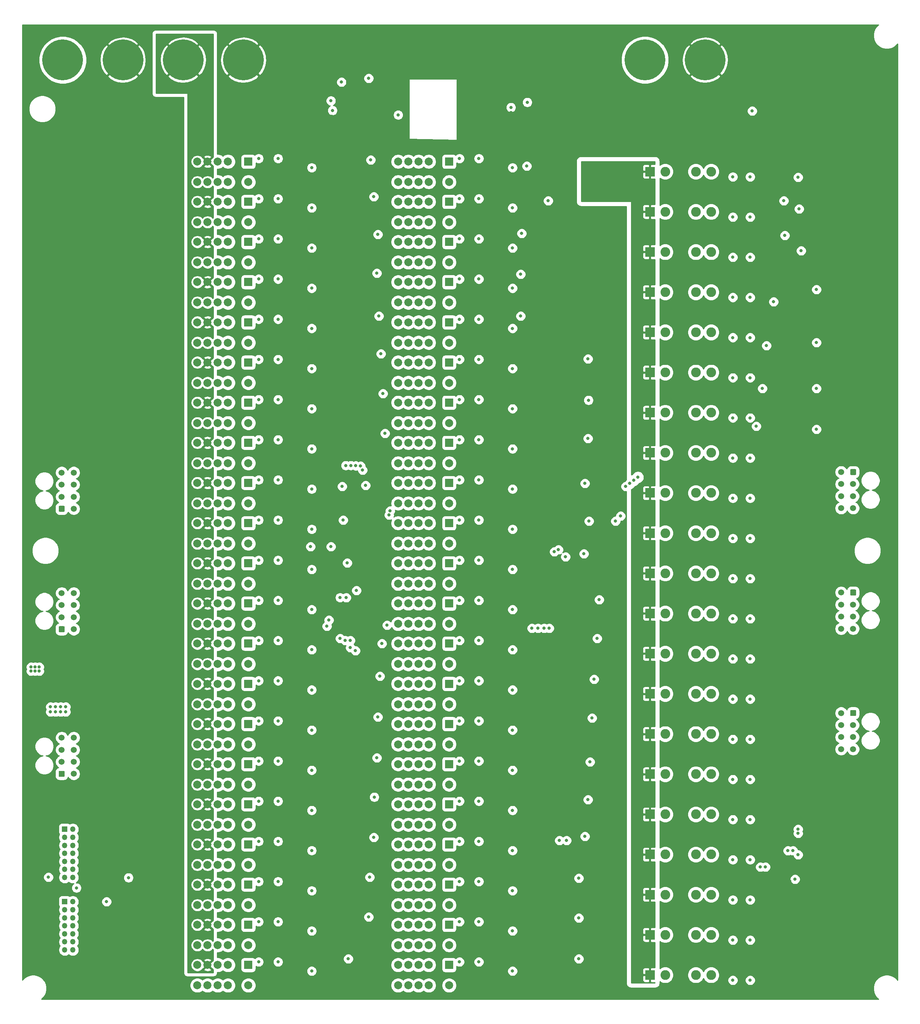
<source format=gbr>
G04 #@! TF.GenerationSoftware,KiCad,Pcbnew,(5.1.6)-1*
G04 #@! TF.CreationDate,2020-08-19T15:45:34-07:00*
G04 #@! TF.ProjectId,relayBoard,72656c61-7942-46f6-9172-642e6b696361,rev?*
G04 #@! TF.SameCoordinates,Original*
G04 #@! TF.FileFunction,Copper,L3,Inr*
G04 #@! TF.FilePolarity,Positive*
%FSLAX46Y46*%
G04 Gerber Fmt 4.6, Leading zero omitted, Abs format (unit mm)*
G04 Created by KiCad (PCBNEW (5.1.6)-1) date 2020-08-19 15:45:34*
%MOMM*%
%LPD*%
G01*
G04 APERTURE LIST*
G04 #@! TA.AperFunction,ViaPad*
%ADD10C,1.500000*%
G04 #@! TD*
G04 #@! TA.AperFunction,ViaPad*
%ADD11C,2.000000*%
G04 #@! TD*
G04 #@! TA.AperFunction,ViaPad*
%ADD12R,2.000000X2.000000*%
G04 #@! TD*
G04 #@! TA.AperFunction,ViaPad*
%ADD13C,2.420000*%
G04 #@! TD*
G04 #@! TA.AperFunction,ViaPad*
%ADD14R,2.420000X2.420000*%
G04 #@! TD*
G04 #@! TA.AperFunction,ViaPad*
%ADD15O,1.350000X1.350000*%
G04 #@! TD*
G04 #@! TA.AperFunction,ViaPad*
%ADD16R,1.350000X1.350000*%
G04 #@! TD*
G04 #@! TA.AperFunction,ViaPad*
%ADD17C,10.160000*%
G04 #@! TD*
G04 #@! TA.AperFunction,ViaPad*
%ADD18C,0.800000*%
G04 #@! TD*
G04 #@! TA.AperFunction,Conductor*
%ADD19C,0.254000*%
G04 #@! TD*
G04 APERTURE END LIST*
D10*
X28908000Y-82440000D03*
X28908000Y-85440000D03*
X28908000Y-88440000D03*
X28908000Y-91440000D03*
X25908000Y-82440000D03*
X25908000Y-85440000D03*
X25908000Y-88440000D03*
G04 #@! TA.AperFunction,ViaPad*
G36*
G01*
X26408000Y-92190000D02*
X25408000Y-92190000D01*
G75*
G02*
X25158000Y-91940000I0J250000D01*
G01*
X25158000Y-90940000D01*
G75*
G02*
X25408000Y-90690000I250000J0D01*
G01*
X26408000Y-90690000D01*
G75*
G02*
X26658000Y-90940000I0J-250000D01*
G01*
X26658000Y-91940000D01*
G75*
G02*
X26408000Y-92190000I-250000J0D01*
G01*
G37*
G04 #@! TD.AperFunction*
D11*
X59690000Y19914000D03*
X59690000Y24994000D03*
X62230000Y24994000D03*
X62230000Y19914000D03*
X67310000Y24994000D03*
D12*
X72390000Y24994000D03*
D11*
X67310000Y19914000D03*
X72390000Y19914000D03*
X64770000Y24994000D03*
X64770000Y19914000D03*
X59690000Y9914000D03*
X59690000Y14994000D03*
X62230000Y14994000D03*
X62230000Y9914000D03*
X67310000Y14994000D03*
D12*
X72390000Y14994000D03*
D11*
X67310000Y9914000D03*
X72390000Y9914000D03*
X64770000Y14994000D03*
X64770000Y9914000D03*
X59690000Y-86000D03*
X59690000Y4994000D03*
X62230000Y4994000D03*
X62230000Y-86000D03*
X67310000Y4994000D03*
D12*
X72390000Y4994000D03*
D11*
X67310000Y-86000D03*
X72390000Y-86000D03*
X64770000Y4994000D03*
X64770000Y-86000D03*
X59690000Y-10086000D03*
X59690000Y-5006000D03*
X62230000Y-5006000D03*
X62230000Y-10086000D03*
X67310000Y-5006000D03*
D12*
X72390000Y-5006000D03*
D11*
X67310000Y-10086000D03*
X72390000Y-10086000D03*
X64770000Y-5006000D03*
X64770000Y-10086000D03*
X59690000Y-20086000D03*
X59690000Y-15006000D03*
X62230000Y-15006000D03*
X62230000Y-20086000D03*
X67310000Y-15006000D03*
D12*
X72390000Y-15006000D03*
D11*
X67310000Y-20086000D03*
X72390000Y-20086000D03*
X64770000Y-15006000D03*
X64770000Y-20086000D03*
X59690000Y-30086000D03*
X59690000Y-25006000D03*
X62230000Y-25006000D03*
X62230000Y-30086000D03*
X67310000Y-25006000D03*
D12*
X72390000Y-25006000D03*
D11*
X67310000Y-30086000D03*
X72390000Y-30086000D03*
X64770000Y-25006000D03*
X64770000Y-30086000D03*
X59690000Y-40086000D03*
X59690000Y-35006000D03*
X62230000Y-35006000D03*
X62230000Y-40086000D03*
X67310000Y-35006000D03*
D12*
X72390000Y-35006000D03*
D11*
X67310000Y-40086000D03*
X72390000Y-40086000D03*
X64770000Y-35006000D03*
X64770000Y-40086000D03*
X59690000Y-50086000D03*
X59690000Y-45006000D03*
X62230000Y-45006000D03*
X62230000Y-50086000D03*
X67310000Y-45006000D03*
D12*
X72390000Y-45006000D03*
D11*
X67310000Y-50086000D03*
X72390000Y-50086000D03*
X64770000Y-45006000D03*
X64770000Y-50086000D03*
X59690000Y-60086000D03*
X59690000Y-55006000D03*
X62230000Y-55006000D03*
X62230000Y-60086000D03*
X67310000Y-55006000D03*
D12*
X72390000Y-55006000D03*
D11*
X67310000Y-60086000D03*
X72390000Y-60086000D03*
X64770000Y-55006000D03*
X64770000Y-60086000D03*
X59690000Y-70086000D03*
X59690000Y-65006000D03*
X62230000Y-65006000D03*
X62230000Y-70086000D03*
X67310000Y-65006000D03*
D12*
X72390000Y-65006000D03*
D11*
X67310000Y-70086000D03*
X72390000Y-70086000D03*
X64770000Y-65006000D03*
X64770000Y-70086000D03*
X59690000Y-80086000D03*
X59690000Y-75006000D03*
X62230000Y-75006000D03*
X62230000Y-80086000D03*
X67310000Y-75006000D03*
D12*
X72390000Y-75006000D03*
D11*
X67310000Y-80086000D03*
X72390000Y-80086000D03*
X64770000Y-75006000D03*
X64770000Y-80086000D03*
X59690000Y-90086000D03*
X59690000Y-85006000D03*
X62230000Y-85006000D03*
X62230000Y-90086000D03*
X67310000Y-85006000D03*
D12*
X72390000Y-85006000D03*
D11*
X67310000Y-90086000D03*
X72390000Y-90086000D03*
X64770000Y-85006000D03*
X64770000Y-90086000D03*
X59690000Y-100086000D03*
X59690000Y-95006000D03*
X62230000Y-95006000D03*
X62230000Y-100086000D03*
X67310000Y-95006000D03*
D12*
X72390000Y-95006000D03*
D11*
X67310000Y-100086000D03*
X72390000Y-100086000D03*
X64770000Y-95006000D03*
X64770000Y-100086000D03*
X59690000Y-110086000D03*
X59690000Y-105006000D03*
X62230000Y-105006000D03*
X62230000Y-110086000D03*
X67310000Y-105006000D03*
D12*
X72390000Y-105006000D03*
D11*
X67310000Y-110086000D03*
X72390000Y-110086000D03*
X64770000Y-105006000D03*
X64770000Y-110086000D03*
X59690000Y-120086000D03*
X59690000Y-115006000D03*
X62230000Y-115006000D03*
X62230000Y-120086000D03*
X67310000Y-115006000D03*
D12*
X72390000Y-115006000D03*
D11*
X67310000Y-120086000D03*
X72390000Y-120086000D03*
X64770000Y-115006000D03*
X64770000Y-120086000D03*
X59690000Y-130086000D03*
X59690000Y-125006000D03*
X62230000Y-125006000D03*
X62230000Y-130086000D03*
X67310000Y-125006000D03*
D12*
X72390000Y-125006000D03*
D11*
X67310000Y-130086000D03*
X72390000Y-130086000D03*
X64770000Y-125006000D03*
X64770000Y-130086000D03*
X59690000Y-140086000D03*
X59690000Y-135006000D03*
X62230000Y-135006000D03*
X62230000Y-140086000D03*
X67310000Y-135006000D03*
D12*
X72390000Y-135006000D03*
D11*
X67310000Y-140086000D03*
X72390000Y-140086000D03*
X64770000Y-135006000D03*
X64770000Y-140086000D03*
X59690000Y-150086000D03*
X59690000Y-145006000D03*
X62230000Y-145006000D03*
X62230000Y-150086000D03*
X67310000Y-145006000D03*
D12*
X72390000Y-145006000D03*
D11*
X67310000Y-150086000D03*
X72390000Y-150086000D03*
X64770000Y-145006000D03*
X64770000Y-150086000D03*
X59690000Y-160086000D03*
X59690000Y-155006000D03*
X62230000Y-155006000D03*
X62230000Y-160086000D03*
X67310000Y-155006000D03*
D12*
X72390000Y-155006000D03*
D11*
X67310000Y-160086000D03*
X72390000Y-160086000D03*
X64770000Y-155006000D03*
X64770000Y-160086000D03*
X59690000Y-170086000D03*
X59690000Y-165006000D03*
X62230000Y-165006000D03*
X62230000Y-170086000D03*
X67310000Y-165006000D03*
D12*
X72390000Y-165006000D03*
D11*
X67310000Y-170086000D03*
X72390000Y-170086000D03*
X64770000Y-165006000D03*
X64770000Y-170086000D03*
X59690000Y-180086000D03*
X59690000Y-175006000D03*
X62230000Y-175006000D03*
X62230000Y-180086000D03*
X67310000Y-175006000D03*
D12*
X72390000Y-175006000D03*
D11*
X67310000Y-180086000D03*
X72390000Y-180086000D03*
X64770000Y-175006000D03*
X64770000Y-180086000D03*
X109690000Y19914000D03*
X109690000Y24994000D03*
X112230000Y24994000D03*
X112230000Y19914000D03*
X117310000Y24994000D03*
D12*
X122390000Y24994000D03*
D11*
X117310000Y19914000D03*
X122390000Y19914000D03*
X114770000Y24994000D03*
X114770000Y19914000D03*
X109690000Y9914000D03*
X109690000Y14994000D03*
X112230000Y14994000D03*
X112230000Y9914000D03*
X117310000Y14994000D03*
D12*
X122390000Y14994000D03*
D11*
X117310000Y9914000D03*
X122390000Y9914000D03*
X114770000Y14994000D03*
X114770000Y9914000D03*
X109690000Y-86000D03*
X109690000Y4994000D03*
X112230000Y4994000D03*
X112230000Y-86000D03*
X117310000Y4994000D03*
D12*
X122390000Y4994000D03*
D11*
X117310000Y-86000D03*
X122390000Y-86000D03*
X114770000Y4994000D03*
X114770000Y-86000D03*
X109690000Y-10086000D03*
X109690000Y-5006000D03*
X112230000Y-5006000D03*
X112230000Y-10086000D03*
X117310000Y-5006000D03*
D12*
X122390000Y-5006000D03*
D11*
X117310000Y-10086000D03*
X122390000Y-10086000D03*
X114770000Y-5006000D03*
X114770000Y-10086000D03*
X109690000Y-20086000D03*
X109690000Y-15006000D03*
X112230000Y-15006000D03*
X112230000Y-20086000D03*
X117310000Y-15006000D03*
D12*
X122390000Y-15006000D03*
D11*
X117310000Y-20086000D03*
X122390000Y-20086000D03*
X114770000Y-15006000D03*
X114770000Y-20086000D03*
X109690000Y-30086000D03*
X109690000Y-25006000D03*
X112230000Y-25006000D03*
X112230000Y-30086000D03*
X117310000Y-25006000D03*
D12*
X122390000Y-25006000D03*
D11*
X117310000Y-30086000D03*
X122390000Y-30086000D03*
X114770000Y-25006000D03*
X114770000Y-30086000D03*
X109690000Y-40086000D03*
X109690000Y-35006000D03*
X112230000Y-35006000D03*
X112230000Y-40086000D03*
X117310000Y-35006000D03*
D12*
X122390000Y-35006000D03*
D11*
X117310000Y-40086000D03*
X122390000Y-40086000D03*
X114770000Y-35006000D03*
X114770000Y-40086000D03*
X109690000Y-50086000D03*
X109690000Y-45006000D03*
X112230000Y-45006000D03*
X112230000Y-50086000D03*
X117310000Y-45006000D03*
D12*
X122390000Y-45006000D03*
D11*
X117310000Y-50086000D03*
X122390000Y-50086000D03*
X114770000Y-45006000D03*
X114770000Y-50086000D03*
X109690000Y-60086000D03*
X109690000Y-55006000D03*
X112230000Y-55006000D03*
X112230000Y-60086000D03*
X117310000Y-55006000D03*
D12*
X122390000Y-55006000D03*
D11*
X117310000Y-60086000D03*
X122390000Y-60086000D03*
X114770000Y-55006000D03*
X114770000Y-60086000D03*
X109690000Y-70086000D03*
X109690000Y-65006000D03*
X112230000Y-65006000D03*
X112230000Y-70086000D03*
X117310000Y-65006000D03*
D12*
X122390000Y-65006000D03*
D11*
X117310000Y-70086000D03*
X122390000Y-70086000D03*
X114770000Y-65006000D03*
X114770000Y-70086000D03*
X109690000Y-80086000D03*
X109690000Y-75006000D03*
X112230000Y-75006000D03*
X112230000Y-80086000D03*
X117310000Y-75006000D03*
D12*
X122390000Y-75006000D03*
D11*
X117310000Y-80086000D03*
X122390000Y-80086000D03*
X114770000Y-75006000D03*
X114770000Y-80086000D03*
X109690000Y-90086000D03*
X109690000Y-85006000D03*
X112230000Y-85006000D03*
X112230000Y-90086000D03*
X117310000Y-85006000D03*
D12*
X122390000Y-85006000D03*
D11*
X117310000Y-90086000D03*
X122390000Y-90086000D03*
X114770000Y-85006000D03*
X114770000Y-90086000D03*
X109690000Y-100086000D03*
X109690000Y-95006000D03*
X112230000Y-95006000D03*
X112230000Y-100086000D03*
X117310000Y-95006000D03*
D12*
X122390000Y-95006000D03*
D11*
X117310000Y-100086000D03*
X122390000Y-100086000D03*
X114770000Y-95006000D03*
X114770000Y-100086000D03*
X109690000Y-110086000D03*
X109690000Y-105006000D03*
X112230000Y-105006000D03*
X112230000Y-110086000D03*
X117310000Y-105006000D03*
D12*
X122390000Y-105006000D03*
D11*
X117310000Y-110086000D03*
X122390000Y-110086000D03*
X114770000Y-105006000D03*
X114770000Y-110086000D03*
X109690000Y-120086000D03*
X109690000Y-115006000D03*
X112230000Y-115006000D03*
X112230000Y-120086000D03*
X117310000Y-115006000D03*
D12*
X122390000Y-115006000D03*
D11*
X117310000Y-120086000D03*
X122390000Y-120086000D03*
X114770000Y-115006000D03*
X114770000Y-120086000D03*
X109690000Y-130086000D03*
X109690000Y-125006000D03*
X112230000Y-125006000D03*
X112230000Y-130086000D03*
X117310000Y-125006000D03*
D12*
X122390000Y-125006000D03*
D11*
X117310000Y-130086000D03*
X122390000Y-130086000D03*
X114770000Y-125006000D03*
X114770000Y-130086000D03*
X109690000Y-140086000D03*
X109690000Y-135006000D03*
X112230000Y-135006000D03*
X112230000Y-140086000D03*
X117310000Y-135006000D03*
D12*
X122390000Y-135006000D03*
D11*
X117310000Y-140086000D03*
X122390000Y-140086000D03*
X114770000Y-135006000D03*
X114770000Y-140086000D03*
X109690000Y-150086000D03*
X109690000Y-145006000D03*
X112230000Y-145006000D03*
X112230000Y-150086000D03*
X117310000Y-145006000D03*
D12*
X122390000Y-145006000D03*
D11*
X117310000Y-150086000D03*
X122390000Y-150086000D03*
X114770000Y-145006000D03*
X114770000Y-150086000D03*
X109690000Y-160086000D03*
X109690000Y-155006000D03*
X112230000Y-155006000D03*
X112230000Y-160086000D03*
X117310000Y-155006000D03*
D12*
X122390000Y-155006000D03*
D11*
X117310000Y-160086000D03*
X122390000Y-160086000D03*
X114770000Y-155006000D03*
X114770000Y-160086000D03*
X109690000Y-170086000D03*
X109690000Y-165006000D03*
X112230000Y-165006000D03*
X112230000Y-170086000D03*
X117310000Y-165006000D03*
D12*
X122390000Y-165006000D03*
D11*
X117310000Y-170086000D03*
X122390000Y-170086000D03*
X114770000Y-165006000D03*
X114770000Y-170086000D03*
X109690000Y-180086000D03*
X109690000Y-175006000D03*
X112230000Y-175006000D03*
X112230000Y-180086000D03*
X117310000Y-175006000D03*
D12*
X122390000Y-175006000D03*
D11*
X117310000Y-180086000D03*
X122390000Y-180086000D03*
X114770000Y-175006000D03*
X114770000Y-180086000D03*
D13*
X187630000Y22494000D03*
X183820000Y22494000D03*
X176200000Y22494000D03*
D14*
X172390000Y22494000D03*
D13*
X187630000Y12494000D03*
X183820000Y12494000D03*
X176200000Y12494000D03*
D14*
X172390000Y12494000D03*
D13*
X187630000Y2494000D03*
X183820000Y2494000D03*
X176200000Y2494000D03*
D14*
X172390000Y2494000D03*
D13*
X187630000Y-7506000D03*
X183820000Y-7506000D03*
X176200000Y-7506000D03*
D14*
X172390000Y-7506000D03*
D13*
X187630000Y-17506000D03*
X183820000Y-17506000D03*
X176200000Y-17506000D03*
D14*
X172390000Y-17506000D03*
D13*
X187630000Y-27506000D03*
X183820000Y-27506000D03*
X176200000Y-27506000D03*
D14*
X172390000Y-27506000D03*
D13*
X187630000Y-37506000D03*
X183820000Y-37506000D03*
X176200000Y-37506000D03*
D14*
X172390000Y-37506000D03*
D13*
X187630000Y-47506000D03*
X183820000Y-47506000D03*
X176200000Y-47506000D03*
D14*
X172390000Y-47506000D03*
D13*
X187630000Y-57506000D03*
X183820000Y-57506000D03*
X176200000Y-57506000D03*
D14*
X172390000Y-57506000D03*
D13*
X187630000Y-67506000D03*
X183820000Y-67506000D03*
X176200000Y-67506000D03*
D14*
X172390000Y-67506000D03*
D13*
X187630000Y-77506000D03*
X183820000Y-77506000D03*
X176200000Y-77506000D03*
D14*
X172390000Y-77506000D03*
D13*
X187630000Y-87506000D03*
X183820000Y-87506000D03*
X176200000Y-87506000D03*
D14*
X172390000Y-87506000D03*
D13*
X187630000Y-97506000D03*
X183820000Y-97506000D03*
X176200000Y-97506000D03*
D14*
X172390000Y-97506000D03*
D13*
X187630000Y-107506000D03*
X183820000Y-107506000D03*
X176200000Y-107506000D03*
D14*
X172390000Y-107506000D03*
D13*
X187630000Y-117506000D03*
X183820000Y-117506000D03*
X176200000Y-117506000D03*
D14*
X172390000Y-117506000D03*
D13*
X187630000Y-127506000D03*
X183820000Y-127506000D03*
X176200000Y-127506000D03*
D14*
X172390000Y-127506000D03*
D13*
X187630000Y-137506000D03*
X183820000Y-137506000D03*
X176200000Y-137506000D03*
D14*
X172390000Y-137506000D03*
D13*
X187630000Y-147506000D03*
X183820000Y-147506000D03*
X176200000Y-147506000D03*
D14*
X172390000Y-147506000D03*
D13*
X187630000Y-157506000D03*
X183820000Y-157506000D03*
X176200000Y-157506000D03*
D14*
X172390000Y-157506000D03*
D13*
X187630000Y-167506000D03*
X183820000Y-167506000D03*
X176200000Y-167506000D03*
D14*
X172390000Y-167506000D03*
D13*
X187630000Y-177506000D03*
X183820000Y-177506000D03*
X176200000Y-177506000D03*
D14*
X172390000Y-177506000D03*
D15*
X28670000Y-153224000D03*
X26670000Y-153224000D03*
X28670000Y-151224000D03*
X26670000Y-151224000D03*
X28670000Y-149224000D03*
X26670000Y-149224000D03*
X28670000Y-147224000D03*
X26670000Y-147224000D03*
X28670000Y-145224000D03*
X26670000Y-145224000D03*
X28670000Y-143224000D03*
X26670000Y-143224000D03*
X28670000Y-141224000D03*
D16*
X26670000Y-141224000D03*
D15*
X28670000Y-171258000D03*
X26670000Y-171258000D03*
X28670000Y-169258000D03*
X26670000Y-169258000D03*
X28670000Y-167258000D03*
X26670000Y-167258000D03*
X28670000Y-165258000D03*
X26670000Y-165258000D03*
X28670000Y-163258000D03*
X26670000Y-163258000D03*
X28670000Y-161258000D03*
X26670000Y-161258000D03*
X28670000Y-159258000D03*
D16*
X26670000Y-159258000D03*
D10*
X220012000Y-61296000D03*
X220012000Y-58296000D03*
X220012000Y-55296000D03*
X220012000Y-52296000D03*
X223012000Y-61296000D03*
X223012000Y-58296000D03*
X223012000Y-55296000D03*
G04 #@! TA.AperFunction,ViaPad*
G36*
G01*
X222512000Y-51546000D02*
X223512000Y-51546000D01*
G75*
G02*
X223762000Y-51796000I0J-250000D01*
G01*
X223762000Y-52796000D01*
G75*
G02*
X223512000Y-53046000I-250000J0D01*
G01*
X222512000Y-53046000D01*
G75*
G02*
X222262000Y-52796000I0J250000D01*
G01*
X222262000Y-51796000D01*
G75*
G02*
X222512000Y-51546000I250000J0D01*
G01*
G37*
G04 #@! TD.AperFunction*
X220012000Y-91296000D03*
X220012000Y-88296000D03*
X220012000Y-85296000D03*
X220012000Y-82296000D03*
X223012000Y-91296000D03*
X223012000Y-88296000D03*
X223012000Y-85296000D03*
G04 #@! TA.AperFunction,ViaPad*
G36*
G01*
X222512000Y-81546000D02*
X223512000Y-81546000D01*
G75*
G02*
X223762000Y-81796000I0J-250000D01*
G01*
X223762000Y-82796000D01*
G75*
G02*
X223512000Y-83046000I-250000J0D01*
G01*
X222512000Y-83046000D01*
G75*
G02*
X222262000Y-82796000I0J250000D01*
G01*
X222262000Y-81796000D01*
G75*
G02*
X222512000Y-81546000I250000J0D01*
G01*
G37*
G04 #@! TD.AperFunction*
X220012000Y-121296000D03*
X220012000Y-118296000D03*
X220012000Y-115296000D03*
X220012000Y-112296000D03*
X223012000Y-121296000D03*
X223012000Y-118296000D03*
X223012000Y-115296000D03*
G04 #@! TA.AperFunction,ViaPad*
G36*
G01*
X222512000Y-111546000D02*
X223512000Y-111546000D01*
G75*
G02*
X223762000Y-111796000I0J-250000D01*
G01*
X223762000Y-112796000D01*
G75*
G02*
X223512000Y-113046000I-250000J0D01*
G01*
X222512000Y-113046000D01*
G75*
G02*
X222262000Y-112796000I0J250000D01*
G01*
X222262000Y-111796000D01*
G75*
G02*
X222512000Y-111546000I250000J0D01*
G01*
G37*
G04 #@! TD.AperFunction*
X28908000Y-52440000D03*
X28908000Y-55440000D03*
X28908000Y-58440000D03*
X28908000Y-61440000D03*
X25908000Y-52440000D03*
X25908000Y-55440000D03*
X25908000Y-58440000D03*
G04 #@! TA.AperFunction,ViaPad*
G36*
G01*
X26408000Y-62190000D02*
X25408000Y-62190000D01*
G75*
G02*
X25158000Y-61940000I0J250000D01*
G01*
X25158000Y-60940000D01*
G75*
G02*
X25408000Y-60690000I250000J0D01*
G01*
X26408000Y-60690000D01*
G75*
G02*
X26658000Y-60940000I0J-250000D01*
G01*
X26658000Y-61940000D01*
G75*
G02*
X26408000Y-62190000I-250000J0D01*
G01*
G37*
G04 #@! TD.AperFunction*
X28908000Y-118440000D03*
X28908000Y-121440000D03*
X28908000Y-124440000D03*
X28908000Y-127440000D03*
X25908000Y-118440000D03*
X25908000Y-121440000D03*
X25908000Y-124440000D03*
G04 #@! TA.AperFunction,ViaPad*
G36*
G01*
X26408000Y-128190000D02*
X25408000Y-128190000D01*
G75*
G02*
X25158000Y-127940000I0J250000D01*
G01*
X25158000Y-126940000D01*
G75*
G02*
X25408000Y-126690000I250000J0D01*
G01*
X26408000Y-126690000D01*
G75*
G02*
X26658000Y-126940000I0J-250000D01*
G01*
X26658000Y-127940000D01*
G75*
G02*
X26408000Y-128190000I-250000J0D01*
G01*
G37*
G04 #@! TD.AperFunction*
D17*
X186162000Y50292000D03*
X171162000Y50292000D03*
X41162000Y50292000D03*
X26162000Y50292000D03*
X71162000Y50292000D03*
X56162000Y50292000D03*
D18*
X160274000Y23876000D03*
X161544000Y23876000D03*
X162814000Y23876000D03*
X164084000Y23876000D03*
X92964000Y34290000D03*
X99060000Y32766000D03*
X28956000Y-98806000D03*
X30226000Y-98806000D03*
X28956000Y-100076000D03*
X30226000Y-100076000D03*
X18288000Y-106426000D03*
X19558000Y-106426000D03*
X134112000Y-174404000D03*
X132842000Y-175674000D03*
X135128000Y-176182000D03*
X132842000Y-165768000D03*
X134112000Y-164498000D03*
X135128000Y-166276000D03*
X132842000Y-155768000D03*
X134112000Y-154498000D03*
X135128000Y-156276000D03*
X132842000Y-145768000D03*
X134112000Y-144498000D03*
X135128000Y-146276000D03*
X132842000Y-135768000D03*
X134112000Y-134498000D03*
X135128000Y-136276000D03*
X132842000Y-125768000D03*
X134112000Y-124498000D03*
X135128000Y-126276000D03*
X132842000Y-115768000D03*
X134112000Y-114498000D03*
X135128000Y-116276000D03*
X132842000Y-105768000D03*
X134112000Y-104498000D03*
X135128000Y-106276000D03*
X132842000Y-95768000D03*
X134112000Y-94498000D03*
X135128000Y-96276000D03*
X132842000Y-85768000D03*
X134112000Y-84498000D03*
X135128000Y-86276000D03*
X132842000Y-75768000D03*
X134112000Y-74498000D03*
X135128000Y-76276000D03*
X132842000Y-65768000D03*
X134112000Y-64498000D03*
X135128000Y-66276000D03*
X132842000Y-55768000D03*
X134112000Y-54498000D03*
X135128000Y-56276000D03*
X132842000Y-45768000D03*
X134112000Y-44498000D03*
X135128000Y-46276000D03*
X132842000Y-35768000D03*
X134112000Y-34498000D03*
X135128000Y-36276000D03*
X132842000Y-25768000D03*
X134112000Y-24498000D03*
X135128000Y-26276000D03*
X132842000Y-15768000D03*
X134112000Y-14498000D03*
X135128000Y-16276000D03*
X132842000Y-5768000D03*
X134112000Y-4498000D03*
X135128000Y-6276000D03*
X132842000Y4232000D03*
X134112000Y5502000D03*
X135128000Y3724000D03*
X132842000Y14232000D03*
X134112000Y15502000D03*
X135128000Y13724000D03*
X132842000Y24232000D03*
X134112000Y25502000D03*
X135128000Y23724000D03*
X82842000Y-175768000D03*
X84112000Y-174498000D03*
X85128000Y-176276000D03*
X82842000Y-165768000D03*
X84112000Y-164498000D03*
X85128000Y-166276000D03*
X82842000Y-155768000D03*
X84112000Y-154498000D03*
X85128000Y-156276000D03*
X82842000Y-145768000D03*
X84112000Y-144498000D03*
X85128000Y-146276000D03*
X82842000Y-135768000D03*
X84112000Y-134498000D03*
X85128000Y-136276000D03*
X82842000Y-125768000D03*
X84112000Y-124498000D03*
X85128000Y-126276000D03*
X82842000Y-115768000D03*
X84112000Y-114498000D03*
X85128000Y-116276000D03*
X82842000Y-105768000D03*
X84112000Y-104498000D03*
X85128000Y-106276000D03*
X82842000Y-95768000D03*
X84112000Y-94498000D03*
X85128000Y-96276000D03*
X82842000Y-85768000D03*
X84112000Y-84498000D03*
X85128000Y-86276000D03*
X82842000Y-75768000D03*
X84112000Y-74498000D03*
X85128000Y-76276000D03*
X82842000Y-65768000D03*
X84112000Y-64498000D03*
X85128000Y-66276000D03*
X82842000Y-55768000D03*
X84112000Y-54498000D03*
X85128000Y-56276000D03*
X82842000Y-45768000D03*
X84112000Y-44498000D03*
X85128000Y-46276000D03*
X82842000Y-35768000D03*
X84112000Y-34498000D03*
X85128000Y-36276000D03*
X82842000Y-25768000D03*
X84112000Y-24498000D03*
X85128000Y-26276000D03*
X82842000Y-15768000D03*
X84112000Y-14498000D03*
X85128000Y-16276000D03*
X82842000Y-5768000D03*
X84112000Y-4498000D03*
X85128000Y-6276000D03*
X82842000Y4232000D03*
X84112000Y5502000D03*
X85128000Y3724000D03*
X82842000Y14232000D03*
X84112000Y15502000D03*
X85128000Y13724000D03*
X82842000Y24232000D03*
X84112000Y25502000D03*
X85128000Y23724000D03*
X137795000Y37211000D03*
X137795000Y35941000D03*
X93192500Y36296500D03*
X146812000Y-70612000D03*
X101854000Y-89662000D03*
X96520000Y-89916000D03*
X219380000Y-153238000D03*
X207264000Y-154178000D03*
X208534000Y-143510000D03*
X154432000Y-74168000D03*
X95250000Y-79502000D03*
X92430500Y-52603500D03*
X93218000Y-62230000D03*
X97181000Y-55219000D03*
X40665400Y-159232600D03*
X138176000Y-76530000D03*
X155956000Y-72644000D03*
X138176000Y-66530000D03*
X157226000Y-64516000D03*
X138176000Y-56530000D03*
X156210000Y-55118000D03*
X138176000Y-46530000D03*
X156972000Y-43942000D03*
X138176000Y-36530000D03*
X157099000Y-34417000D03*
X138176000Y-26530000D03*
X156972000Y-24130000D03*
X138176000Y-16530000D03*
X95250000Y-93726000D03*
X106934000Y-90424000D03*
X140208000Y-13462000D03*
X138176000Y-6530000D03*
X96520000Y-94234000D03*
X143002000Y-91186000D03*
X140208000Y-3048000D03*
X138176000Y3470000D03*
X97790000Y-94234000D03*
X144526000Y-91186000D03*
X140462000Y7112000D03*
X138176000Y13470000D03*
X97790000Y-96012000D03*
X147066000Y15240000D03*
X146050000Y-91186000D03*
X138176000Y-86530000D03*
X159766000Y-84074000D03*
X138176000Y-96530000D03*
X159258000Y-93726000D03*
X138176000Y-106530000D03*
X158496000Y-103886000D03*
X138176000Y-116530000D03*
X157988000Y-113538000D03*
X138176000Y-126530000D03*
X157480000Y-124460000D03*
X138176000Y-136530000D03*
X156972000Y-133858000D03*
X138176000Y-146530000D03*
X156210000Y-143002000D03*
X138176000Y-156530000D03*
X154686000Y-153416000D03*
X138176000Y-166530000D03*
X154686000Y-163322000D03*
X138176000Y-176530000D03*
X154686000Y-173482000D03*
X124968000Y-174244000D03*
X129794000Y-174244000D03*
X129794000Y-164244000D03*
X124968000Y-164244000D03*
X129794000Y-154244000D03*
X124968000Y-154244000D03*
X129794000Y-144244000D03*
X124968000Y-144244000D03*
X129794000Y-134244000D03*
X124968000Y-134244000D03*
X129794000Y-124244000D03*
X124968000Y-124244000D03*
X129794000Y-114244000D03*
X124968000Y-114244000D03*
X129794000Y-104244000D03*
X124968000Y-104244000D03*
X129794000Y-94244000D03*
X124968000Y-94244000D03*
X129794000Y-84244000D03*
X124968000Y-84244000D03*
X129794000Y-74244000D03*
X124968000Y-74244000D03*
X129794000Y-64244000D03*
X124968000Y-64244000D03*
X129794000Y-54244000D03*
X124968000Y-54244000D03*
X129794000Y-44244000D03*
X124968000Y-44244000D03*
X129794000Y-34244000D03*
X124968000Y-34244000D03*
X129794000Y-24244000D03*
X124968000Y-24244000D03*
X129794000Y-14244000D03*
X124968000Y-14244000D03*
X129794000Y-4244000D03*
X124968000Y-4244000D03*
X129794000Y5756000D03*
X124968000Y5756000D03*
X129794000Y15756000D03*
X124968000Y15756000D03*
X129794000Y25756000D03*
X124968000Y25756000D03*
X79794000Y-174244000D03*
X74968000Y-174244000D03*
X79794000Y-164244000D03*
X74968000Y-164244000D03*
X79794000Y-154244000D03*
X74968000Y-154244000D03*
X79794000Y-144244000D03*
X74968000Y-144244000D03*
X79794000Y-134244000D03*
X74968000Y-134244000D03*
X79794000Y-124244000D03*
X74968000Y-124244000D03*
X79794000Y-114244000D03*
X74968000Y-114244000D03*
X79794000Y-104244000D03*
X74968000Y-104244000D03*
X79794000Y-94244000D03*
X74968000Y-94244000D03*
X79794000Y-84244000D03*
X74968000Y-84244000D03*
X79794000Y-74244000D03*
X74968000Y-74244000D03*
X79794000Y-64244000D03*
X74968000Y-64244000D03*
X79794000Y-54244000D03*
X74968000Y-54244000D03*
X79794000Y-44244000D03*
X74968000Y-44244000D03*
X79794000Y-34244000D03*
X74968000Y-34244000D03*
X79794000Y-24244000D03*
X74968000Y-24244000D03*
X79794000Y-14244000D03*
X74968000Y-14244000D03*
X79794000Y-4244000D03*
X74968000Y-4244000D03*
X79794000Y5756000D03*
X74968000Y5756000D03*
X79794000Y15756000D03*
X74968000Y15756000D03*
X79794000Y25756000D03*
X74968000Y25756000D03*
X95582500Y44782500D03*
X92951250Y40144750D03*
X93345000Y37719000D03*
X109702600Y36601400D03*
X102362000Y45720000D03*
X18288000Y-100838000D03*
X19304000Y-100838000D03*
X20320000Y-100838000D03*
X18288000Y-101854000D03*
X19304000Y-101854000D03*
X20320000Y-101854000D03*
X149606000Y-71628000D03*
X23114000Y-110744000D03*
X24384000Y-110744000D03*
X25654000Y-110744000D03*
X26924000Y-110744000D03*
X26924000Y-112014000D03*
X24384000Y-112014000D03*
X23114000Y-112014000D03*
X25654000Y-112014000D03*
X197358000Y-178816000D03*
X193040000Y-178816000D03*
X197358000Y-168816000D03*
X193040000Y-168816000D03*
X197358000Y-158816000D03*
X193040000Y-158816000D03*
X197358000Y-148816000D03*
X193040000Y-148816000D03*
X197358000Y-138816000D03*
X193040000Y-138816000D03*
X197358000Y-128816000D03*
X193040000Y-128816000D03*
X197358000Y-118816000D03*
X193040000Y-118816000D03*
X197358000Y-108816000D03*
X193040000Y-108816000D03*
X197358000Y-98816000D03*
X193040000Y-98816000D03*
X197358000Y-88816000D03*
X193040000Y-88816000D03*
X197358000Y-78816000D03*
X193040000Y-78816000D03*
X197358000Y-68816000D03*
X193040000Y-68816000D03*
X197358000Y-58816000D03*
X193040000Y-58816000D03*
X197358000Y-48816000D03*
X193040000Y-48816000D03*
X197358000Y-38816000D03*
X193040000Y-38816000D03*
X197358000Y-28816000D03*
X193040000Y-28816000D03*
X197358000Y-18816000D03*
X193040000Y-18816000D03*
X197358000Y-8816000D03*
X193040000Y-8816000D03*
X197358000Y1184000D03*
X193040000Y1184000D03*
X197358000Y11184000D03*
X193040000Y11184000D03*
X197358000Y21184000D03*
X193040000Y21184000D03*
X209296000Y-147574000D03*
X208534000Y-153670000D03*
X95231000Y-83547000D03*
X42545000Y-153289000D03*
X96774000Y-83566000D03*
X141859000Y39751000D03*
X209296000Y-141224000D03*
X151638000Y-144018000D03*
X151384000Y-73406000D03*
X87884000Y-70866000D03*
X149860000Y-144018000D03*
X92456000Y-89154000D03*
X91948000Y-90678000D03*
X148590000Y-72136000D03*
X92964000Y-70866000D03*
X209296000Y-142240000D03*
X29591000Y-155829000D03*
X22606000Y-153162000D03*
X37084000Y-159258000D03*
X157734000Y20320000D03*
X160274000Y20320000D03*
X159004000Y20320000D03*
X156464000Y20320000D03*
X161544000Y18542000D03*
X159004000Y18542000D03*
X164084000Y18542000D03*
X160274000Y18542000D03*
X161544000Y20320000D03*
X162814000Y18542000D03*
X156464000Y18542000D03*
X164084000Y20320000D03*
X162814000Y20320000D03*
X157734000Y18542000D03*
X156464000Y23876000D03*
X157734000Y23876000D03*
X159004000Y23876000D03*
X164084000Y22098000D03*
X162814000Y22098000D03*
X161544000Y22098000D03*
X160274000Y22098000D03*
X159004000Y22098000D03*
X157734000Y22098000D03*
X156464000Y22098000D03*
X101600000Y-55626000D03*
X107442000Y-62992000D03*
X163830000Y-64516000D03*
X100838000Y-51816000D03*
X107696000Y-61976000D03*
X165100000Y-63246000D03*
X166370000Y-55880000D03*
X100330000Y-50800000D03*
X167386000Y-55118000D03*
X99131000Y-50729000D03*
X168402000Y-54356000D03*
X97917000Y-50673000D03*
X169418000Y-53594000D03*
X96647000Y-50673000D03*
X201168000Y-150622000D03*
X206756000Y-146558000D03*
X199898000Y-150622000D03*
X208026000Y-146558000D03*
X213868000Y-41656000D03*
X198882000Y-40894000D03*
X213868000Y-31496000D03*
X200406000Y-31496000D03*
X213868000Y-20066000D03*
X201422000Y-20828000D03*
X213868000Y-6858000D03*
X203200000Y-9906000D03*
X210058000Y2794000D03*
X205994000Y6604000D03*
X209550000Y13208000D03*
X205740000Y15240000D03*
X209296000Y21082000D03*
X138176000Y23470000D03*
X141732000Y23876000D03*
X99060000Y-96774000D03*
X147320000Y-91186000D03*
X88176000Y-176530000D03*
X97282000Y-173482000D03*
X88176000Y-166530000D03*
X102362000Y-163068000D03*
X88176000Y-156530000D03*
X102616000Y-153162000D03*
X88176000Y-146530000D03*
X103632000Y-143256000D03*
X88176000Y-136530000D03*
X103759000Y-133223000D03*
X88176000Y-126530000D03*
X104394000Y-123444000D03*
X88176000Y-116530000D03*
X104648000Y-113284000D03*
X88176000Y-106530000D03*
X105156000Y-103124000D03*
X88176000Y-96530000D03*
X105664000Y-94996000D03*
X88176000Y-86530000D03*
X99314000Y-81788000D03*
X88176000Y-76530000D03*
X97028000Y-74930000D03*
X88176000Y-66530000D03*
X96012000Y-64262000D03*
X88176000Y-56530000D03*
X95758000Y-55880000D03*
X88176000Y-46530000D03*
X106426000Y-42672000D03*
X88176000Y-36530000D03*
X105918000Y-32766000D03*
X88176000Y-26530000D03*
X105410000Y-22860000D03*
X88176000Y-16530000D03*
X104902000Y-13462000D03*
X88176000Y-6530000D03*
X104394000Y-2794000D03*
X88176000Y3470000D03*
X104648000Y6858000D03*
X88176000Y13470000D03*
X103632000Y16256000D03*
X88176000Y23470000D03*
X102870000Y25400000D03*
X137795000Y38481000D03*
X197866000Y37592000D03*
D19*
G36*
X229241288Y59011087D02*
G01*
X228770913Y58540712D01*
X228401341Y57987609D01*
X228146776Y57373035D01*
X228017000Y56720605D01*
X228017000Y56055395D01*
X228146776Y55402965D01*
X228401341Y54788391D01*
X228770913Y54235288D01*
X229241288Y53764913D01*
X229794391Y53395341D01*
X230408965Y53140776D01*
X231061395Y53011000D01*
X231726605Y53011000D01*
X232379035Y53140776D01*
X232993609Y53395341D01*
X233546712Y53764913D01*
X234017087Y54235288D01*
X234061000Y54301008D01*
X234061000Y-178761008D01*
X234017087Y-178695288D01*
X233546712Y-178224913D01*
X232993609Y-177855341D01*
X232379035Y-177600776D01*
X231726605Y-177471000D01*
X231061395Y-177471000D01*
X230408965Y-177600776D01*
X229794391Y-177855341D01*
X229241288Y-178224913D01*
X228770913Y-178695288D01*
X228401341Y-179248391D01*
X228146776Y-179862965D01*
X228017000Y-180515395D01*
X228017000Y-181180605D01*
X228146776Y-181833035D01*
X228401341Y-182447609D01*
X228770913Y-183000712D01*
X229241288Y-183471087D01*
X229307008Y-183515000D01*
X20882992Y-183515000D01*
X20948712Y-183471087D01*
X21419087Y-183000712D01*
X21788659Y-182447609D01*
X22043224Y-181833035D01*
X22173000Y-181180605D01*
X22173000Y-180515395D01*
X22050816Y-179901132D01*
X57813000Y-179901132D01*
X57813000Y-180270868D01*
X57885132Y-180633501D01*
X58026624Y-180975093D01*
X58232039Y-181282518D01*
X58493482Y-181543961D01*
X58800907Y-181749376D01*
X59142499Y-181890868D01*
X59505132Y-181963000D01*
X59874868Y-181963000D01*
X60237501Y-181890868D01*
X60579093Y-181749376D01*
X60886518Y-181543961D01*
X60960000Y-181470479D01*
X61033482Y-181543961D01*
X61340907Y-181749376D01*
X61682499Y-181890868D01*
X62045132Y-181963000D01*
X62414868Y-181963000D01*
X62777501Y-181890868D01*
X63119093Y-181749376D01*
X63426518Y-181543961D01*
X63500000Y-181470479D01*
X63573482Y-181543961D01*
X63880907Y-181749376D01*
X64222499Y-181890868D01*
X64585132Y-181963000D01*
X64954868Y-181963000D01*
X65317501Y-181890868D01*
X65659093Y-181749376D01*
X65966518Y-181543961D01*
X66040000Y-181470479D01*
X66113482Y-181543961D01*
X66420907Y-181749376D01*
X66762499Y-181890868D01*
X67125132Y-181963000D01*
X67494868Y-181963000D01*
X67857501Y-181890868D01*
X68199093Y-181749376D01*
X68506518Y-181543961D01*
X68767961Y-181282518D01*
X68973376Y-180975093D01*
X69114868Y-180633501D01*
X69187000Y-180270868D01*
X69187000Y-179901132D01*
X70513000Y-179901132D01*
X70513000Y-180270868D01*
X70585132Y-180633501D01*
X70726624Y-180975093D01*
X70932039Y-181282518D01*
X71193482Y-181543961D01*
X71500907Y-181749376D01*
X71842499Y-181890868D01*
X72205132Y-181963000D01*
X72574868Y-181963000D01*
X72937501Y-181890868D01*
X73279093Y-181749376D01*
X73586518Y-181543961D01*
X73847961Y-181282518D01*
X74053376Y-180975093D01*
X74194868Y-180633501D01*
X74267000Y-180270868D01*
X74267000Y-179901132D01*
X107813000Y-179901132D01*
X107813000Y-180270868D01*
X107885132Y-180633501D01*
X108026624Y-180975093D01*
X108232039Y-181282518D01*
X108493482Y-181543961D01*
X108800907Y-181749376D01*
X109142499Y-181890868D01*
X109505132Y-181963000D01*
X109874868Y-181963000D01*
X110237501Y-181890868D01*
X110579093Y-181749376D01*
X110886518Y-181543961D01*
X110960000Y-181470479D01*
X111033482Y-181543961D01*
X111340907Y-181749376D01*
X111682499Y-181890868D01*
X112045132Y-181963000D01*
X112414868Y-181963000D01*
X112777501Y-181890868D01*
X113119093Y-181749376D01*
X113426518Y-181543961D01*
X113500000Y-181470479D01*
X113573482Y-181543961D01*
X113880907Y-181749376D01*
X114222499Y-181890868D01*
X114585132Y-181963000D01*
X114954868Y-181963000D01*
X115317501Y-181890868D01*
X115659093Y-181749376D01*
X115966518Y-181543961D01*
X116040000Y-181470479D01*
X116113482Y-181543961D01*
X116420907Y-181749376D01*
X116762499Y-181890868D01*
X117125132Y-181963000D01*
X117494868Y-181963000D01*
X117857501Y-181890868D01*
X118199093Y-181749376D01*
X118506518Y-181543961D01*
X118767961Y-181282518D01*
X118973376Y-180975093D01*
X119114868Y-180633501D01*
X119187000Y-180270868D01*
X119187000Y-179901132D01*
X120513000Y-179901132D01*
X120513000Y-180270868D01*
X120585132Y-180633501D01*
X120726624Y-180975093D01*
X120932039Y-181282518D01*
X121193482Y-181543961D01*
X121500907Y-181749376D01*
X121842499Y-181890868D01*
X122205132Y-181963000D01*
X122574868Y-181963000D01*
X122937501Y-181890868D01*
X123279093Y-181749376D01*
X123586518Y-181543961D01*
X123847961Y-181282518D01*
X124053376Y-180975093D01*
X124194868Y-180633501D01*
X124267000Y-180270868D01*
X124267000Y-179901132D01*
X124194868Y-179538499D01*
X124053376Y-179196907D01*
X123847961Y-178889482D01*
X123586518Y-178628039D01*
X123279093Y-178422624D01*
X122937501Y-178281132D01*
X122574868Y-178209000D01*
X122205132Y-178209000D01*
X121842499Y-178281132D01*
X121500907Y-178422624D01*
X121193482Y-178628039D01*
X120932039Y-178889482D01*
X120726624Y-179196907D01*
X120585132Y-179538499D01*
X120513000Y-179901132D01*
X119187000Y-179901132D01*
X119114868Y-179538499D01*
X118973376Y-179196907D01*
X118767961Y-178889482D01*
X118506518Y-178628039D01*
X118199093Y-178422624D01*
X117857501Y-178281132D01*
X117494868Y-178209000D01*
X117125132Y-178209000D01*
X116762499Y-178281132D01*
X116420907Y-178422624D01*
X116113482Y-178628039D01*
X116040000Y-178701521D01*
X115966518Y-178628039D01*
X115659093Y-178422624D01*
X115317501Y-178281132D01*
X114954868Y-178209000D01*
X114585132Y-178209000D01*
X114222499Y-178281132D01*
X113880907Y-178422624D01*
X113573482Y-178628039D01*
X113500000Y-178701521D01*
X113426518Y-178628039D01*
X113119093Y-178422624D01*
X112777501Y-178281132D01*
X112414868Y-178209000D01*
X112045132Y-178209000D01*
X111682499Y-178281132D01*
X111340907Y-178422624D01*
X111033482Y-178628039D01*
X110960000Y-178701521D01*
X110886518Y-178628039D01*
X110579093Y-178422624D01*
X110237501Y-178281132D01*
X109874868Y-178209000D01*
X109505132Y-178209000D01*
X109142499Y-178281132D01*
X108800907Y-178422624D01*
X108493482Y-178628039D01*
X108232039Y-178889482D01*
X108026624Y-179196907D01*
X107885132Y-179538499D01*
X107813000Y-179901132D01*
X74267000Y-179901132D01*
X74194868Y-179538499D01*
X74053376Y-179196907D01*
X73847961Y-178889482D01*
X73586518Y-178628039D01*
X73279093Y-178422624D01*
X72937501Y-178281132D01*
X72574868Y-178209000D01*
X72205132Y-178209000D01*
X71842499Y-178281132D01*
X71500907Y-178422624D01*
X71193482Y-178628039D01*
X70932039Y-178889482D01*
X70726624Y-179196907D01*
X70585132Y-179538499D01*
X70513000Y-179901132D01*
X69187000Y-179901132D01*
X69114868Y-179538499D01*
X68973376Y-179196907D01*
X68767961Y-178889482D01*
X68506518Y-178628039D01*
X68199093Y-178422624D01*
X67857501Y-178281132D01*
X67494868Y-178209000D01*
X67125132Y-178209000D01*
X66762499Y-178281132D01*
X66420907Y-178422624D01*
X66113482Y-178628039D01*
X66040000Y-178701521D01*
X65966518Y-178628039D01*
X65659093Y-178422624D01*
X65317501Y-178281132D01*
X64954868Y-178209000D01*
X64585132Y-178209000D01*
X64222499Y-178281132D01*
X63880907Y-178422624D01*
X63573482Y-178628039D01*
X63500000Y-178701521D01*
X63426518Y-178628039D01*
X63119093Y-178422624D01*
X62777501Y-178281132D01*
X62414868Y-178209000D01*
X62045132Y-178209000D01*
X61682499Y-178281132D01*
X61340907Y-178422624D01*
X61033482Y-178628039D01*
X60960000Y-178701521D01*
X60886518Y-178628039D01*
X60579093Y-178422624D01*
X60237501Y-178281132D01*
X59874868Y-178209000D01*
X59505132Y-178209000D01*
X59142499Y-178281132D01*
X58800907Y-178422624D01*
X58493482Y-178628039D01*
X58232039Y-178889482D01*
X58026624Y-179196907D01*
X57885132Y-179538499D01*
X57813000Y-179901132D01*
X22050816Y-179901132D01*
X22043224Y-179862965D01*
X21788659Y-179248391D01*
X21419087Y-178695288D01*
X20948712Y-178224913D01*
X20395609Y-177855341D01*
X19781035Y-177600776D01*
X19128605Y-177471000D01*
X18463395Y-177471000D01*
X17810965Y-177600776D01*
X17196391Y-177855341D01*
X16643288Y-178224913D01*
X16172913Y-178695288D01*
X16129000Y-178761008D01*
X16129000Y-158583000D01*
X25113757Y-158583000D01*
X25113757Y-159933000D01*
X25130690Y-160104922D01*
X25180838Y-160270237D01*
X25262273Y-160422592D01*
X25317039Y-160489325D01*
X25294636Y-160522853D01*
X25177643Y-160805298D01*
X25118000Y-161105141D01*
X25118000Y-161410859D01*
X25177643Y-161710702D01*
X25294636Y-161993147D01*
X25464483Y-162247342D01*
X25475141Y-162258000D01*
X25464483Y-162268658D01*
X25294636Y-162522853D01*
X25177643Y-162805298D01*
X25118000Y-163105141D01*
X25118000Y-163410859D01*
X25177643Y-163710702D01*
X25294636Y-163993147D01*
X25464483Y-164247342D01*
X25475141Y-164258000D01*
X25464483Y-164268658D01*
X25294636Y-164522853D01*
X25177643Y-164805298D01*
X25118000Y-165105141D01*
X25118000Y-165410859D01*
X25177643Y-165710702D01*
X25294636Y-165993147D01*
X25464483Y-166247342D01*
X25475141Y-166258000D01*
X25464483Y-166268658D01*
X25294636Y-166522853D01*
X25177643Y-166805298D01*
X25118000Y-167105141D01*
X25118000Y-167410859D01*
X25177643Y-167710702D01*
X25294636Y-167993147D01*
X25464483Y-168247342D01*
X25475141Y-168258000D01*
X25464483Y-168268658D01*
X25294636Y-168522853D01*
X25177643Y-168805298D01*
X25118000Y-169105141D01*
X25118000Y-169410859D01*
X25177643Y-169710702D01*
X25294636Y-169993147D01*
X25464483Y-170247342D01*
X25475141Y-170258000D01*
X25464483Y-170268658D01*
X25294636Y-170522853D01*
X25177643Y-170805298D01*
X25118000Y-171105141D01*
X25118000Y-171410859D01*
X25177643Y-171710702D01*
X25294636Y-171993147D01*
X25464483Y-172247342D01*
X25680658Y-172463517D01*
X25934853Y-172633364D01*
X26217298Y-172750357D01*
X26517141Y-172810000D01*
X26822859Y-172810000D01*
X27122702Y-172750357D01*
X27405147Y-172633364D01*
X27659342Y-172463517D01*
X27670000Y-172452859D01*
X27680658Y-172463517D01*
X27934853Y-172633364D01*
X28217298Y-172750357D01*
X28517141Y-172810000D01*
X28822859Y-172810000D01*
X29122702Y-172750357D01*
X29405147Y-172633364D01*
X29659342Y-172463517D01*
X29875517Y-172247342D01*
X30045364Y-171993147D01*
X30162357Y-171710702D01*
X30222000Y-171410859D01*
X30222000Y-171105141D01*
X30162357Y-170805298D01*
X30045364Y-170522853D01*
X29875517Y-170268658D01*
X29864859Y-170258000D01*
X29875517Y-170247342D01*
X30045364Y-169993147D01*
X30162357Y-169710702D01*
X30222000Y-169410859D01*
X30222000Y-169105141D01*
X30162357Y-168805298D01*
X30045364Y-168522853D01*
X29875517Y-168268658D01*
X29864859Y-168258000D01*
X29875517Y-168247342D01*
X30045364Y-167993147D01*
X30162357Y-167710702D01*
X30222000Y-167410859D01*
X30222000Y-167105141D01*
X30162357Y-166805298D01*
X30045364Y-166522853D01*
X29875517Y-166268658D01*
X29864859Y-166258000D01*
X29875517Y-166247342D01*
X30045364Y-165993147D01*
X30162357Y-165710702D01*
X30222000Y-165410859D01*
X30222000Y-165105141D01*
X30162357Y-164805298D01*
X30045364Y-164522853D01*
X29875517Y-164268658D01*
X29864859Y-164258000D01*
X29875517Y-164247342D01*
X30045364Y-163993147D01*
X30162357Y-163710702D01*
X30222000Y-163410859D01*
X30222000Y-163105141D01*
X30162357Y-162805298D01*
X30045364Y-162522853D01*
X29875517Y-162268658D01*
X29864859Y-162258000D01*
X29875517Y-162247342D01*
X30045364Y-161993147D01*
X30162357Y-161710702D01*
X30222000Y-161410859D01*
X30222000Y-161105141D01*
X30162357Y-160805298D01*
X30045364Y-160522853D01*
X29875517Y-160268658D01*
X29864859Y-160258000D01*
X29875517Y-160247342D01*
X30045364Y-159993147D01*
X30162357Y-159710702D01*
X30222000Y-159410859D01*
X30222000Y-159132226D01*
X35807000Y-159132226D01*
X35807000Y-159383774D01*
X35856074Y-159630487D01*
X35952337Y-159862886D01*
X36092089Y-160072040D01*
X36269960Y-160249911D01*
X36479114Y-160389663D01*
X36711513Y-160485926D01*
X36958226Y-160535000D01*
X37209774Y-160535000D01*
X37456487Y-160485926D01*
X37688886Y-160389663D01*
X37898040Y-160249911D01*
X38075911Y-160072040D01*
X38215663Y-159862886D01*
X38311926Y-159630487D01*
X38361000Y-159383774D01*
X38361000Y-159132226D01*
X38311926Y-158885513D01*
X38215663Y-158653114D01*
X38075911Y-158443960D01*
X37898040Y-158266089D01*
X37688886Y-158126337D01*
X37456487Y-158030074D01*
X37209774Y-157981000D01*
X36958226Y-157981000D01*
X36711513Y-158030074D01*
X36479114Y-158126337D01*
X36269960Y-158266089D01*
X36092089Y-158443960D01*
X35952337Y-158653114D01*
X35856074Y-158885513D01*
X35807000Y-159132226D01*
X30222000Y-159132226D01*
X30222000Y-159105141D01*
X30162357Y-158805298D01*
X30045364Y-158522853D01*
X29875517Y-158268658D01*
X29659342Y-158052483D01*
X29405147Y-157882636D01*
X29122702Y-157765643D01*
X28822859Y-157706000D01*
X28517141Y-157706000D01*
X28217298Y-157765643D01*
X27934853Y-157882636D01*
X27901325Y-157905039D01*
X27834592Y-157850273D01*
X27682237Y-157768838D01*
X27516922Y-157718690D01*
X27345000Y-157701757D01*
X25995000Y-157701757D01*
X25823078Y-157718690D01*
X25657763Y-157768838D01*
X25505408Y-157850273D01*
X25371867Y-157959867D01*
X25262273Y-158093408D01*
X25180838Y-158245763D01*
X25130690Y-158411078D01*
X25113757Y-158583000D01*
X16129000Y-158583000D01*
X16129000Y-153036226D01*
X21329000Y-153036226D01*
X21329000Y-153287774D01*
X21378074Y-153534487D01*
X21474337Y-153766886D01*
X21614089Y-153976040D01*
X21791960Y-154153911D01*
X22001114Y-154293663D01*
X22233513Y-154389926D01*
X22480226Y-154439000D01*
X22731774Y-154439000D01*
X22978487Y-154389926D01*
X23210886Y-154293663D01*
X23420040Y-154153911D01*
X23597911Y-153976040D01*
X23737663Y-153766886D01*
X23833926Y-153534487D01*
X23883000Y-153287774D01*
X23883000Y-153036226D01*
X23833926Y-152789513D01*
X23737663Y-152557114D01*
X23597911Y-152347960D01*
X23420040Y-152170089D01*
X23210886Y-152030337D01*
X22978487Y-151934074D01*
X22731774Y-151885000D01*
X22480226Y-151885000D01*
X22233513Y-151934074D01*
X22001114Y-152030337D01*
X21791960Y-152170089D01*
X21614089Y-152347960D01*
X21474337Y-152557114D01*
X21378074Y-152789513D01*
X21329000Y-153036226D01*
X16129000Y-153036226D01*
X16129000Y-140549000D01*
X25113757Y-140549000D01*
X25113757Y-141899000D01*
X25130690Y-142070922D01*
X25180838Y-142236237D01*
X25262273Y-142388592D01*
X25317039Y-142455325D01*
X25294636Y-142488853D01*
X25177643Y-142771298D01*
X25118000Y-143071141D01*
X25118000Y-143376859D01*
X25177643Y-143676702D01*
X25294636Y-143959147D01*
X25464483Y-144213342D01*
X25475141Y-144224000D01*
X25464483Y-144234658D01*
X25294636Y-144488853D01*
X25177643Y-144771298D01*
X25118000Y-145071141D01*
X25118000Y-145376859D01*
X25177643Y-145676702D01*
X25294636Y-145959147D01*
X25464483Y-146213342D01*
X25475141Y-146224000D01*
X25464483Y-146234658D01*
X25294636Y-146488853D01*
X25177643Y-146771298D01*
X25118000Y-147071141D01*
X25118000Y-147376859D01*
X25177643Y-147676702D01*
X25294636Y-147959147D01*
X25464483Y-148213342D01*
X25475141Y-148224000D01*
X25464483Y-148234658D01*
X25294636Y-148488853D01*
X25177643Y-148771298D01*
X25118000Y-149071141D01*
X25118000Y-149376859D01*
X25177643Y-149676702D01*
X25294636Y-149959147D01*
X25464483Y-150213342D01*
X25475141Y-150224000D01*
X25464483Y-150234658D01*
X25294636Y-150488853D01*
X25177643Y-150771298D01*
X25118000Y-151071141D01*
X25118000Y-151376859D01*
X25177643Y-151676702D01*
X25294636Y-151959147D01*
X25464483Y-152213342D01*
X25475141Y-152224000D01*
X25464483Y-152234658D01*
X25294636Y-152488853D01*
X25177643Y-152771298D01*
X25118000Y-153071141D01*
X25118000Y-153376859D01*
X25177643Y-153676702D01*
X25294636Y-153959147D01*
X25464483Y-154213342D01*
X25680658Y-154429517D01*
X25934853Y-154599364D01*
X26217298Y-154716357D01*
X26517141Y-154776000D01*
X26822859Y-154776000D01*
X27122702Y-154716357D01*
X27405147Y-154599364D01*
X27659342Y-154429517D01*
X27670000Y-154418859D01*
X27680658Y-154429517D01*
X27934853Y-154599364D01*
X28217298Y-154716357D01*
X28517141Y-154776000D01*
X28822859Y-154776000D01*
X28887685Y-154763105D01*
X28776960Y-154837089D01*
X28599089Y-155014960D01*
X28459337Y-155224114D01*
X28363074Y-155456513D01*
X28314000Y-155703226D01*
X28314000Y-155954774D01*
X28363074Y-156201487D01*
X28459337Y-156433886D01*
X28599089Y-156643040D01*
X28776960Y-156820911D01*
X28986114Y-156960663D01*
X29218513Y-157056926D01*
X29465226Y-157106000D01*
X29716774Y-157106000D01*
X29963487Y-157056926D01*
X30195886Y-156960663D01*
X30405040Y-156820911D01*
X30582911Y-156643040D01*
X30722663Y-156433886D01*
X30818926Y-156201487D01*
X30868000Y-155954774D01*
X30868000Y-155703226D01*
X30818926Y-155456513D01*
X30722663Y-155224114D01*
X30582911Y-155014960D01*
X30405040Y-154837089D01*
X30195886Y-154697337D01*
X29963487Y-154601074D01*
X29716774Y-154552000D01*
X29476033Y-154552000D01*
X29659342Y-154429517D01*
X29875517Y-154213342D01*
X30045364Y-153959147D01*
X30162357Y-153676702D01*
X30222000Y-153376859D01*
X30222000Y-153163226D01*
X41268000Y-153163226D01*
X41268000Y-153414774D01*
X41317074Y-153661487D01*
X41413337Y-153893886D01*
X41553089Y-154103040D01*
X41730960Y-154280911D01*
X41940114Y-154420663D01*
X42172513Y-154516926D01*
X42419226Y-154566000D01*
X42670774Y-154566000D01*
X42917487Y-154516926D01*
X43149886Y-154420663D01*
X43359040Y-154280911D01*
X43536911Y-154103040D01*
X43676663Y-153893886D01*
X43772926Y-153661487D01*
X43822000Y-153414774D01*
X43822000Y-153163226D01*
X43772926Y-152916513D01*
X43676663Y-152684114D01*
X43536911Y-152474960D01*
X43359040Y-152297089D01*
X43149886Y-152157337D01*
X42917487Y-152061074D01*
X42670774Y-152012000D01*
X42419226Y-152012000D01*
X42172513Y-152061074D01*
X41940114Y-152157337D01*
X41730960Y-152297089D01*
X41553089Y-152474960D01*
X41413337Y-152684114D01*
X41317074Y-152916513D01*
X41268000Y-153163226D01*
X30222000Y-153163226D01*
X30222000Y-153071141D01*
X30162357Y-152771298D01*
X30045364Y-152488853D01*
X29875517Y-152234658D01*
X29864859Y-152224000D01*
X29875517Y-152213342D01*
X30045364Y-151959147D01*
X30162357Y-151676702D01*
X30222000Y-151376859D01*
X30222000Y-151071141D01*
X30162357Y-150771298D01*
X30045364Y-150488853D01*
X29875517Y-150234658D01*
X29864859Y-150224000D01*
X29875517Y-150213342D01*
X30045364Y-149959147D01*
X30162357Y-149676702D01*
X30222000Y-149376859D01*
X30222000Y-149071141D01*
X30162357Y-148771298D01*
X30045364Y-148488853D01*
X29875517Y-148234658D01*
X29864859Y-148224000D01*
X29875517Y-148213342D01*
X30045364Y-147959147D01*
X30162357Y-147676702D01*
X30222000Y-147376859D01*
X30222000Y-147071141D01*
X30162357Y-146771298D01*
X30045364Y-146488853D01*
X29875517Y-146234658D01*
X29864859Y-146224000D01*
X29875517Y-146213342D01*
X30045364Y-145959147D01*
X30162357Y-145676702D01*
X30222000Y-145376859D01*
X30222000Y-145071141D01*
X30162357Y-144771298D01*
X30045364Y-144488853D01*
X29875517Y-144234658D01*
X29864859Y-144224000D01*
X29875517Y-144213342D01*
X30045364Y-143959147D01*
X30162357Y-143676702D01*
X30222000Y-143376859D01*
X30222000Y-143071141D01*
X30162357Y-142771298D01*
X30045364Y-142488853D01*
X29875517Y-142234658D01*
X29864859Y-142224000D01*
X29875517Y-142213342D01*
X30045364Y-141959147D01*
X30162357Y-141676702D01*
X30222000Y-141376859D01*
X30222000Y-141071141D01*
X30162357Y-140771298D01*
X30045364Y-140488853D01*
X29875517Y-140234658D01*
X29659342Y-140018483D01*
X29405147Y-139848636D01*
X29122702Y-139731643D01*
X28822859Y-139672000D01*
X28517141Y-139672000D01*
X28217298Y-139731643D01*
X27934853Y-139848636D01*
X27901325Y-139871039D01*
X27834592Y-139816273D01*
X27682237Y-139734838D01*
X27516922Y-139684690D01*
X27345000Y-139667757D01*
X25995000Y-139667757D01*
X25823078Y-139684690D01*
X25657763Y-139734838D01*
X25505408Y-139816273D01*
X25371867Y-139925867D01*
X25262273Y-140059408D01*
X25180838Y-140211763D01*
X25130690Y-140377078D01*
X25113757Y-140549000D01*
X16129000Y-140549000D01*
X16129000Y-120365886D01*
X19211000Y-120365886D01*
X19211000Y-120834114D01*
X19302347Y-121293345D01*
X19481530Y-121725932D01*
X19741664Y-122115249D01*
X20072751Y-122446336D01*
X20462068Y-122706470D01*
X20894655Y-122885653D01*
X21218148Y-122950000D01*
X20894655Y-123014347D01*
X20462068Y-123193530D01*
X20072751Y-123453664D01*
X19741664Y-123784751D01*
X19481530Y-124174068D01*
X19302347Y-124606655D01*
X19211000Y-125065886D01*
X19211000Y-125534114D01*
X19302347Y-125993345D01*
X19481530Y-126425932D01*
X19741664Y-126815249D01*
X20072751Y-127146336D01*
X20462068Y-127406470D01*
X20894655Y-127585653D01*
X21353886Y-127677000D01*
X21822114Y-127677000D01*
X22281345Y-127585653D01*
X22713932Y-127406470D01*
X23103249Y-127146336D01*
X23309585Y-126940000D01*
X24276757Y-126940000D01*
X24276757Y-127940000D01*
X24298494Y-128160695D01*
X24362868Y-128372908D01*
X24467406Y-128568485D01*
X24608090Y-128739910D01*
X24779515Y-128880594D01*
X24975092Y-128985132D01*
X25187305Y-129049506D01*
X25408000Y-129071243D01*
X26408000Y-129071243D01*
X26628695Y-129049506D01*
X26840908Y-128985132D01*
X27036485Y-128880594D01*
X27207910Y-128739910D01*
X27348594Y-128568485D01*
X27453132Y-128372908D01*
X27491051Y-128247907D01*
X27644227Y-128477152D01*
X27870848Y-128703773D01*
X28137327Y-128881828D01*
X28433422Y-129004475D01*
X28747755Y-129067000D01*
X29068245Y-129067000D01*
X29382578Y-129004475D01*
X29678673Y-128881828D01*
X29945152Y-128703773D01*
X30171773Y-128477152D01*
X30349828Y-128210673D01*
X30472475Y-127914578D01*
X30535000Y-127600245D01*
X30535000Y-127279755D01*
X30472475Y-126965422D01*
X30349828Y-126669327D01*
X30171773Y-126402848D01*
X29945152Y-126176227D01*
X29678673Y-125998172D01*
X29538234Y-125940000D01*
X29678673Y-125881828D01*
X29945152Y-125703773D01*
X30171773Y-125477152D01*
X30349828Y-125210673D01*
X30472475Y-124914578D01*
X30535000Y-124600245D01*
X30535000Y-124279755D01*
X30472475Y-123965422D01*
X30349828Y-123669327D01*
X30171773Y-123402848D01*
X29945152Y-123176227D01*
X29678673Y-122998172D01*
X29538234Y-122940000D01*
X29678673Y-122881828D01*
X29945152Y-122703773D01*
X30171773Y-122477152D01*
X30349828Y-122210673D01*
X30472475Y-121914578D01*
X30535000Y-121600245D01*
X30535000Y-121279755D01*
X30472475Y-120965422D01*
X30349828Y-120669327D01*
X30171773Y-120402848D01*
X29945152Y-120176227D01*
X29678673Y-119998172D01*
X29538234Y-119940000D01*
X29678673Y-119881828D01*
X29945152Y-119703773D01*
X30171773Y-119477152D01*
X30349828Y-119210673D01*
X30472475Y-118914578D01*
X30535000Y-118600245D01*
X30535000Y-118279755D01*
X30472475Y-117965422D01*
X30349828Y-117669327D01*
X30171773Y-117402848D01*
X29945152Y-117176227D01*
X29678673Y-116998172D01*
X29382578Y-116875525D01*
X29068245Y-116813000D01*
X28747755Y-116813000D01*
X28433422Y-116875525D01*
X28137327Y-116998172D01*
X27870848Y-117176227D01*
X27644227Y-117402848D01*
X27466172Y-117669327D01*
X27408000Y-117809766D01*
X27349828Y-117669327D01*
X27171773Y-117402848D01*
X26945152Y-117176227D01*
X26678673Y-116998172D01*
X26382578Y-116875525D01*
X26068245Y-116813000D01*
X25747755Y-116813000D01*
X25433422Y-116875525D01*
X25137327Y-116998172D01*
X24870848Y-117176227D01*
X24644227Y-117402848D01*
X24466172Y-117669327D01*
X24343525Y-117965422D01*
X24281000Y-118279755D01*
X24281000Y-118600245D01*
X24343525Y-118914578D01*
X24466172Y-119210673D01*
X24644227Y-119477152D01*
X24870848Y-119703773D01*
X25137327Y-119881828D01*
X25277766Y-119940000D01*
X25137327Y-119998172D01*
X24870848Y-120176227D01*
X24644227Y-120402848D01*
X24466172Y-120669327D01*
X24343525Y-120965422D01*
X24281000Y-121279755D01*
X24281000Y-121600245D01*
X24343525Y-121914578D01*
X24466172Y-122210673D01*
X24644227Y-122477152D01*
X24870848Y-122703773D01*
X25137327Y-122881828D01*
X25277766Y-122940000D01*
X25137327Y-122998172D01*
X24870848Y-123176227D01*
X24644227Y-123402848D01*
X24466172Y-123669327D01*
X24343525Y-123965422D01*
X24281000Y-124279755D01*
X24281000Y-124600245D01*
X24343525Y-124914578D01*
X24466172Y-125210673D01*
X24644227Y-125477152D01*
X24870848Y-125703773D01*
X25100093Y-125856949D01*
X24975092Y-125894868D01*
X24779515Y-125999406D01*
X24608090Y-126140090D01*
X24467406Y-126311515D01*
X24362868Y-126507092D01*
X24298494Y-126719305D01*
X24276757Y-126940000D01*
X23309585Y-126940000D01*
X23434336Y-126815249D01*
X23694470Y-126425932D01*
X23873653Y-125993345D01*
X23965000Y-125534114D01*
X23965000Y-125065886D01*
X23873653Y-124606655D01*
X23694470Y-124174068D01*
X23434336Y-123784751D01*
X23103249Y-123453664D01*
X22713932Y-123193530D01*
X22281345Y-123014347D01*
X21957852Y-122950000D01*
X22281345Y-122885653D01*
X22713932Y-122706470D01*
X23103249Y-122446336D01*
X23434336Y-122115249D01*
X23694470Y-121725932D01*
X23873653Y-121293345D01*
X23965000Y-120834114D01*
X23965000Y-120365886D01*
X23873653Y-119906655D01*
X23694470Y-119474068D01*
X23434336Y-119084751D01*
X23103249Y-118753664D01*
X22713932Y-118493530D01*
X22281345Y-118314347D01*
X21822114Y-118223000D01*
X21353886Y-118223000D01*
X20894655Y-118314347D01*
X20462068Y-118493530D01*
X20072751Y-118753664D01*
X19741664Y-119084751D01*
X19481530Y-119474068D01*
X19302347Y-119906655D01*
X19211000Y-120365886D01*
X16129000Y-120365886D01*
X16129000Y-110618226D01*
X21837000Y-110618226D01*
X21837000Y-110869774D01*
X21886074Y-111116487D01*
X21982337Y-111348886D01*
X22002458Y-111379000D01*
X21982337Y-111409114D01*
X21886074Y-111641513D01*
X21837000Y-111888226D01*
X21837000Y-112139774D01*
X21886074Y-112386487D01*
X21982337Y-112618886D01*
X22122089Y-112828040D01*
X22299960Y-113005911D01*
X22509114Y-113145663D01*
X22741513Y-113241926D01*
X22988226Y-113291000D01*
X23239774Y-113291000D01*
X23486487Y-113241926D01*
X23718886Y-113145663D01*
X23749000Y-113125542D01*
X23779114Y-113145663D01*
X24011513Y-113241926D01*
X24258226Y-113291000D01*
X24509774Y-113291000D01*
X24756487Y-113241926D01*
X24988886Y-113145663D01*
X25019000Y-113125542D01*
X25049114Y-113145663D01*
X25281513Y-113241926D01*
X25528226Y-113291000D01*
X25779774Y-113291000D01*
X26026487Y-113241926D01*
X26258886Y-113145663D01*
X26289000Y-113125542D01*
X26319114Y-113145663D01*
X26551513Y-113241926D01*
X26798226Y-113291000D01*
X27049774Y-113291000D01*
X27296487Y-113241926D01*
X27528886Y-113145663D01*
X27738040Y-113005911D01*
X27915911Y-112828040D01*
X28055663Y-112618886D01*
X28151926Y-112386487D01*
X28201000Y-112139774D01*
X28201000Y-111888226D01*
X28151926Y-111641513D01*
X28055663Y-111409114D01*
X28035542Y-111379000D01*
X28055663Y-111348886D01*
X28151926Y-111116487D01*
X28201000Y-110869774D01*
X28201000Y-110618226D01*
X28151926Y-110371513D01*
X28055663Y-110139114D01*
X27915911Y-109929960D01*
X27738040Y-109752089D01*
X27528886Y-109612337D01*
X27296487Y-109516074D01*
X27049774Y-109467000D01*
X26798226Y-109467000D01*
X26551513Y-109516074D01*
X26319114Y-109612337D01*
X26289000Y-109632458D01*
X26258886Y-109612337D01*
X26026487Y-109516074D01*
X25779774Y-109467000D01*
X25528226Y-109467000D01*
X25281513Y-109516074D01*
X25049114Y-109612337D01*
X25019000Y-109632458D01*
X24988886Y-109612337D01*
X24756487Y-109516074D01*
X24509774Y-109467000D01*
X24258226Y-109467000D01*
X24011513Y-109516074D01*
X23779114Y-109612337D01*
X23749000Y-109632458D01*
X23718886Y-109612337D01*
X23486487Y-109516074D01*
X23239774Y-109467000D01*
X22988226Y-109467000D01*
X22741513Y-109516074D01*
X22509114Y-109612337D01*
X22299960Y-109752089D01*
X22122089Y-109929960D01*
X21982337Y-110139114D01*
X21886074Y-110371513D01*
X21837000Y-110618226D01*
X16129000Y-110618226D01*
X16129000Y-100712226D01*
X17011000Y-100712226D01*
X17011000Y-100963774D01*
X17060074Y-101210487D01*
X17116205Y-101346000D01*
X17060074Y-101481513D01*
X17011000Y-101728226D01*
X17011000Y-101979774D01*
X17060074Y-102226487D01*
X17156337Y-102458886D01*
X17296089Y-102668040D01*
X17473960Y-102845911D01*
X17683114Y-102985663D01*
X17915513Y-103081926D01*
X18162226Y-103131000D01*
X18413774Y-103131000D01*
X18660487Y-103081926D01*
X18796000Y-103025795D01*
X18931513Y-103081926D01*
X19178226Y-103131000D01*
X19429774Y-103131000D01*
X19676487Y-103081926D01*
X19812000Y-103025795D01*
X19947513Y-103081926D01*
X20194226Y-103131000D01*
X20445774Y-103131000D01*
X20692487Y-103081926D01*
X20924886Y-102985663D01*
X21134040Y-102845911D01*
X21311911Y-102668040D01*
X21451663Y-102458886D01*
X21547926Y-102226487D01*
X21597000Y-101979774D01*
X21597000Y-101728226D01*
X21547926Y-101481513D01*
X21491795Y-101346000D01*
X21547926Y-101210487D01*
X21597000Y-100963774D01*
X21597000Y-100712226D01*
X21547926Y-100465513D01*
X21451663Y-100233114D01*
X21311911Y-100023960D01*
X21134040Y-99846089D01*
X20924886Y-99706337D01*
X20692487Y-99610074D01*
X20445774Y-99561000D01*
X20194226Y-99561000D01*
X19947513Y-99610074D01*
X19812000Y-99666205D01*
X19676487Y-99610074D01*
X19429774Y-99561000D01*
X19178226Y-99561000D01*
X18931513Y-99610074D01*
X18796000Y-99666205D01*
X18660487Y-99610074D01*
X18413774Y-99561000D01*
X18162226Y-99561000D01*
X17915513Y-99610074D01*
X17683114Y-99706337D01*
X17473960Y-99846089D01*
X17296089Y-100023960D01*
X17156337Y-100233114D01*
X17060074Y-100465513D01*
X17011000Y-100712226D01*
X16129000Y-100712226D01*
X16129000Y-84365886D01*
X19211000Y-84365886D01*
X19211000Y-84834114D01*
X19302347Y-85293345D01*
X19481530Y-85725932D01*
X19741664Y-86115249D01*
X20072751Y-86446336D01*
X20462068Y-86706470D01*
X20894655Y-86885653D01*
X21218148Y-86950000D01*
X20894655Y-87014347D01*
X20462068Y-87193530D01*
X20072751Y-87453664D01*
X19741664Y-87784751D01*
X19481530Y-88174068D01*
X19302347Y-88606655D01*
X19211000Y-89065886D01*
X19211000Y-89534114D01*
X19302347Y-89993345D01*
X19481530Y-90425932D01*
X19741664Y-90815249D01*
X20072751Y-91146336D01*
X20462068Y-91406470D01*
X20894655Y-91585653D01*
X21353886Y-91677000D01*
X21822114Y-91677000D01*
X22281345Y-91585653D01*
X22713932Y-91406470D01*
X23103249Y-91146336D01*
X23309585Y-90940000D01*
X24276757Y-90940000D01*
X24276757Y-91940000D01*
X24298494Y-92160695D01*
X24362868Y-92372908D01*
X24467406Y-92568485D01*
X24608090Y-92739910D01*
X24779515Y-92880594D01*
X24975092Y-92985132D01*
X25187305Y-93049506D01*
X25408000Y-93071243D01*
X26408000Y-93071243D01*
X26628695Y-93049506D01*
X26840908Y-92985132D01*
X27036485Y-92880594D01*
X27207910Y-92739910D01*
X27348594Y-92568485D01*
X27453132Y-92372908D01*
X27491051Y-92247907D01*
X27644227Y-92477152D01*
X27870848Y-92703773D01*
X28137327Y-92881828D01*
X28433422Y-93004475D01*
X28747755Y-93067000D01*
X29068245Y-93067000D01*
X29382578Y-93004475D01*
X29678673Y-92881828D01*
X29945152Y-92703773D01*
X30171773Y-92477152D01*
X30349828Y-92210673D01*
X30472475Y-91914578D01*
X30535000Y-91600245D01*
X30535000Y-91279755D01*
X30472475Y-90965422D01*
X30349828Y-90669327D01*
X30171773Y-90402848D01*
X29945152Y-90176227D01*
X29678673Y-89998172D01*
X29538234Y-89940000D01*
X29678673Y-89881828D01*
X29945152Y-89703773D01*
X30171773Y-89477152D01*
X30349828Y-89210673D01*
X30472475Y-88914578D01*
X30535000Y-88600245D01*
X30535000Y-88279755D01*
X30472475Y-87965422D01*
X30349828Y-87669327D01*
X30171773Y-87402848D01*
X29945152Y-87176227D01*
X29678673Y-86998172D01*
X29538234Y-86940000D01*
X29678673Y-86881828D01*
X29945152Y-86703773D01*
X30171773Y-86477152D01*
X30349828Y-86210673D01*
X30472475Y-85914578D01*
X30535000Y-85600245D01*
X30535000Y-85279755D01*
X30472475Y-84965422D01*
X30349828Y-84669327D01*
X30171773Y-84402848D01*
X29945152Y-84176227D01*
X29678673Y-83998172D01*
X29538234Y-83940000D01*
X29678673Y-83881828D01*
X29945152Y-83703773D01*
X30171773Y-83477152D01*
X30349828Y-83210673D01*
X30472475Y-82914578D01*
X30535000Y-82600245D01*
X30535000Y-82279755D01*
X30472475Y-81965422D01*
X30349828Y-81669327D01*
X30171773Y-81402848D01*
X29945152Y-81176227D01*
X29678673Y-80998172D01*
X29382578Y-80875525D01*
X29068245Y-80813000D01*
X28747755Y-80813000D01*
X28433422Y-80875525D01*
X28137327Y-80998172D01*
X27870848Y-81176227D01*
X27644227Y-81402848D01*
X27466172Y-81669327D01*
X27408000Y-81809766D01*
X27349828Y-81669327D01*
X27171773Y-81402848D01*
X26945152Y-81176227D01*
X26678673Y-80998172D01*
X26382578Y-80875525D01*
X26068245Y-80813000D01*
X25747755Y-80813000D01*
X25433422Y-80875525D01*
X25137327Y-80998172D01*
X24870848Y-81176227D01*
X24644227Y-81402848D01*
X24466172Y-81669327D01*
X24343525Y-81965422D01*
X24281000Y-82279755D01*
X24281000Y-82600245D01*
X24343525Y-82914578D01*
X24466172Y-83210673D01*
X24644227Y-83477152D01*
X24870848Y-83703773D01*
X25137327Y-83881828D01*
X25277766Y-83940000D01*
X25137327Y-83998172D01*
X24870848Y-84176227D01*
X24644227Y-84402848D01*
X24466172Y-84669327D01*
X24343525Y-84965422D01*
X24281000Y-85279755D01*
X24281000Y-85600245D01*
X24343525Y-85914578D01*
X24466172Y-86210673D01*
X24644227Y-86477152D01*
X24870848Y-86703773D01*
X25137327Y-86881828D01*
X25277766Y-86940000D01*
X25137327Y-86998172D01*
X24870848Y-87176227D01*
X24644227Y-87402848D01*
X24466172Y-87669327D01*
X24343525Y-87965422D01*
X24281000Y-88279755D01*
X24281000Y-88600245D01*
X24343525Y-88914578D01*
X24466172Y-89210673D01*
X24644227Y-89477152D01*
X24870848Y-89703773D01*
X25100093Y-89856949D01*
X24975092Y-89894868D01*
X24779515Y-89999406D01*
X24608090Y-90140090D01*
X24467406Y-90311515D01*
X24362868Y-90507092D01*
X24298494Y-90719305D01*
X24276757Y-90940000D01*
X23309585Y-90940000D01*
X23434336Y-90815249D01*
X23694470Y-90425932D01*
X23873653Y-89993345D01*
X23965000Y-89534114D01*
X23965000Y-89065886D01*
X23873653Y-88606655D01*
X23694470Y-88174068D01*
X23434336Y-87784751D01*
X23103249Y-87453664D01*
X22713932Y-87193530D01*
X22281345Y-87014347D01*
X21957852Y-86950000D01*
X22281345Y-86885653D01*
X22713932Y-86706470D01*
X23103249Y-86446336D01*
X23434336Y-86115249D01*
X23694470Y-85725932D01*
X23873653Y-85293345D01*
X23965000Y-84834114D01*
X23965000Y-84365886D01*
X23873653Y-83906655D01*
X23694470Y-83474068D01*
X23434336Y-83084751D01*
X23103249Y-82753664D01*
X22713932Y-82493530D01*
X22281345Y-82314347D01*
X21822114Y-82223000D01*
X21353886Y-82223000D01*
X20894655Y-82314347D01*
X20462068Y-82493530D01*
X20072751Y-82753664D01*
X19741664Y-83084751D01*
X19481530Y-83474068D01*
X19302347Y-83906655D01*
X19211000Y-84365886D01*
X16129000Y-84365886D01*
X16129000Y-71549395D01*
X18467000Y-71549395D01*
X18467000Y-72214605D01*
X18596776Y-72867035D01*
X18851341Y-73481609D01*
X19220913Y-74034712D01*
X19691288Y-74505087D01*
X20244391Y-74874659D01*
X20858965Y-75129224D01*
X21511395Y-75259000D01*
X22176605Y-75259000D01*
X22829035Y-75129224D01*
X23443609Y-74874659D01*
X23996712Y-74505087D01*
X24467087Y-74034712D01*
X24836659Y-73481609D01*
X25091224Y-72867035D01*
X25221000Y-72214605D01*
X25221000Y-71549395D01*
X25091224Y-70896965D01*
X24836659Y-70282391D01*
X24467087Y-69729288D01*
X23996712Y-69258913D01*
X23443609Y-68889341D01*
X22829035Y-68634776D01*
X22176605Y-68505000D01*
X21511395Y-68505000D01*
X20858965Y-68634776D01*
X20244391Y-68889341D01*
X19691288Y-69258913D01*
X19220913Y-69729288D01*
X18851341Y-70282391D01*
X18596776Y-70896965D01*
X18467000Y-71549395D01*
X16129000Y-71549395D01*
X16129000Y-54365886D01*
X19211000Y-54365886D01*
X19211000Y-54834114D01*
X19302347Y-55293345D01*
X19481530Y-55725932D01*
X19741664Y-56115249D01*
X20072751Y-56446336D01*
X20462068Y-56706470D01*
X20894655Y-56885653D01*
X21218148Y-56950000D01*
X20894655Y-57014347D01*
X20462068Y-57193530D01*
X20072751Y-57453664D01*
X19741664Y-57784751D01*
X19481530Y-58174068D01*
X19302347Y-58606655D01*
X19211000Y-59065886D01*
X19211000Y-59534114D01*
X19302347Y-59993345D01*
X19481530Y-60425932D01*
X19741664Y-60815249D01*
X20072751Y-61146336D01*
X20462068Y-61406470D01*
X20894655Y-61585653D01*
X21353886Y-61677000D01*
X21822114Y-61677000D01*
X22281345Y-61585653D01*
X22713932Y-61406470D01*
X23103249Y-61146336D01*
X23309585Y-60940000D01*
X24276757Y-60940000D01*
X24276757Y-61940000D01*
X24298494Y-62160695D01*
X24362868Y-62372908D01*
X24467406Y-62568485D01*
X24608090Y-62739910D01*
X24779515Y-62880594D01*
X24975092Y-62985132D01*
X25187305Y-63049506D01*
X25408000Y-63071243D01*
X26408000Y-63071243D01*
X26628695Y-63049506D01*
X26840908Y-62985132D01*
X27036485Y-62880594D01*
X27207910Y-62739910D01*
X27348594Y-62568485D01*
X27453132Y-62372908D01*
X27491051Y-62247907D01*
X27644227Y-62477152D01*
X27870848Y-62703773D01*
X28137327Y-62881828D01*
X28433422Y-63004475D01*
X28747755Y-63067000D01*
X29068245Y-63067000D01*
X29382578Y-63004475D01*
X29678673Y-62881828D01*
X29945152Y-62703773D01*
X30171773Y-62477152D01*
X30349828Y-62210673D01*
X30472475Y-61914578D01*
X30535000Y-61600245D01*
X30535000Y-61279755D01*
X30472475Y-60965422D01*
X30349828Y-60669327D01*
X30171773Y-60402848D01*
X29945152Y-60176227D01*
X29678673Y-59998172D01*
X29538234Y-59940000D01*
X29678673Y-59881828D01*
X29945152Y-59703773D01*
X30171773Y-59477152D01*
X30349828Y-59210673D01*
X30472475Y-58914578D01*
X30535000Y-58600245D01*
X30535000Y-58279755D01*
X30472475Y-57965422D01*
X30349828Y-57669327D01*
X30171773Y-57402848D01*
X29945152Y-57176227D01*
X29678673Y-56998172D01*
X29538234Y-56940000D01*
X29678673Y-56881828D01*
X29945152Y-56703773D01*
X30171773Y-56477152D01*
X30349828Y-56210673D01*
X30472475Y-55914578D01*
X30535000Y-55600245D01*
X30535000Y-55279755D01*
X30472475Y-54965422D01*
X30349828Y-54669327D01*
X30171773Y-54402848D01*
X29945152Y-54176227D01*
X29678673Y-53998172D01*
X29538234Y-53940000D01*
X29678673Y-53881828D01*
X29945152Y-53703773D01*
X30171773Y-53477152D01*
X30349828Y-53210673D01*
X30472475Y-52914578D01*
X30535000Y-52600245D01*
X30535000Y-52279755D01*
X30472475Y-51965422D01*
X30349828Y-51669327D01*
X30171773Y-51402848D01*
X29945152Y-51176227D01*
X29678673Y-50998172D01*
X29382578Y-50875525D01*
X29068245Y-50813000D01*
X28747755Y-50813000D01*
X28433422Y-50875525D01*
X28137327Y-50998172D01*
X27870848Y-51176227D01*
X27644227Y-51402848D01*
X27466172Y-51669327D01*
X27408000Y-51809766D01*
X27349828Y-51669327D01*
X27171773Y-51402848D01*
X26945152Y-51176227D01*
X26678673Y-50998172D01*
X26382578Y-50875525D01*
X26068245Y-50813000D01*
X25747755Y-50813000D01*
X25433422Y-50875525D01*
X25137327Y-50998172D01*
X24870848Y-51176227D01*
X24644227Y-51402848D01*
X24466172Y-51669327D01*
X24343525Y-51965422D01*
X24281000Y-52279755D01*
X24281000Y-52600245D01*
X24343525Y-52914578D01*
X24466172Y-53210673D01*
X24644227Y-53477152D01*
X24870848Y-53703773D01*
X25137327Y-53881828D01*
X25277766Y-53940000D01*
X25137327Y-53998172D01*
X24870848Y-54176227D01*
X24644227Y-54402848D01*
X24466172Y-54669327D01*
X24343525Y-54965422D01*
X24281000Y-55279755D01*
X24281000Y-55600245D01*
X24343525Y-55914578D01*
X24466172Y-56210673D01*
X24644227Y-56477152D01*
X24870848Y-56703773D01*
X25137327Y-56881828D01*
X25277766Y-56940000D01*
X25137327Y-56998172D01*
X24870848Y-57176227D01*
X24644227Y-57402848D01*
X24466172Y-57669327D01*
X24343525Y-57965422D01*
X24281000Y-58279755D01*
X24281000Y-58600245D01*
X24343525Y-58914578D01*
X24466172Y-59210673D01*
X24644227Y-59477152D01*
X24870848Y-59703773D01*
X25100093Y-59856949D01*
X24975092Y-59894868D01*
X24779515Y-59999406D01*
X24608090Y-60140090D01*
X24467406Y-60311515D01*
X24362868Y-60507092D01*
X24298494Y-60719305D01*
X24276757Y-60940000D01*
X23309585Y-60940000D01*
X23434336Y-60815249D01*
X23694470Y-60425932D01*
X23873653Y-59993345D01*
X23965000Y-59534114D01*
X23965000Y-59065886D01*
X23873653Y-58606655D01*
X23694470Y-58174068D01*
X23434336Y-57784751D01*
X23103249Y-57453664D01*
X22713932Y-57193530D01*
X22281345Y-57014347D01*
X21957852Y-56950000D01*
X22281345Y-56885653D01*
X22713932Y-56706470D01*
X23103249Y-56446336D01*
X23434336Y-56115249D01*
X23694470Y-55725932D01*
X23873653Y-55293345D01*
X23965000Y-54834114D01*
X23965000Y-54365886D01*
X23873653Y-53906655D01*
X23694470Y-53474068D01*
X23434336Y-53084751D01*
X23103249Y-52753664D01*
X22713932Y-52493530D01*
X22281345Y-52314347D01*
X21822114Y-52223000D01*
X21353886Y-52223000D01*
X20894655Y-52314347D01*
X20462068Y-52493530D01*
X20072751Y-52753664D01*
X19741664Y-53084751D01*
X19481530Y-53474068D01*
X19302347Y-53906655D01*
X19211000Y-54365886D01*
X16129000Y-54365886D01*
X16129000Y38432605D01*
X17705000Y38432605D01*
X17705000Y37767395D01*
X17834776Y37114965D01*
X18089341Y36500391D01*
X18458913Y35947288D01*
X18929288Y35476913D01*
X19482391Y35107341D01*
X20096965Y34852776D01*
X20749395Y34723000D01*
X21414605Y34723000D01*
X22067035Y34852776D01*
X22681609Y35107341D01*
X23234712Y35476913D01*
X23705087Y35947288D01*
X24074659Y36500391D01*
X24329224Y37114965D01*
X24459000Y37767395D01*
X24459000Y38432605D01*
X24329224Y39085035D01*
X24074659Y39699609D01*
X23705087Y40252712D01*
X23234712Y40723087D01*
X22681609Y41092659D01*
X22067035Y41347224D01*
X21414605Y41477000D01*
X20749395Y41477000D01*
X20096965Y41347224D01*
X19482391Y41092659D01*
X18929288Y40723087D01*
X18458913Y40252712D01*
X18089341Y39699609D01*
X17834776Y39085035D01*
X17705000Y38432605D01*
X16129000Y38432605D01*
X16129000Y50878713D01*
X20205000Y50878713D01*
X20205000Y49705287D01*
X20433925Y48554407D01*
X20882975Y47470303D01*
X21534896Y46494634D01*
X22364634Y45664896D01*
X23340303Y45012975D01*
X24424407Y44563925D01*
X25575287Y44335000D01*
X26748713Y44335000D01*
X27899593Y44563925D01*
X28983697Y45012975D01*
X29959366Y45664896D01*
X30549274Y46254804D01*
X37304409Y46254804D01*
X37890124Y45572584D01*
X38873704Y45024955D01*
X39945223Y44679735D01*
X41063501Y44550192D01*
X42185565Y44641303D01*
X43268294Y44949567D01*
X44270079Y45463137D01*
X44433876Y45572584D01*
X45019591Y46254804D01*
X41162000Y50112395D01*
X37304409Y46254804D01*
X30549274Y46254804D01*
X30789104Y46494634D01*
X31441025Y47470303D01*
X31890075Y48554407D01*
X32119000Y49705287D01*
X32119000Y50390499D01*
X35420192Y50390499D01*
X35511303Y49268435D01*
X35819567Y48185706D01*
X36333137Y47183921D01*
X36442584Y47020124D01*
X37124804Y46434409D01*
X40982395Y50292000D01*
X41341605Y50292000D01*
X45199196Y46434409D01*
X45881416Y47020124D01*
X46429045Y48003704D01*
X46774265Y49075223D01*
X46903808Y50193501D01*
X46812697Y51315565D01*
X46504433Y52398294D01*
X45990863Y53400079D01*
X45881416Y53563876D01*
X45199196Y54149591D01*
X41341605Y50292000D01*
X40982395Y50292000D01*
X37124804Y54149591D01*
X36442584Y53563876D01*
X35894955Y52580296D01*
X35549735Y51508777D01*
X35420192Y50390499D01*
X32119000Y50390499D01*
X32119000Y50878713D01*
X31890075Y52029593D01*
X31441025Y53113697D01*
X30789104Y54089366D01*
X30549274Y54329196D01*
X37304409Y54329196D01*
X41162000Y50471605D01*
X45019591Y54329196D01*
X44433876Y55011416D01*
X43450296Y55559045D01*
X42378777Y55904265D01*
X41260499Y56033808D01*
X40138435Y55942697D01*
X39055706Y55634433D01*
X38053921Y55120863D01*
X37890124Y55011416D01*
X37304409Y54329196D01*
X30549274Y54329196D01*
X29959366Y54919104D01*
X28983697Y55571025D01*
X27899593Y56020075D01*
X26748713Y56249000D01*
X25575287Y56249000D01*
X24424407Y56020075D01*
X23340303Y55571025D01*
X22364634Y54919104D01*
X21534896Y54089366D01*
X20882975Y53113697D01*
X20433925Y52029593D01*
X20205000Y50878713D01*
X16129000Y50878713D01*
X16129000Y56896000D01*
X48399000Y56896000D01*
X48399000Y41910000D01*
X48415851Y41738906D01*
X48465758Y41574387D01*
X48546801Y41422765D01*
X48655867Y41289867D01*
X48788765Y41180801D01*
X48940387Y41099758D01*
X49104906Y41049851D01*
X49276000Y41033000D01*
X56273000Y41033000D01*
X56273000Y-177038000D01*
X56289851Y-177209094D01*
X56339758Y-177373613D01*
X56420801Y-177525235D01*
X56529867Y-177658133D01*
X56662765Y-177767199D01*
X56814387Y-177848242D01*
X56978906Y-177898149D01*
X57150000Y-177915000D01*
X63754000Y-177915000D01*
X63925094Y-177898149D01*
X64089613Y-177848242D01*
X64241235Y-177767199D01*
X64374133Y-177658133D01*
X64483199Y-177525235D01*
X64564242Y-177373613D01*
X64614149Y-177209094D01*
X64631000Y-177038000D01*
X64631000Y-176883000D01*
X64954868Y-176883000D01*
X65317501Y-176810868D01*
X65659093Y-176669376D01*
X65966518Y-176463961D01*
X66040000Y-176390479D01*
X66113482Y-176463961D01*
X66420907Y-176669376D01*
X66762499Y-176810868D01*
X67125132Y-176883000D01*
X67494868Y-176883000D01*
X67857501Y-176810868D01*
X68199093Y-176669376D01*
X68506518Y-176463961D01*
X68767961Y-176202518D01*
X68973376Y-175895093D01*
X69114868Y-175553501D01*
X69187000Y-175190868D01*
X69187000Y-174821132D01*
X69114868Y-174458499D01*
X68973376Y-174116907D01*
X68899271Y-174006000D01*
X70508757Y-174006000D01*
X70508757Y-176006000D01*
X70525690Y-176177922D01*
X70575838Y-176343237D01*
X70657273Y-176495592D01*
X70766867Y-176629133D01*
X70900408Y-176738727D01*
X71052763Y-176820162D01*
X71218078Y-176870310D01*
X71390000Y-176887243D01*
X73390000Y-176887243D01*
X73561922Y-176870310D01*
X73727237Y-176820162D01*
X73879592Y-176738727D01*
X74013133Y-176629133D01*
X74122727Y-176495592D01*
X74171562Y-176404226D01*
X86899000Y-176404226D01*
X86899000Y-176655774D01*
X86948074Y-176902487D01*
X87044337Y-177134886D01*
X87184089Y-177344040D01*
X87361960Y-177521911D01*
X87571114Y-177661663D01*
X87803513Y-177757926D01*
X88050226Y-177807000D01*
X88301774Y-177807000D01*
X88548487Y-177757926D01*
X88780886Y-177661663D01*
X88990040Y-177521911D01*
X89167911Y-177344040D01*
X89307663Y-177134886D01*
X89403926Y-176902487D01*
X89453000Y-176655774D01*
X89453000Y-176404226D01*
X89403926Y-176157513D01*
X89307663Y-175925114D01*
X89167911Y-175715960D01*
X88990040Y-175538089D01*
X88780886Y-175398337D01*
X88548487Y-175302074D01*
X88301774Y-175253000D01*
X88050226Y-175253000D01*
X87803513Y-175302074D01*
X87571114Y-175398337D01*
X87361960Y-175538089D01*
X87184089Y-175715960D01*
X87044337Y-175925114D01*
X86948074Y-176157513D01*
X86899000Y-176404226D01*
X74171562Y-176404226D01*
X74204162Y-176343237D01*
X74254310Y-176177922D01*
X74271243Y-176006000D01*
X74271243Y-175314277D01*
X74363114Y-175375663D01*
X74595513Y-175471926D01*
X74842226Y-175521000D01*
X75093774Y-175521000D01*
X75340487Y-175471926D01*
X75572886Y-175375663D01*
X75782040Y-175235911D01*
X75959911Y-175058040D01*
X76099663Y-174848886D01*
X76195926Y-174616487D01*
X76245000Y-174369774D01*
X76245000Y-174118226D01*
X78517000Y-174118226D01*
X78517000Y-174369774D01*
X78566074Y-174616487D01*
X78662337Y-174848886D01*
X78802089Y-175058040D01*
X78979960Y-175235911D01*
X79189114Y-175375663D01*
X79421513Y-175471926D01*
X79668226Y-175521000D01*
X79919774Y-175521000D01*
X80166487Y-175471926D01*
X80398886Y-175375663D01*
X80608040Y-175235911D01*
X80785911Y-175058040D01*
X80925663Y-174848886D01*
X80937159Y-174821132D01*
X107813000Y-174821132D01*
X107813000Y-175190868D01*
X107885132Y-175553501D01*
X108026624Y-175895093D01*
X108232039Y-176202518D01*
X108493482Y-176463961D01*
X108800907Y-176669376D01*
X109142499Y-176810868D01*
X109505132Y-176883000D01*
X109874868Y-176883000D01*
X110237501Y-176810868D01*
X110579093Y-176669376D01*
X110886518Y-176463961D01*
X110960000Y-176390479D01*
X111033482Y-176463961D01*
X111340907Y-176669376D01*
X111682499Y-176810868D01*
X112045132Y-176883000D01*
X112414868Y-176883000D01*
X112777501Y-176810868D01*
X113119093Y-176669376D01*
X113426518Y-176463961D01*
X113500000Y-176390479D01*
X113573482Y-176463961D01*
X113880907Y-176669376D01*
X114222499Y-176810868D01*
X114585132Y-176883000D01*
X114954868Y-176883000D01*
X115317501Y-176810868D01*
X115659093Y-176669376D01*
X115966518Y-176463961D01*
X116040000Y-176390479D01*
X116113482Y-176463961D01*
X116420907Y-176669376D01*
X116762499Y-176810868D01*
X117125132Y-176883000D01*
X117494868Y-176883000D01*
X117857501Y-176810868D01*
X118199093Y-176669376D01*
X118506518Y-176463961D01*
X118767961Y-176202518D01*
X118973376Y-175895093D01*
X119114868Y-175553501D01*
X119187000Y-175190868D01*
X119187000Y-174821132D01*
X119114868Y-174458499D01*
X118973376Y-174116907D01*
X118899271Y-174006000D01*
X120508757Y-174006000D01*
X120508757Y-176006000D01*
X120525690Y-176177922D01*
X120575838Y-176343237D01*
X120657273Y-176495592D01*
X120766867Y-176629133D01*
X120900408Y-176738727D01*
X121052763Y-176820162D01*
X121218078Y-176870310D01*
X121390000Y-176887243D01*
X123390000Y-176887243D01*
X123561922Y-176870310D01*
X123727237Y-176820162D01*
X123879592Y-176738727D01*
X124013133Y-176629133D01*
X124122727Y-176495592D01*
X124171562Y-176404226D01*
X136899000Y-176404226D01*
X136899000Y-176655774D01*
X136948074Y-176902487D01*
X137044337Y-177134886D01*
X137184089Y-177344040D01*
X137361960Y-177521911D01*
X137571114Y-177661663D01*
X137803513Y-177757926D01*
X138050226Y-177807000D01*
X138301774Y-177807000D01*
X138548487Y-177757926D01*
X138780886Y-177661663D01*
X138990040Y-177521911D01*
X139167911Y-177344040D01*
X139307663Y-177134886D01*
X139403926Y-176902487D01*
X139453000Y-176655774D01*
X139453000Y-176404226D01*
X139403926Y-176157513D01*
X139307663Y-175925114D01*
X139167911Y-175715960D01*
X138990040Y-175538089D01*
X138780886Y-175398337D01*
X138548487Y-175302074D01*
X138301774Y-175253000D01*
X138050226Y-175253000D01*
X137803513Y-175302074D01*
X137571114Y-175398337D01*
X137361960Y-175538089D01*
X137184089Y-175715960D01*
X137044337Y-175925114D01*
X136948074Y-176157513D01*
X136899000Y-176404226D01*
X124171562Y-176404226D01*
X124204162Y-176343237D01*
X124254310Y-176177922D01*
X124271243Y-176006000D01*
X124271243Y-175314277D01*
X124363114Y-175375663D01*
X124595513Y-175471926D01*
X124842226Y-175521000D01*
X125093774Y-175521000D01*
X125340487Y-175471926D01*
X125572886Y-175375663D01*
X125782040Y-175235911D01*
X125959911Y-175058040D01*
X126099663Y-174848886D01*
X126195926Y-174616487D01*
X126245000Y-174369774D01*
X126245000Y-174118226D01*
X128517000Y-174118226D01*
X128517000Y-174369774D01*
X128566074Y-174616487D01*
X128662337Y-174848886D01*
X128802089Y-175058040D01*
X128979960Y-175235911D01*
X129189114Y-175375663D01*
X129421513Y-175471926D01*
X129668226Y-175521000D01*
X129919774Y-175521000D01*
X130166487Y-175471926D01*
X130398886Y-175375663D01*
X130608040Y-175235911D01*
X130785911Y-175058040D01*
X130925663Y-174848886D01*
X131021926Y-174616487D01*
X131071000Y-174369774D01*
X131071000Y-174118226D01*
X131021926Y-173871513D01*
X130925663Y-173639114D01*
X130785911Y-173429960D01*
X130712177Y-173356226D01*
X153409000Y-173356226D01*
X153409000Y-173607774D01*
X153458074Y-173854487D01*
X153554337Y-174086886D01*
X153694089Y-174296040D01*
X153871960Y-174473911D01*
X154081114Y-174613663D01*
X154313513Y-174709926D01*
X154560226Y-174759000D01*
X154811774Y-174759000D01*
X155058487Y-174709926D01*
X155290886Y-174613663D01*
X155500040Y-174473911D01*
X155677911Y-174296040D01*
X155817663Y-174086886D01*
X155913926Y-173854487D01*
X155963000Y-173607774D01*
X155963000Y-173356226D01*
X155913926Y-173109513D01*
X155817663Y-172877114D01*
X155677911Y-172667960D01*
X155500040Y-172490089D01*
X155290886Y-172350337D01*
X155058487Y-172254074D01*
X154811774Y-172205000D01*
X154560226Y-172205000D01*
X154313513Y-172254074D01*
X154081114Y-172350337D01*
X153871960Y-172490089D01*
X153694089Y-172667960D01*
X153554337Y-172877114D01*
X153458074Y-173109513D01*
X153409000Y-173356226D01*
X130712177Y-173356226D01*
X130608040Y-173252089D01*
X130398886Y-173112337D01*
X130166487Y-173016074D01*
X129919774Y-172967000D01*
X129668226Y-172967000D01*
X129421513Y-173016074D01*
X129189114Y-173112337D01*
X128979960Y-173252089D01*
X128802089Y-173429960D01*
X128662337Y-173639114D01*
X128566074Y-173871513D01*
X128517000Y-174118226D01*
X126245000Y-174118226D01*
X126195926Y-173871513D01*
X126099663Y-173639114D01*
X125959911Y-173429960D01*
X125782040Y-173252089D01*
X125572886Y-173112337D01*
X125340487Y-173016074D01*
X125093774Y-172967000D01*
X124842226Y-172967000D01*
X124595513Y-173016074D01*
X124363114Y-173112337D01*
X124153960Y-173252089D01*
X124017663Y-173388386D01*
X124013133Y-173382867D01*
X123879592Y-173273273D01*
X123727237Y-173191838D01*
X123561922Y-173141690D01*
X123390000Y-173124757D01*
X121390000Y-173124757D01*
X121218078Y-173141690D01*
X121052763Y-173191838D01*
X120900408Y-173273273D01*
X120766867Y-173382867D01*
X120657273Y-173516408D01*
X120575838Y-173668763D01*
X120525690Y-173834078D01*
X120508757Y-174006000D01*
X118899271Y-174006000D01*
X118767961Y-173809482D01*
X118506518Y-173548039D01*
X118199093Y-173342624D01*
X117857501Y-173201132D01*
X117494868Y-173129000D01*
X117125132Y-173129000D01*
X116762499Y-173201132D01*
X116420907Y-173342624D01*
X116113482Y-173548039D01*
X116040000Y-173621521D01*
X115966518Y-173548039D01*
X115659093Y-173342624D01*
X115317501Y-173201132D01*
X114954868Y-173129000D01*
X114585132Y-173129000D01*
X114222499Y-173201132D01*
X113880907Y-173342624D01*
X113573482Y-173548039D01*
X113500000Y-173621521D01*
X113426518Y-173548039D01*
X113119093Y-173342624D01*
X112777501Y-173201132D01*
X112414868Y-173129000D01*
X112045132Y-173129000D01*
X111682499Y-173201132D01*
X111340907Y-173342624D01*
X111033482Y-173548039D01*
X110960000Y-173621521D01*
X110886518Y-173548039D01*
X110579093Y-173342624D01*
X110237501Y-173201132D01*
X109874868Y-173129000D01*
X109505132Y-173129000D01*
X109142499Y-173201132D01*
X108800907Y-173342624D01*
X108493482Y-173548039D01*
X108232039Y-173809482D01*
X108026624Y-174116907D01*
X107885132Y-174458499D01*
X107813000Y-174821132D01*
X80937159Y-174821132D01*
X81021926Y-174616487D01*
X81071000Y-174369774D01*
X81071000Y-174118226D01*
X81021926Y-173871513D01*
X80925663Y-173639114D01*
X80785911Y-173429960D01*
X80712177Y-173356226D01*
X96005000Y-173356226D01*
X96005000Y-173607774D01*
X96054074Y-173854487D01*
X96150337Y-174086886D01*
X96290089Y-174296040D01*
X96467960Y-174473911D01*
X96677114Y-174613663D01*
X96909513Y-174709926D01*
X97156226Y-174759000D01*
X97407774Y-174759000D01*
X97654487Y-174709926D01*
X97886886Y-174613663D01*
X98096040Y-174473911D01*
X98273911Y-174296040D01*
X98413663Y-174086886D01*
X98509926Y-173854487D01*
X98559000Y-173607774D01*
X98559000Y-173356226D01*
X98509926Y-173109513D01*
X98413663Y-172877114D01*
X98273911Y-172667960D01*
X98096040Y-172490089D01*
X97886886Y-172350337D01*
X97654487Y-172254074D01*
X97407774Y-172205000D01*
X97156226Y-172205000D01*
X96909513Y-172254074D01*
X96677114Y-172350337D01*
X96467960Y-172490089D01*
X96290089Y-172667960D01*
X96150337Y-172877114D01*
X96054074Y-173109513D01*
X96005000Y-173356226D01*
X80712177Y-173356226D01*
X80608040Y-173252089D01*
X80398886Y-173112337D01*
X80166487Y-173016074D01*
X79919774Y-172967000D01*
X79668226Y-172967000D01*
X79421513Y-173016074D01*
X79189114Y-173112337D01*
X78979960Y-173252089D01*
X78802089Y-173429960D01*
X78662337Y-173639114D01*
X78566074Y-173871513D01*
X78517000Y-174118226D01*
X76245000Y-174118226D01*
X76195926Y-173871513D01*
X76099663Y-173639114D01*
X75959911Y-173429960D01*
X75782040Y-173252089D01*
X75572886Y-173112337D01*
X75340487Y-173016074D01*
X75093774Y-172967000D01*
X74842226Y-172967000D01*
X74595513Y-173016074D01*
X74363114Y-173112337D01*
X74153960Y-173252089D01*
X74017663Y-173388386D01*
X74013133Y-173382867D01*
X73879592Y-173273273D01*
X73727237Y-173191838D01*
X73561922Y-173141690D01*
X73390000Y-173124757D01*
X71390000Y-173124757D01*
X71218078Y-173141690D01*
X71052763Y-173191838D01*
X70900408Y-173273273D01*
X70766867Y-173382867D01*
X70657273Y-173516408D01*
X70575838Y-173668763D01*
X70525690Y-173834078D01*
X70508757Y-174006000D01*
X68899271Y-174006000D01*
X68767961Y-173809482D01*
X68506518Y-173548039D01*
X68199093Y-173342624D01*
X67857501Y-173201132D01*
X67494868Y-173129000D01*
X67125132Y-173129000D01*
X66762499Y-173201132D01*
X66420907Y-173342624D01*
X66113482Y-173548039D01*
X66040000Y-173621521D01*
X65966518Y-173548039D01*
X65659093Y-173342624D01*
X65317501Y-173201132D01*
X64954868Y-173129000D01*
X64631000Y-173129000D01*
X64631000Y-171963000D01*
X64954868Y-171963000D01*
X65317501Y-171890868D01*
X65659093Y-171749376D01*
X65966518Y-171543961D01*
X66040000Y-171470479D01*
X66113482Y-171543961D01*
X66420907Y-171749376D01*
X66762499Y-171890868D01*
X67125132Y-171963000D01*
X67494868Y-171963000D01*
X67857501Y-171890868D01*
X68199093Y-171749376D01*
X68506518Y-171543961D01*
X68767961Y-171282518D01*
X68973376Y-170975093D01*
X69114868Y-170633501D01*
X69187000Y-170270868D01*
X69187000Y-169901132D01*
X70513000Y-169901132D01*
X70513000Y-170270868D01*
X70585132Y-170633501D01*
X70726624Y-170975093D01*
X70932039Y-171282518D01*
X71193482Y-171543961D01*
X71500907Y-171749376D01*
X71842499Y-171890868D01*
X72205132Y-171963000D01*
X72574868Y-171963000D01*
X72937501Y-171890868D01*
X73279093Y-171749376D01*
X73586518Y-171543961D01*
X73847961Y-171282518D01*
X74053376Y-170975093D01*
X74194868Y-170633501D01*
X74267000Y-170270868D01*
X74267000Y-169901132D01*
X107813000Y-169901132D01*
X107813000Y-170270868D01*
X107885132Y-170633501D01*
X108026624Y-170975093D01*
X108232039Y-171282518D01*
X108493482Y-171543961D01*
X108800907Y-171749376D01*
X109142499Y-171890868D01*
X109505132Y-171963000D01*
X109874868Y-171963000D01*
X110237501Y-171890868D01*
X110579093Y-171749376D01*
X110886518Y-171543961D01*
X110960000Y-171470479D01*
X111033482Y-171543961D01*
X111340907Y-171749376D01*
X111682499Y-171890868D01*
X112045132Y-171963000D01*
X112414868Y-171963000D01*
X112777501Y-171890868D01*
X113119093Y-171749376D01*
X113426518Y-171543961D01*
X113500000Y-171470479D01*
X113573482Y-171543961D01*
X113880907Y-171749376D01*
X114222499Y-171890868D01*
X114585132Y-171963000D01*
X114954868Y-171963000D01*
X115317501Y-171890868D01*
X115659093Y-171749376D01*
X115966518Y-171543961D01*
X116040000Y-171470479D01*
X116113482Y-171543961D01*
X116420907Y-171749376D01*
X116762499Y-171890868D01*
X117125132Y-171963000D01*
X117494868Y-171963000D01*
X117857501Y-171890868D01*
X118199093Y-171749376D01*
X118506518Y-171543961D01*
X118767961Y-171282518D01*
X118973376Y-170975093D01*
X119114868Y-170633501D01*
X119187000Y-170270868D01*
X119187000Y-169901132D01*
X120513000Y-169901132D01*
X120513000Y-170270868D01*
X120585132Y-170633501D01*
X120726624Y-170975093D01*
X120932039Y-171282518D01*
X121193482Y-171543961D01*
X121500907Y-171749376D01*
X121842499Y-171890868D01*
X122205132Y-171963000D01*
X122574868Y-171963000D01*
X122937501Y-171890868D01*
X123279093Y-171749376D01*
X123586518Y-171543961D01*
X123847961Y-171282518D01*
X124053376Y-170975093D01*
X124194868Y-170633501D01*
X124267000Y-170270868D01*
X124267000Y-169901132D01*
X124194868Y-169538499D01*
X124053376Y-169196907D01*
X123847961Y-168889482D01*
X123586518Y-168628039D01*
X123279093Y-168422624D01*
X122937501Y-168281132D01*
X122574868Y-168209000D01*
X122205132Y-168209000D01*
X121842499Y-168281132D01*
X121500907Y-168422624D01*
X121193482Y-168628039D01*
X120932039Y-168889482D01*
X120726624Y-169196907D01*
X120585132Y-169538499D01*
X120513000Y-169901132D01*
X119187000Y-169901132D01*
X119114868Y-169538499D01*
X118973376Y-169196907D01*
X118767961Y-168889482D01*
X118506518Y-168628039D01*
X118199093Y-168422624D01*
X117857501Y-168281132D01*
X117494868Y-168209000D01*
X117125132Y-168209000D01*
X116762499Y-168281132D01*
X116420907Y-168422624D01*
X116113482Y-168628039D01*
X116040000Y-168701521D01*
X115966518Y-168628039D01*
X115659093Y-168422624D01*
X115317501Y-168281132D01*
X114954868Y-168209000D01*
X114585132Y-168209000D01*
X114222499Y-168281132D01*
X113880907Y-168422624D01*
X113573482Y-168628039D01*
X113500000Y-168701521D01*
X113426518Y-168628039D01*
X113119093Y-168422624D01*
X112777501Y-168281132D01*
X112414868Y-168209000D01*
X112045132Y-168209000D01*
X111682499Y-168281132D01*
X111340907Y-168422624D01*
X111033482Y-168628039D01*
X110960000Y-168701521D01*
X110886518Y-168628039D01*
X110579093Y-168422624D01*
X110237501Y-168281132D01*
X109874868Y-168209000D01*
X109505132Y-168209000D01*
X109142499Y-168281132D01*
X108800907Y-168422624D01*
X108493482Y-168628039D01*
X108232039Y-168889482D01*
X108026624Y-169196907D01*
X107885132Y-169538499D01*
X107813000Y-169901132D01*
X74267000Y-169901132D01*
X74194868Y-169538499D01*
X74053376Y-169196907D01*
X73847961Y-168889482D01*
X73586518Y-168628039D01*
X73279093Y-168422624D01*
X72937501Y-168281132D01*
X72574868Y-168209000D01*
X72205132Y-168209000D01*
X71842499Y-168281132D01*
X71500907Y-168422624D01*
X71193482Y-168628039D01*
X70932039Y-168889482D01*
X70726624Y-169196907D01*
X70585132Y-169538499D01*
X70513000Y-169901132D01*
X69187000Y-169901132D01*
X69114868Y-169538499D01*
X68973376Y-169196907D01*
X68767961Y-168889482D01*
X68506518Y-168628039D01*
X68199093Y-168422624D01*
X67857501Y-168281132D01*
X67494868Y-168209000D01*
X67125132Y-168209000D01*
X66762499Y-168281132D01*
X66420907Y-168422624D01*
X66113482Y-168628039D01*
X66040000Y-168701521D01*
X65966518Y-168628039D01*
X65659093Y-168422624D01*
X65317501Y-168281132D01*
X64954868Y-168209000D01*
X64631000Y-168209000D01*
X64631000Y-166883000D01*
X64954868Y-166883000D01*
X65317501Y-166810868D01*
X65659093Y-166669376D01*
X65966518Y-166463961D01*
X66040000Y-166390479D01*
X66113482Y-166463961D01*
X66420907Y-166669376D01*
X66762499Y-166810868D01*
X67125132Y-166883000D01*
X67494868Y-166883000D01*
X67857501Y-166810868D01*
X68199093Y-166669376D01*
X68506518Y-166463961D01*
X68767961Y-166202518D01*
X68973376Y-165895093D01*
X69114868Y-165553501D01*
X69187000Y-165190868D01*
X69187000Y-164821132D01*
X69114868Y-164458499D01*
X68973376Y-164116907D01*
X68899271Y-164006000D01*
X70508757Y-164006000D01*
X70508757Y-166006000D01*
X70525690Y-166177922D01*
X70575838Y-166343237D01*
X70657273Y-166495592D01*
X70766867Y-166629133D01*
X70900408Y-166738727D01*
X71052763Y-166820162D01*
X71218078Y-166870310D01*
X71390000Y-166887243D01*
X73390000Y-166887243D01*
X73561922Y-166870310D01*
X73727237Y-166820162D01*
X73879592Y-166738727D01*
X74013133Y-166629133D01*
X74122727Y-166495592D01*
X74171562Y-166404226D01*
X86899000Y-166404226D01*
X86899000Y-166655774D01*
X86948074Y-166902487D01*
X87044337Y-167134886D01*
X87184089Y-167344040D01*
X87361960Y-167521911D01*
X87571114Y-167661663D01*
X87803513Y-167757926D01*
X88050226Y-167807000D01*
X88301774Y-167807000D01*
X88548487Y-167757926D01*
X88780886Y-167661663D01*
X88990040Y-167521911D01*
X89167911Y-167344040D01*
X89307663Y-167134886D01*
X89403926Y-166902487D01*
X89453000Y-166655774D01*
X89453000Y-166404226D01*
X89403926Y-166157513D01*
X89307663Y-165925114D01*
X89167911Y-165715960D01*
X88990040Y-165538089D01*
X88780886Y-165398337D01*
X88548487Y-165302074D01*
X88301774Y-165253000D01*
X88050226Y-165253000D01*
X87803513Y-165302074D01*
X87571114Y-165398337D01*
X87361960Y-165538089D01*
X87184089Y-165715960D01*
X87044337Y-165925114D01*
X86948074Y-166157513D01*
X86899000Y-166404226D01*
X74171562Y-166404226D01*
X74204162Y-166343237D01*
X74254310Y-166177922D01*
X74271243Y-166006000D01*
X74271243Y-165314277D01*
X74363114Y-165375663D01*
X74595513Y-165471926D01*
X74842226Y-165521000D01*
X75093774Y-165521000D01*
X75340487Y-165471926D01*
X75572886Y-165375663D01*
X75782040Y-165235911D01*
X75959911Y-165058040D01*
X76099663Y-164848886D01*
X76195926Y-164616487D01*
X76245000Y-164369774D01*
X76245000Y-164118226D01*
X78517000Y-164118226D01*
X78517000Y-164369774D01*
X78566074Y-164616487D01*
X78662337Y-164848886D01*
X78802089Y-165058040D01*
X78979960Y-165235911D01*
X79189114Y-165375663D01*
X79421513Y-165471926D01*
X79668226Y-165521000D01*
X79919774Y-165521000D01*
X80166487Y-165471926D01*
X80398886Y-165375663D01*
X80608040Y-165235911D01*
X80785911Y-165058040D01*
X80925663Y-164848886D01*
X80937159Y-164821132D01*
X107813000Y-164821132D01*
X107813000Y-165190868D01*
X107885132Y-165553501D01*
X108026624Y-165895093D01*
X108232039Y-166202518D01*
X108493482Y-166463961D01*
X108800907Y-166669376D01*
X109142499Y-166810868D01*
X109505132Y-166883000D01*
X109874868Y-166883000D01*
X110237501Y-166810868D01*
X110579093Y-166669376D01*
X110886518Y-166463961D01*
X110960000Y-166390479D01*
X111033482Y-166463961D01*
X111340907Y-166669376D01*
X111682499Y-166810868D01*
X112045132Y-166883000D01*
X112414868Y-166883000D01*
X112777501Y-166810868D01*
X113119093Y-166669376D01*
X113426518Y-166463961D01*
X113500000Y-166390479D01*
X113573482Y-166463961D01*
X113880907Y-166669376D01*
X114222499Y-166810868D01*
X114585132Y-166883000D01*
X114954868Y-166883000D01*
X115317501Y-166810868D01*
X115659093Y-166669376D01*
X115966518Y-166463961D01*
X116040000Y-166390479D01*
X116113482Y-166463961D01*
X116420907Y-166669376D01*
X116762499Y-166810868D01*
X117125132Y-166883000D01*
X117494868Y-166883000D01*
X117857501Y-166810868D01*
X118199093Y-166669376D01*
X118506518Y-166463961D01*
X118767961Y-166202518D01*
X118973376Y-165895093D01*
X119114868Y-165553501D01*
X119187000Y-165190868D01*
X119187000Y-164821132D01*
X119114868Y-164458499D01*
X118973376Y-164116907D01*
X118899271Y-164006000D01*
X120508757Y-164006000D01*
X120508757Y-166006000D01*
X120525690Y-166177922D01*
X120575838Y-166343237D01*
X120657273Y-166495592D01*
X120766867Y-166629133D01*
X120900408Y-166738727D01*
X121052763Y-166820162D01*
X121218078Y-166870310D01*
X121390000Y-166887243D01*
X123390000Y-166887243D01*
X123561922Y-166870310D01*
X123727237Y-166820162D01*
X123879592Y-166738727D01*
X124013133Y-166629133D01*
X124122727Y-166495592D01*
X124171562Y-166404226D01*
X136899000Y-166404226D01*
X136899000Y-166655774D01*
X136948074Y-166902487D01*
X137044337Y-167134886D01*
X137184089Y-167344040D01*
X137361960Y-167521911D01*
X137571114Y-167661663D01*
X137803513Y-167757926D01*
X138050226Y-167807000D01*
X138301774Y-167807000D01*
X138548487Y-167757926D01*
X138780886Y-167661663D01*
X138990040Y-167521911D01*
X139167911Y-167344040D01*
X139307663Y-167134886D01*
X139403926Y-166902487D01*
X139453000Y-166655774D01*
X139453000Y-166404226D01*
X139403926Y-166157513D01*
X139307663Y-165925114D01*
X139167911Y-165715960D01*
X138990040Y-165538089D01*
X138780886Y-165398337D01*
X138548487Y-165302074D01*
X138301774Y-165253000D01*
X138050226Y-165253000D01*
X137803513Y-165302074D01*
X137571114Y-165398337D01*
X137361960Y-165538089D01*
X137184089Y-165715960D01*
X137044337Y-165925114D01*
X136948074Y-166157513D01*
X136899000Y-166404226D01*
X124171562Y-166404226D01*
X124204162Y-166343237D01*
X124254310Y-166177922D01*
X124271243Y-166006000D01*
X124271243Y-165314277D01*
X124363114Y-165375663D01*
X124595513Y-165471926D01*
X124842226Y-165521000D01*
X125093774Y-165521000D01*
X125340487Y-165471926D01*
X125572886Y-165375663D01*
X125782040Y-165235911D01*
X125959911Y-165058040D01*
X126099663Y-164848886D01*
X126195926Y-164616487D01*
X126245000Y-164369774D01*
X126245000Y-164118226D01*
X128517000Y-164118226D01*
X128517000Y-164369774D01*
X128566074Y-164616487D01*
X128662337Y-164848886D01*
X128802089Y-165058040D01*
X128979960Y-165235911D01*
X129189114Y-165375663D01*
X129421513Y-165471926D01*
X129668226Y-165521000D01*
X129919774Y-165521000D01*
X130166487Y-165471926D01*
X130398886Y-165375663D01*
X130608040Y-165235911D01*
X130785911Y-165058040D01*
X130925663Y-164848886D01*
X131021926Y-164616487D01*
X131071000Y-164369774D01*
X131071000Y-164118226D01*
X131021926Y-163871513D01*
X130925663Y-163639114D01*
X130785911Y-163429960D01*
X130608040Y-163252089D01*
X130524435Y-163196226D01*
X153409000Y-163196226D01*
X153409000Y-163447774D01*
X153458074Y-163694487D01*
X153554337Y-163926886D01*
X153694089Y-164136040D01*
X153871960Y-164313911D01*
X154081114Y-164453663D01*
X154313513Y-164549926D01*
X154560226Y-164599000D01*
X154811774Y-164599000D01*
X155058487Y-164549926D01*
X155290886Y-164453663D01*
X155500040Y-164313911D01*
X155677911Y-164136040D01*
X155817663Y-163926886D01*
X155913926Y-163694487D01*
X155963000Y-163447774D01*
X155963000Y-163196226D01*
X155913926Y-162949513D01*
X155817663Y-162717114D01*
X155677911Y-162507960D01*
X155500040Y-162330089D01*
X155290886Y-162190337D01*
X155058487Y-162094074D01*
X154811774Y-162045000D01*
X154560226Y-162045000D01*
X154313513Y-162094074D01*
X154081114Y-162190337D01*
X153871960Y-162330089D01*
X153694089Y-162507960D01*
X153554337Y-162717114D01*
X153458074Y-162949513D01*
X153409000Y-163196226D01*
X130524435Y-163196226D01*
X130398886Y-163112337D01*
X130166487Y-163016074D01*
X129919774Y-162967000D01*
X129668226Y-162967000D01*
X129421513Y-163016074D01*
X129189114Y-163112337D01*
X128979960Y-163252089D01*
X128802089Y-163429960D01*
X128662337Y-163639114D01*
X128566074Y-163871513D01*
X128517000Y-164118226D01*
X126245000Y-164118226D01*
X126195926Y-163871513D01*
X126099663Y-163639114D01*
X125959911Y-163429960D01*
X125782040Y-163252089D01*
X125572886Y-163112337D01*
X125340487Y-163016074D01*
X125093774Y-162967000D01*
X124842226Y-162967000D01*
X124595513Y-163016074D01*
X124363114Y-163112337D01*
X124153960Y-163252089D01*
X124017663Y-163388386D01*
X124013133Y-163382867D01*
X123879592Y-163273273D01*
X123727237Y-163191838D01*
X123561922Y-163141690D01*
X123390000Y-163124757D01*
X121390000Y-163124757D01*
X121218078Y-163141690D01*
X121052763Y-163191838D01*
X120900408Y-163273273D01*
X120766867Y-163382867D01*
X120657273Y-163516408D01*
X120575838Y-163668763D01*
X120525690Y-163834078D01*
X120508757Y-164006000D01*
X118899271Y-164006000D01*
X118767961Y-163809482D01*
X118506518Y-163548039D01*
X118199093Y-163342624D01*
X117857501Y-163201132D01*
X117494868Y-163129000D01*
X117125132Y-163129000D01*
X116762499Y-163201132D01*
X116420907Y-163342624D01*
X116113482Y-163548039D01*
X116040000Y-163621521D01*
X115966518Y-163548039D01*
X115659093Y-163342624D01*
X115317501Y-163201132D01*
X114954868Y-163129000D01*
X114585132Y-163129000D01*
X114222499Y-163201132D01*
X113880907Y-163342624D01*
X113573482Y-163548039D01*
X113500000Y-163621521D01*
X113426518Y-163548039D01*
X113119093Y-163342624D01*
X112777501Y-163201132D01*
X112414868Y-163129000D01*
X112045132Y-163129000D01*
X111682499Y-163201132D01*
X111340907Y-163342624D01*
X111033482Y-163548039D01*
X110960000Y-163621521D01*
X110886518Y-163548039D01*
X110579093Y-163342624D01*
X110237501Y-163201132D01*
X109874868Y-163129000D01*
X109505132Y-163129000D01*
X109142499Y-163201132D01*
X108800907Y-163342624D01*
X108493482Y-163548039D01*
X108232039Y-163809482D01*
X108026624Y-164116907D01*
X107885132Y-164458499D01*
X107813000Y-164821132D01*
X80937159Y-164821132D01*
X81021926Y-164616487D01*
X81071000Y-164369774D01*
X81071000Y-164118226D01*
X81021926Y-163871513D01*
X80925663Y-163639114D01*
X80785911Y-163429960D01*
X80608040Y-163252089D01*
X80398886Y-163112337D01*
X80166487Y-163016074D01*
X79919774Y-162967000D01*
X79668226Y-162967000D01*
X79421513Y-163016074D01*
X79189114Y-163112337D01*
X78979960Y-163252089D01*
X78802089Y-163429960D01*
X78662337Y-163639114D01*
X78566074Y-163871513D01*
X78517000Y-164118226D01*
X76245000Y-164118226D01*
X76195926Y-163871513D01*
X76099663Y-163639114D01*
X75959911Y-163429960D01*
X75782040Y-163252089D01*
X75572886Y-163112337D01*
X75340487Y-163016074D01*
X75093774Y-162967000D01*
X74842226Y-162967000D01*
X74595513Y-163016074D01*
X74363114Y-163112337D01*
X74153960Y-163252089D01*
X74017663Y-163388386D01*
X74013133Y-163382867D01*
X73879592Y-163273273D01*
X73727237Y-163191838D01*
X73561922Y-163141690D01*
X73390000Y-163124757D01*
X71390000Y-163124757D01*
X71218078Y-163141690D01*
X71052763Y-163191838D01*
X70900408Y-163273273D01*
X70766867Y-163382867D01*
X70657273Y-163516408D01*
X70575838Y-163668763D01*
X70525690Y-163834078D01*
X70508757Y-164006000D01*
X68899271Y-164006000D01*
X68767961Y-163809482D01*
X68506518Y-163548039D01*
X68199093Y-163342624D01*
X67857501Y-163201132D01*
X67494868Y-163129000D01*
X67125132Y-163129000D01*
X66762499Y-163201132D01*
X66420907Y-163342624D01*
X66113482Y-163548039D01*
X66040000Y-163621521D01*
X65966518Y-163548039D01*
X65659093Y-163342624D01*
X65317501Y-163201132D01*
X64954868Y-163129000D01*
X64631000Y-163129000D01*
X64631000Y-162942226D01*
X101085000Y-162942226D01*
X101085000Y-163193774D01*
X101134074Y-163440487D01*
X101230337Y-163672886D01*
X101370089Y-163882040D01*
X101547960Y-164059911D01*
X101757114Y-164199663D01*
X101989513Y-164295926D01*
X102236226Y-164345000D01*
X102487774Y-164345000D01*
X102734487Y-164295926D01*
X102966886Y-164199663D01*
X103176040Y-164059911D01*
X103353911Y-163882040D01*
X103493663Y-163672886D01*
X103589926Y-163440487D01*
X103639000Y-163193774D01*
X103639000Y-162942226D01*
X103589926Y-162695513D01*
X103493663Y-162463114D01*
X103353911Y-162253960D01*
X103176040Y-162076089D01*
X102966886Y-161936337D01*
X102734487Y-161840074D01*
X102487774Y-161791000D01*
X102236226Y-161791000D01*
X101989513Y-161840074D01*
X101757114Y-161936337D01*
X101547960Y-162076089D01*
X101370089Y-162253960D01*
X101230337Y-162463114D01*
X101134074Y-162695513D01*
X101085000Y-162942226D01*
X64631000Y-162942226D01*
X64631000Y-161963000D01*
X64954868Y-161963000D01*
X65317501Y-161890868D01*
X65659093Y-161749376D01*
X65966518Y-161543961D01*
X66040000Y-161470479D01*
X66113482Y-161543961D01*
X66420907Y-161749376D01*
X66762499Y-161890868D01*
X67125132Y-161963000D01*
X67494868Y-161963000D01*
X67857501Y-161890868D01*
X68199093Y-161749376D01*
X68506518Y-161543961D01*
X68767961Y-161282518D01*
X68973376Y-160975093D01*
X69114868Y-160633501D01*
X69187000Y-160270868D01*
X69187000Y-159901132D01*
X70513000Y-159901132D01*
X70513000Y-160270868D01*
X70585132Y-160633501D01*
X70726624Y-160975093D01*
X70932039Y-161282518D01*
X71193482Y-161543961D01*
X71500907Y-161749376D01*
X71842499Y-161890868D01*
X72205132Y-161963000D01*
X72574868Y-161963000D01*
X72937501Y-161890868D01*
X73279093Y-161749376D01*
X73586518Y-161543961D01*
X73847961Y-161282518D01*
X74053376Y-160975093D01*
X74194868Y-160633501D01*
X74267000Y-160270868D01*
X74267000Y-159901132D01*
X107813000Y-159901132D01*
X107813000Y-160270868D01*
X107885132Y-160633501D01*
X108026624Y-160975093D01*
X108232039Y-161282518D01*
X108493482Y-161543961D01*
X108800907Y-161749376D01*
X109142499Y-161890868D01*
X109505132Y-161963000D01*
X109874868Y-161963000D01*
X110237501Y-161890868D01*
X110579093Y-161749376D01*
X110886518Y-161543961D01*
X110960000Y-161470479D01*
X111033482Y-161543961D01*
X111340907Y-161749376D01*
X111682499Y-161890868D01*
X112045132Y-161963000D01*
X112414868Y-161963000D01*
X112777501Y-161890868D01*
X113119093Y-161749376D01*
X113426518Y-161543961D01*
X113500000Y-161470479D01*
X113573482Y-161543961D01*
X113880907Y-161749376D01*
X114222499Y-161890868D01*
X114585132Y-161963000D01*
X114954868Y-161963000D01*
X115317501Y-161890868D01*
X115659093Y-161749376D01*
X115966518Y-161543961D01*
X116040000Y-161470479D01*
X116113482Y-161543961D01*
X116420907Y-161749376D01*
X116762499Y-161890868D01*
X117125132Y-161963000D01*
X117494868Y-161963000D01*
X117857501Y-161890868D01*
X118199093Y-161749376D01*
X118506518Y-161543961D01*
X118767961Y-161282518D01*
X118973376Y-160975093D01*
X119114868Y-160633501D01*
X119187000Y-160270868D01*
X119187000Y-159901132D01*
X120513000Y-159901132D01*
X120513000Y-160270868D01*
X120585132Y-160633501D01*
X120726624Y-160975093D01*
X120932039Y-161282518D01*
X121193482Y-161543961D01*
X121500907Y-161749376D01*
X121842499Y-161890868D01*
X122205132Y-161963000D01*
X122574868Y-161963000D01*
X122937501Y-161890868D01*
X123279093Y-161749376D01*
X123586518Y-161543961D01*
X123847961Y-161282518D01*
X124053376Y-160975093D01*
X124194868Y-160633501D01*
X124267000Y-160270868D01*
X124267000Y-159901132D01*
X124194868Y-159538499D01*
X124053376Y-159196907D01*
X123847961Y-158889482D01*
X123586518Y-158628039D01*
X123279093Y-158422624D01*
X122937501Y-158281132D01*
X122574868Y-158209000D01*
X122205132Y-158209000D01*
X121842499Y-158281132D01*
X121500907Y-158422624D01*
X121193482Y-158628039D01*
X120932039Y-158889482D01*
X120726624Y-159196907D01*
X120585132Y-159538499D01*
X120513000Y-159901132D01*
X119187000Y-159901132D01*
X119114868Y-159538499D01*
X118973376Y-159196907D01*
X118767961Y-158889482D01*
X118506518Y-158628039D01*
X118199093Y-158422624D01*
X117857501Y-158281132D01*
X117494868Y-158209000D01*
X117125132Y-158209000D01*
X116762499Y-158281132D01*
X116420907Y-158422624D01*
X116113482Y-158628039D01*
X116040000Y-158701521D01*
X115966518Y-158628039D01*
X115659093Y-158422624D01*
X115317501Y-158281132D01*
X114954868Y-158209000D01*
X114585132Y-158209000D01*
X114222499Y-158281132D01*
X113880907Y-158422624D01*
X113573482Y-158628039D01*
X113500000Y-158701521D01*
X113426518Y-158628039D01*
X113119093Y-158422624D01*
X112777501Y-158281132D01*
X112414868Y-158209000D01*
X112045132Y-158209000D01*
X111682499Y-158281132D01*
X111340907Y-158422624D01*
X111033482Y-158628039D01*
X110960000Y-158701521D01*
X110886518Y-158628039D01*
X110579093Y-158422624D01*
X110237501Y-158281132D01*
X109874868Y-158209000D01*
X109505132Y-158209000D01*
X109142499Y-158281132D01*
X108800907Y-158422624D01*
X108493482Y-158628039D01*
X108232039Y-158889482D01*
X108026624Y-159196907D01*
X107885132Y-159538499D01*
X107813000Y-159901132D01*
X74267000Y-159901132D01*
X74194868Y-159538499D01*
X74053376Y-159196907D01*
X73847961Y-158889482D01*
X73586518Y-158628039D01*
X73279093Y-158422624D01*
X72937501Y-158281132D01*
X72574868Y-158209000D01*
X72205132Y-158209000D01*
X71842499Y-158281132D01*
X71500907Y-158422624D01*
X71193482Y-158628039D01*
X70932039Y-158889482D01*
X70726624Y-159196907D01*
X70585132Y-159538499D01*
X70513000Y-159901132D01*
X69187000Y-159901132D01*
X69114868Y-159538499D01*
X68973376Y-159196907D01*
X68767961Y-158889482D01*
X68506518Y-158628039D01*
X68199093Y-158422624D01*
X67857501Y-158281132D01*
X67494868Y-158209000D01*
X67125132Y-158209000D01*
X66762499Y-158281132D01*
X66420907Y-158422624D01*
X66113482Y-158628039D01*
X66040000Y-158701521D01*
X65966518Y-158628039D01*
X65659093Y-158422624D01*
X65317501Y-158281132D01*
X64954868Y-158209000D01*
X64631000Y-158209000D01*
X64631000Y-156883000D01*
X64954868Y-156883000D01*
X65317501Y-156810868D01*
X65659093Y-156669376D01*
X65966518Y-156463961D01*
X66040000Y-156390479D01*
X66113482Y-156463961D01*
X66420907Y-156669376D01*
X66762499Y-156810868D01*
X67125132Y-156883000D01*
X67494868Y-156883000D01*
X67857501Y-156810868D01*
X68199093Y-156669376D01*
X68506518Y-156463961D01*
X68767961Y-156202518D01*
X68973376Y-155895093D01*
X69114868Y-155553501D01*
X69187000Y-155190868D01*
X69187000Y-154821132D01*
X69114868Y-154458499D01*
X68973376Y-154116907D01*
X68899271Y-154006000D01*
X70508757Y-154006000D01*
X70508757Y-156006000D01*
X70525690Y-156177922D01*
X70575838Y-156343237D01*
X70657273Y-156495592D01*
X70766867Y-156629133D01*
X70900408Y-156738727D01*
X71052763Y-156820162D01*
X71218078Y-156870310D01*
X71390000Y-156887243D01*
X73390000Y-156887243D01*
X73561922Y-156870310D01*
X73727237Y-156820162D01*
X73879592Y-156738727D01*
X74013133Y-156629133D01*
X74122727Y-156495592D01*
X74171562Y-156404226D01*
X86899000Y-156404226D01*
X86899000Y-156655774D01*
X86948074Y-156902487D01*
X87044337Y-157134886D01*
X87184089Y-157344040D01*
X87361960Y-157521911D01*
X87571114Y-157661663D01*
X87803513Y-157757926D01*
X88050226Y-157807000D01*
X88301774Y-157807000D01*
X88548487Y-157757926D01*
X88780886Y-157661663D01*
X88990040Y-157521911D01*
X89167911Y-157344040D01*
X89307663Y-157134886D01*
X89403926Y-156902487D01*
X89453000Y-156655774D01*
X89453000Y-156404226D01*
X89403926Y-156157513D01*
X89307663Y-155925114D01*
X89167911Y-155715960D01*
X88990040Y-155538089D01*
X88780886Y-155398337D01*
X88548487Y-155302074D01*
X88301774Y-155253000D01*
X88050226Y-155253000D01*
X87803513Y-155302074D01*
X87571114Y-155398337D01*
X87361960Y-155538089D01*
X87184089Y-155715960D01*
X87044337Y-155925114D01*
X86948074Y-156157513D01*
X86899000Y-156404226D01*
X74171562Y-156404226D01*
X74204162Y-156343237D01*
X74254310Y-156177922D01*
X74271243Y-156006000D01*
X74271243Y-155314277D01*
X74363114Y-155375663D01*
X74595513Y-155471926D01*
X74842226Y-155521000D01*
X75093774Y-155521000D01*
X75340487Y-155471926D01*
X75572886Y-155375663D01*
X75782040Y-155235911D01*
X75959911Y-155058040D01*
X76099663Y-154848886D01*
X76195926Y-154616487D01*
X76245000Y-154369774D01*
X76245000Y-154118226D01*
X78517000Y-154118226D01*
X78517000Y-154369774D01*
X78566074Y-154616487D01*
X78662337Y-154848886D01*
X78802089Y-155058040D01*
X78979960Y-155235911D01*
X79189114Y-155375663D01*
X79421513Y-155471926D01*
X79668226Y-155521000D01*
X79919774Y-155521000D01*
X80166487Y-155471926D01*
X80398886Y-155375663D01*
X80608040Y-155235911D01*
X80785911Y-155058040D01*
X80925663Y-154848886D01*
X80937159Y-154821132D01*
X107813000Y-154821132D01*
X107813000Y-155190868D01*
X107885132Y-155553501D01*
X108026624Y-155895093D01*
X108232039Y-156202518D01*
X108493482Y-156463961D01*
X108800907Y-156669376D01*
X109142499Y-156810868D01*
X109505132Y-156883000D01*
X109874868Y-156883000D01*
X110237501Y-156810868D01*
X110579093Y-156669376D01*
X110886518Y-156463961D01*
X110960000Y-156390479D01*
X111033482Y-156463961D01*
X111340907Y-156669376D01*
X111682499Y-156810868D01*
X112045132Y-156883000D01*
X112414868Y-156883000D01*
X112777501Y-156810868D01*
X113119093Y-156669376D01*
X113426518Y-156463961D01*
X113500000Y-156390479D01*
X113573482Y-156463961D01*
X113880907Y-156669376D01*
X114222499Y-156810868D01*
X114585132Y-156883000D01*
X114954868Y-156883000D01*
X115317501Y-156810868D01*
X115659093Y-156669376D01*
X115966518Y-156463961D01*
X116040000Y-156390479D01*
X116113482Y-156463961D01*
X116420907Y-156669376D01*
X116762499Y-156810868D01*
X117125132Y-156883000D01*
X117494868Y-156883000D01*
X117857501Y-156810868D01*
X118199093Y-156669376D01*
X118506518Y-156463961D01*
X118767961Y-156202518D01*
X118973376Y-155895093D01*
X119114868Y-155553501D01*
X119187000Y-155190868D01*
X119187000Y-154821132D01*
X119114868Y-154458499D01*
X118973376Y-154116907D01*
X118899271Y-154006000D01*
X120508757Y-154006000D01*
X120508757Y-156006000D01*
X120525690Y-156177922D01*
X120575838Y-156343237D01*
X120657273Y-156495592D01*
X120766867Y-156629133D01*
X120900408Y-156738727D01*
X121052763Y-156820162D01*
X121218078Y-156870310D01*
X121390000Y-156887243D01*
X123390000Y-156887243D01*
X123561922Y-156870310D01*
X123727237Y-156820162D01*
X123879592Y-156738727D01*
X124013133Y-156629133D01*
X124122727Y-156495592D01*
X124171562Y-156404226D01*
X136899000Y-156404226D01*
X136899000Y-156655774D01*
X136948074Y-156902487D01*
X137044337Y-157134886D01*
X137184089Y-157344040D01*
X137361960Y-157521911D01*
X137571114Y-157661663D01*
X137803513Y-157757926D01*
X138050226Y-157807000D01*
X138301774Y-157807000D01*
X138548487Y-157757926D01*
X138780886Y-157661663D01*
X138990040Y-157521911D01*
X139167911Y-157344040D01*
X139307663Y-157134886D01*
X139403926Y-156902487D01*
X139453000Y-156655774D01*
X139453000Y-156404226D01*
X139403926Y-156157513D01*
X139307663Y-155925114D01*
X139167911Y-155715960D01*
X138990040Y-155538089D01*
X138780886Y-155398337D01*
X138548487Y-155302074D01*
X138301774Y-155253000D01*
X138050226Y-155253000D01*
X137803513Y-155302074D01*
X137571114Y-155398337D01*
X137361960Y-155538089D01*
X137184089Y-155715960D01*
X137044337Y-155925114D01*
X136948074Y-156157513D01*
X136899000Y-156404226D01*
X124171562Y-156404226D01*
X124204162Y-156343237D01*
X124254310Y-156177922D01*
X124271243Y-156006000D01*
X124271243Y-155314277D01*
X124363114Y-155375663D01*
X124595513Y-155471926D01*
X124842226Y-155521000D01*
X125093774Y-155521000D01*
X125340487Y-155471926D01*
X125572886Y-155375663D01*
X125782040Y-155235911D01*
X125959911Y-155058040D01*
X126099663Y-154848886D01*
X126195926Y-154616487D01*
X126245000Y-154369774D01*
X126245000Y-154118226D01*
X128517000Y-154118226D01*
X128517000Y-154369774D01*
X128566074Y-154616487D01*
X128662337Y-154848886D01*
X128802089Y-155058040D01*
X128979960Y-155235911D01*
X129189114Y-155375663D01*
X129421513Y-155471926D01*
X129668226Y-155521000D01*
X129919774Y-155521000D01*
X130166487Y-155471926D01*
X130398886Y-155375663D01*
X130608040Y-155235911D01*
X130785911Y-155058040D01*
X130925663Y-154848886D01*
X131021926Y-154616487D01*
X131071000Y-154369774D01*
X131071000Y-154118226D01*
X131021926Y-153871513D01*
X130925663Y-153639114D01*
X130785911Y-153429960D01*
X130646177Y-153290226D01*
X153409000Y-153290226D01*
X153409000Y-153541774D01*
X153458074Y-153788487D01*
X153554337Y-154020886D01*
X153694089Y-154230040D01*
X153871960Y-154407911D01*
X154081114Y-154547663D01*
X154313513Y-154643926D01*
X154560226Y-154693000D01*
X154811774Y-154693000D01*
X155058487Y-154643926D01*
X155290886Y-154547663D01*
X155500040Y-154407911D01*
X155677911Y-154230040D01*
X155817663Y-154020886D01*
X155913926Y-153788487D01*
X155963000Y-153541774D01*
X155963000Y-153290226D01*
X155913926Y-153043513D01*
X155817663Y-152811114D01*
X155677911Y-152601960D01*
X155500040Y-152424089D01*
X155290886Y-152284337D01*
X155058487Y-152188074D01*
X154811774Y-152139000D01*
X154560226Y-152139000D01*
X154313513Y-152188074D01*
X154081114Y-152284337D01*
X153871960Y-152424089D01*
X153694089Y-152601960D01*
X153554337Y-152811114D01*
X153458074Y-153043513D01*
X153409000Y-153290226D01*
X130646177Y-153290226D01*
X130608040Y-153252089D01*
X130398886Y-153112337D01*
X130166487Y-153016074D01*
X129919774Y-152967000D01*
X129668226Y-152967000D01*
X129421513Y-153016074D01*
X129189114Y-153112337D01*
X128979960Y-153252089D01*
X128802089Y-153429960D01*
X128662337Y-153639114D01*
X128566074Y-153871513D01*
X128517000Y-154118226D01*
X126245000Y-154118226D01*
X126195926Y-153871513D01*
X126099663Y-153639114D01*
X125959911Y-153429960D01*
X125782040Y-153252089D01*
X125572886Y-153112337D01*
X125340487Y-153016074D01*
X125093774Y-152967000D01*
X124842226Y-152967000D01*
X124595513Y-153016074D01*
X124363114Y-153112337D01*
X124153960Y-153252089D01*
X124017663Y-153388386D01*
X124013133Y-153382867D01*
X123879592Y-153273273D01*
X123727237Y-153191838D01*
X123561922Y-153141690D01*
X123390000Y-153124757D01*
X121390000Y-153124757D01*
X121218078Y-153141690D01*
X121052763Y-153191838D01*
X120900408Y-153273273D01*
X120766867Y-153382867D01*
X120657273Y-153516408D01*
X120575838Y-153668763D01*
X120525690Y-153834078D01*
X120508757Y-154006000D01*
X118899271Y-154006000D01*
X118767961Y-153809482D01*
X118506518Y-153548039D01*
X118199093Y-153342624D01*
X117857501Y-153201132D01*
X117494868Y-153129000D01*
X117125132Y-153129000D01*
X116762499Y-153201132D01*
X116420907Y-153342624D01*
X116113482Y-153548039D01*
X116040000Y-153621521D01*
X115966518Y-153548039D01*
X115659093Y-153342624D01*
X115317501Y-153201132D01*
X114954868Y-153129000D01*
X114585132Y-153129000D01*
X114222499Y-153201132D01*
X113880907Y-153342624D01*
X113573482Y-153548039D01*
X113500000Y-153621521D01*
X113426518Y-153548039D01*
X113119093Y-153342624D01*
X112777501Y-153201132D01*
X112414868Y-153129000D01*
X112045132Y-153129000D01*
X111682499Y-153201132D01*
X111340907Y-153342624D01*
X111033482Y-153548039D01*
X110960000Y-153621521D01*
X110886518Y-153548039D01*
X110579093Y-153342624D01*
X110237501Y-153201132D01*
X109874868Y-153129000D01*
X109505132Y-153129000D01*
X109142499Y-153201132D01*
X108800907Y-153342624D01*
X108493482Y-153548039D01*
X108232039Y-153809482D01*
X108026624Y-154116907D01*
X107885132Y-154458499D01*
X107813000Y-154821132D01*
X80937159Y-154821132D01*
X81021926Y-154616487D01*
X81071000Y-154369774D01*
X81071000Y-154118226D01*
X81021926Y-153871513D01*
X80925663Y-153639114D01*
X80785911Y-153429960D01*
X80608040Y-153252089D01*
X80398886Y-153112337D01*
X80215139Y-153036226D01*
X101339000Y-153036226D01*
X101339000Y-153287774D01*
X101388074Y-153534487D01*
X101484337Y-153766886D01*
X101624089Y-153976040D01*
X101801960Y-154153911D01*
X102011114Y-154293663D01*
X102243513Y-154389926D01*
X102490226Y-154439000D01*
X102741774Y-154439000D01*
X102988487Y-154389926D01*
X103220886Y-154293663D01*
X103430040Y-154153911D01*
X103607911Y-153976040D01*
X103747663Y-153766886D01*
X103843926Y-153534487D01*
X103893000Y-153287774D01*
X103893000Y-153036226D01*
X103843926Y-152789513D01*
X103747663Y-152557114D01*
X103607911Y-152347960D01*
X103430040Y-152170089D01*
X103220886Y-152030337D01*
X102988487Y-151934074D01*
X102741774Y-151885000D01*
X102490226Y-151885000D01*
X102243513Y-151934074D01*
X102011114Y-152030337D01*
X101801960Y-152170089D01*
X101624089Y-152347960D01*
X101484337Y-152557114D01*
X101388074Y-152789513D01*
X101339000Y-153036226D01*
X80215139Y-153036226D01*
X80166487Y-153016074D01*
X79919774Y-152967000D01*
X79668226Y-152967000D01*
X79421513Y-153016074D01*
X79189114Y-153112337D01*
X78979960Y-153252089D01*
X78802089Y-153429960D01*
X78662337Y-153639114D01*
X78566074Y-153871513D01*
X78517000Y-154118226D01*
X76245000Y-154118226D01*
X76195926Y-153871513D01*
X76099663Y-153639114D01*
X75959911Y-153429960D01*
X75782040Y-153252089D01*
X75572886Y-153112337D01*
X75340487Y-153016074D01*
X75093774Y-152967000D01*
X74842226Y-152967000D01*
X74595513Y-153016074D01*
X74363114Y-153112337D01*
X74153960Y-153252089D01*
X74017663Y-153388386D01*
X74013133Y-153382867D01*
X73879592Y-153273273D01*
X73727237Y-153191838D01*
X73561922Y-153141690D01*
X73390000Y-153124757D01*
X71390000Y-153124757D01*
X71218078Y-153141690D01*
X71052763Y-153191838D01*
X70900408Y-153273273D01*
X70766867Y-153382867D01*
X70657273Y-153516408D01*
X70575838Y-153668763D01*
X70525690Y-153834078D01*
X70508757Y-154006000D01*
X68899271Y-154006000D01*
X68767961Y-153809482D01*
X68506518Y-153548039D01*
X68199093Y-153342624D01*
X67857501Y-153201132D01*
X67494868Y-153129000D01*
X67125132Y-153129000D01*
X66762499Y-153201132D01*
X66420907Y-153342624D01*
X66113482Y-153548039D01*
X66040000Y-153621521D01*
X65966518Y-153548039D01*
X65659093Y-153342624D01*
X65317501Y-153201132D01*
X64954868Y-153129000D01*
X64631000Y-153129000D01*
X64631000Y-151963000D01*
X64954868Y-151963000D01*
X65317501Y-151890868D01*
X65659093Y-151749376D01*
X65966518Y-151543961D01*
X66040000Y-151470479D01*
X66113482Y-151543961D01*
X66420907Y-151749376D01*
X66762499Y-151890868D01*
X67125132Y-151963000D01*
X67494868Y-151963000D01*
X67857501Y-151890868D01*
X68199093Y-151749376D01*
X68506518Y-151543961D01*
X68767961Y-151282518D01*
X68973376Y-150975093D01*
X69114868Y-150633501D01*
X69187000Y-150270868D01*
X69187000Y-149901132D01*
X70513000Y-149901132D01*
X70513000Y-150270868D01*
X70585132Y-150633501D01*
X70726624Y-150975093D01*
X70932039Y-151282518D01*
X71193482Y-151543961D01*
X71500907Y-151749376D01*
X71842499Y-151890868D01*
X72205132Y-151963000D01*
X72574868Y-151963000D01*
X72937501Y-151890868D01*
X73279093Y-151749376D01*
X73586518Y-151543961D01*
X73847961Y-151282518D01*
X74053376Y-150975093D01*
X74194868Y-150633501D01*
X74267000Y-150270868D01*
X74267000Y-149901132D01*
X107813000Y-149901132D01*
X107813000Y-150270868D01*
X107885132Y-150633501D01*
X108026624Y-150975093D01*
X108232039Y-151282518D01*
X108493482Y-151543961D01*
X108800907Y-151749376D01*
X109142499Y-151890868D01*
X109505132Y-151963000D01*
X109874868Y-151963000D01*
X110237501Y-151890868D01*
X110579093Y-151749376D01*
X110886518Y-151543961D01*
X110960000Y-151470479D01*
X111033482Y-151543961D01*
X111340907Y-151749376D01*
X111682499Y-151890868D01*
X112045132Y-151963000D01*
X112414868Y-151963000D01*
X112777501Y-151890868D01*
X113119093Y-151749376D01*
X113426518Y-151543961D01*
X113500000Y-151470479D01*
X113573482Y-151543961D01*
X113880907Y-151749376D01*
X114222499Y-151890868D01*
X114585132Y-151963000D01*
X114954868Y-151963000D01*
X115317501Y-151890868D01*
X115659093Y-151749376D01*
X115966518Y-151543961D01*
X116040000Y-151470479D01*
X116113482Y-151543961D01*
X116420907Y-151749376D01*
X116762499Y-151890868D01*
X117125132Y-151963000D01*
X117494868Y-151963000D01*
X117857501Y-151890868D01*
X118199093Y-151749376D01*
X118506518Y-151543961D01*
X118767961Y-151282518D01*
X118973376Y-150975093D01*
X119114868Y-150633501D01*
X119187000Y-150270868D01*
X119187000Y-149901132D01*
X120513000Y-149901132D01*
X120513000Y-150270868D01*
X120585132Y-150633501D01*
X120726624Y-150975093D01*
X120932039Y-151282518D01*
X121193482Y-151543961D01*
X121500907Y-151749376D01*
X121842499Y-151890868D01*
X122205132Y-151963000D01*
X122574868Y-151963000D01*
X122937501Y-151890868D01*
X123279093Y-151749376D01*
X123586518Y-151543961D01*
X123847961Y-151282518D01*
X124053376Y-150975093D01*
X124194868Y-150633501D01*
X124267000Y-150270868D01*
X124267000Y-149901132D01*
X124194868Y-149538499D01*
X124053376Y-149196907D01*
X123847961Y-148889482D01*
X123586518Y-148628039D01*
X123279093Y-148422624D01*
X122937501Y-148281132D01*
X122574868Y-148209000D01*
X122205132Y-148209000D01*
X121842499Y-148281132D01*
X121500907Y-148422624D01*
X121193482Y-148628039D01*
X120932039Y-148889482D01*
X120726624Y-149196907D01*
X120585132Y-149538499D01*
X120513000Y-149901132D01*
X119187000Y-149901132D01*
X119114868Y-149538499D01*
X118973376Y-149196907D01*
X118767961Y-148889482D01*
X118506518Y-148628039D01*
X118199093Y-148422624D01*
X117857501Y-148281132D01*
X117494868Y-148209000D01*
X117125132Y-148209000D01*
X116762499Y-148281132D01*
X116420907Y-148422624D01*
X116113482Y-148628039D01*
X116040000Y-148701521D01*
X115966518Y-148628039D01*
X115659093Y-148422624D01*
X115317501Y-148281132D01*
X114954868Y-148209000D01*
X114585132Y-148209000D01*
X114222499Y-148281132D01*
X113880907Y-148422624D01*
X113573482Y-148628039D01*
X113500000Y-148701521D01*
X113426518Y-148628039D01*
X113119093Y-148422624D01*
X112777501Y-148281132D01*
X112414868Y-148209000D01*
X112045132Y-148209000D01*
X111682499Y-148281132D01*
X111340907Y-148422624D01*
X111033482Y-148628039D01*
X110960000Y-148701521D01*
X110886518Y-148628039D01*
X110579093Y-148422624D01*
X110237501Y-148281132D01*
X109874868Y-148209000D01*
X109505132Y-148209000D01*
X109142499Y-148281132D01*
X108800907Y-148422624D01*
X108493482Y-148628039D01*
X108232039Y-148889482D01*
X108026624Y-149196907D01*
X107885132Y-149538499D01*
X107813000Y-149901132D01*
X74267000Y-149901132D01*
X74194868Y-149538499D01*
X74053376Y-149196907D01*
X73847961Y-148889482D01*
X73586518Y-148628039D01*
X73279093Y-148422624D01*
X72937501Y-148281132D01*
X72574868Y-148209000D01*
X72205132Y-148209000D01*
X71842499Y-148281132D01*
X71500907Y-148422624D01*
X71193482Y-148628039D01*
X70932039Y-148889482D01*
X70726624Y-149196907D01*
X70585132Y-149538499D01*
X70513000Y-149901132D01*
X69187000Y-149901132D01*
X69114868Y-149538499D01*
X68973376Y-149196907D01*
X68767961Y-148889482D01*
X68506518Y-148628039D01*
X68199093Y-148422624D01*
X67857501Y-148281132D01*
X67494868Y-148209000D01*
X67125132Y-148209000D01*
X66762499Y-148281132D01*
X66420907Y-148422624D01*
X66113482Y-148628039D01*
X66040000Y-148701521D01*
X65966518Y-148628039D01*
X65659093Y-148422624D01*
X65317501Y-148281132D01*
X64954868Y-148209000D01*
X64631000Y-148209000D01*
X64631000Y-146883000D01*
X64954868Y-146883000D01*
X65317501Y-146810868D01*
X65659093Y-146669376D01*
X65966518Y-146463961D01*
X66040000Y-146390479D01*
X66113482Y-146463961D01*
X66420907Y-146669376D01*
X66762499Y-146810868D01*
X67125132Y-146883000D01*
X67494868Y-146883000D01*
X67857501Y-146810868D01*
X68199093Y-146669376D01*
X68506518Y-146463961D01*
X68767961Y-146202518D01*
X68973376Y-145895093D01*
X69114868Y-145553501D01*
X69187000Y-145190868D01*
X69187000Y-144821132D01*
X69114868Y-144458499D01*
X68973376Y-144116907D01*
X68899271Y-144006000D01*
X70508757Y-144006000D01*
X70508757Y-146006000D01*
X70525690Y-146177922D01*
X70575838Y-146343237D01*
X70657273Y-146495592D01*
X70766867Y-146629133D01*
X70900408Y-146738727D01*
X71052763Y-146820162D01*
X71218078Y-146870310D01*
X71390000Y-146887243D01*
X73390000Y-146887243D01*
X73561922Y-146870310D01*
X73727237Y-146820162D01*
X73879592Y-146738727D01*
X74013133Y-146629133D01*
X74122727Y-146495592D01*
X74171562Y-146404226D01*
X86899000Y-146404226D01*
X86899000Y-146655774D01*
X86948074Y-146902487D01*
X87044337Y-147134886D01*
X87184089Y-147344040D01*
X87361960Y-147521911D01*
X87571114Y-147661663D01*
X87803513Y-147757926D01*
X88050226Y-147807000D01*
X88301774Y-147807000D01*
X88548487Y-147757926D01*
X88780886Y-147661663D01*
X88990040Y-147521911D01*
X89167911Y-147344040D01*
X89307663Y-147134886D01*
X89403926Y-146902487D01*
X89453000Y-146655774D01*
X89453000Y-146404226D01*
X89403926Y-146157513D01*
X89307663Y-145925114D01*
X89167911Y-145715960D01*
X88990040Y-145538089D01*
X88780886Y-145398337D01*
X88548487Y-145302074D01*
X88301774Y-145253000D01*
X88050226Y-145253000D01*
X87803513Y-145302074D01*
X87571114Y-145398337D01*
X87361960Y-145538089D01*
X87184089Y-145715960D01*
X87044337Y-145925114D01*
X86948074Y-146157513D01*
X86899000Y-146404226D01*
X74171562Y-146404226D01*
X74204162Y-146343237D01*
X74254310Y-146177922D01*
X74271243Y-146006000D01*
X74271243Y-145314277D01*
X74363114Y-145375663D01*
X74595513Y-145471926D01*
X74842226Y-145521000D01*
X75093774Y-145521000D01*
X75340487Y-145471926D01*
X75572886Y-145375663D01*
X75782040Y-145235911D01*
X75959911Y-145058040D01*
X76099663Y-144848886D01*
X76195926Y-144616487D01*
X76245000Y-144369774D01*
X76245000Y-144118226D01*
X78517000Y-144118226D01*
X78517000Y-144369774D01*
X78566074Y-144616487D01*
X78662337Y-144848886D01*
X78802089Y-145058040D01*
X78979960Y-145235911D01*
X79189114Y-145375663D01*
X79421513Y-145471926D01*
X79668226Y-145521000D01*
X79919774Y-145521000D01*
X80166487Y-145471926D01*
X80398886Y-145375663D01*
X80608040Y-145235911D01*
X80785911Y-145058040D01*
X80925663Y-144848886D01*
X80937159Y-144821132D01*
X107813000Y-144821132D01*
X107813000Y-145190868D01*
X107885132Y-145553501D01*
X108026624Y-145895093D01*
X108232039Y-146202518D01*
X108493482Y-146463961D01*
X108800907Y-146669376D01*
X109142499Y-146810868D01*
X109505132Y-146883000D01*
X109874868Y-146883000D01*
X110237501Y-146810868D01*
X110579093Y-146669376D01*
X110886518Y-146463961D01*
X110960000Y-146390479D01*
X111033482Y-146463961D01*
X111340907Y-146669376D01*
X111682499Y-146810868D01*
X112045132Y-146883000D01*
X112414868Y-146883000D01*
X112777501Y-146810868D01*
X113119093Y-146669376D01*
X113426518Y-146463961D01*
X113500000Y-146390479D01*
X113573482Y-146463961D01*
X113880907Y-146669376D01*
X114222499Y-146810868D01*
X114585132Y-146883000D01*
X114954868Y-146883000D01*
X115317501Y-146810868D01*
X115659093Y-146669376D01*
X115966518Y-146463961D01*
X116040000Y-146390479D01*
X116113482Y-146463961D01*
X116420907Y-146669376D01*
X116762499Y-146810868D01*
X117125132Y-146883000D01*
X117494868Y-146883000D01*
X117857501Y-146810868D01*
X118199093Y-146669376D01*
X118506518Y-146463961D01*
X118767961Y-146202518D01*
X118973376Y-145895093D01*
X119114868Y-145553501D01*
X119187000Y-145190868D01*
X119187000Y-144821132D01*
X119114868Y-144458499D01*
X118973376Y-144116907D01*
X118899271Y-144006000D01*
X120508757Y-144006000D01*
X120508757Y-146006000D01*
X120525690Y-146177922D01*
X120575838Y-146343237D01*
X120657273Y-146495592D01*
X120766867Y-146629133D01*
X120900408Y-146738727D01*
X121052763Y-146820162D01*
X121218078Y-146870310D01*
X121390000Y-146887243D01*
X123390000Y-146887243D01*
X123561922Y-146870310D01*
X123727237Y-146820162D01*
X123879592Y-146738727D01*
X124013133Y-146629133D01*
X124122727Y-146495592D01*
X124171562Y-146404226D01*
X136899000Y-146404226D01*
X136899000Y-146655774D01*
X136948074Y-146902487D01*
X137044337Y-147134886D01*
X137184089Y-147344040D01*
X137361960Y-147521911D01*
X137571114Y-147661663D01*
X137803513Y-147757926D01*
X138050226Y-147807000D01*
X138301774Y-147807000D01*
X138548487Y-147757926D01*
X138780886Y-147661663D01*
X138990040Y-147521911D01*
X139167911Y-147344040D01*
X139307663Y-147134886D01*
X139403926Y-146902487D01*
X139453000Y-146655774D01*
X139453000Y-146404226D01*
X139403926Y-146157513D01*
X139307663Y-145925114D01*
X139167911Y-145715960D01*
X138990040Y-145538089D01*
X138780886Y-145398337D01*
X138548487Y-145302074D01*
X138301774Y-145253000D01*
X138050226Y-145253000D01*
X137803513Y-145302074D01*
X137571114Y-145398337D01*
X137361960Y-145538089D01*
X137184089Y-145715960D01*
X137044337Y-145925114D01*
X136948074Y-146157513D01*
X136899000Y-146404226D01*
X124171562Y-146404226D01*
X124204162Y-146343237D01*
X124254310Y-146177922D01*
X124271243Y-146006000D01*
X124271243Y-145314277D01*
X124363114Y-145375663D01*
X124595513Y-145471926D01*
X124842226Y-145521000D01*
X125093774Y-145521000D01*
X125340487Y-145471926D01*
X125572886Y-145375663D01*
X125782040Y-145235911D01*
X125959911Y-145058040D01*
X126099663Y-144848886D01*
X126195926Y-144616487D01*
X126245000Y-144369774D01*
X126245000Y-144118226D01*
X128517000Y-144118226D01*
X128517000Y-144369774D01*
X128566074Y-144616487D01*
X128662337Y-144848886D01*
X128802089Y-145058040D01*
X128979960Y-145235911D01*
X129189114Y-145375663D01*
X129421513Y-145471926D01*
X129668226Y-145521000D01*
X129919774Y-145521000D01*
X130166487Y-145471926D01*
X130398886Y-145375663D01*
X130608040Y-145235911D01*
X130785911Y-145058040D01*
X130925663Y-144848886D01*
X131021926Y-144616487D01*
X131071000Y-144369774D01*
X131071000Y-144118226D01*
X131026047Y-143892226D01*
X148583000Y-143892226D01*
X148583000Y-144143774D01*
X148632074Y-144390487D01*
X148728337Y-144622886D01*
X148868089Y-144832040D01*
X149045960Y-145009911D01*
X149255114Y-145149663D01*
X149487513Y-145245926D01*
X149734226Y-145295000D01*
X149985774Y-145295000D01*
X150232487Y-145245926D01*
X150464886Y-145149663D01*
X150674040Y-145009911D01*
X150749000Y-144934951D01*
X150823960Y-145009911D01*
X151033114Y-145149663D01*
X151265513Y-145245926D01*
X151512226Y-145295000D01*
X151763774Y-145295000D01*
X152010487Y-145245926D01*
X152242886Y-145149663D01*
X152452040Y-145009911D01*
X152629911Y-144832040D01*
X152769663Y-144622886D01*
X152865926Y-144390487D01*
X152915000Y-144143774D01*
X152915000Y-143892226D01*
X152865926Y-143645513D01*
X152769663Y-143413114D01*
X152629911Y-143203960D01*
X152452040Y-143026089D01*
X152242886Y-142886337D01*
X152218476Y-142876226D01*
X154933000Y-142876226D01*
X154933000Y-143127774D01*
X154982074Y-143374487D01*
X155078337Y-143606886D01*
X155218089Y-143816040D01*
X155395960Y-143993911D01*
X155605114Y-144133663D01*
X155837513Y-144229926D01*
X156084226Y-144279000D01*
X156335774Y-144279000D01*
X156582487Y-144229926D01*
X156814886Y-144133663D01*
X157024040Y-143993911D01*
X157201911Y-143816040D01*
X157341663Y-143606886D01*
X157437926Y-143374487D01*
X157487000Y-143127774D01*
X157487000Y-142876226D01*
X157437926Y-142629513D01*
X157341663Y-142397114D01*
X157201911Y-142187960D01*
X157024040Y-142010089D01*
X156814886Y-141870337D01*
X156582487Y-141774074D01*
X156335774Y-141725000D01*
X156084226Y-141725000D01*
X155837513Y-141774074D01*
X155605114Y-141870337D01*
X155395960Y-142010089D01*
X155218089Y-142187960D01*
X155078337Y-142397114D01*
X154982074Y-142629513D01*
X154933000Y-142876226D01*
X152218476Y-142876226D01*
X152010487Y-142790074D01*
X151763774Y-142741000D01*
X151512226Y-142741000D01*
X151265513Y-142790074D01*
X151033114Y-142886337D01*
X150823960Y-143026089D01*
X150749000Y-143101049D01*
X150674040Y-143026089D01*
X150464886Y-142886337D01*
X150232487Y-142790074D01*
X149985774Y-142741000D01*
X149734226Y-142741000D01*
X149487513Y-142790074D01*
X149255114Y-142886337D01*
X149045960Y-143026089D01*
X148868089Y-143203960D01*
X148728337Y-143413114D01*
X148632074Y-143645513D01*
X148583000Y-143892226D01*
X131026047Y-143892226D01*
X131021926Y-143871513D01*
X130925663Y-143639114D01*
X130785911Y-143429960D01*
X130608040Y-143252089D01*
X130398886Y-143112337D01*
X130166487Y-143016074D01*
X129919774Y-142967000D01*
X129668226Y-142967000D01*
X129421513Y-143016074D01*
X129189114Y-143112337D01*
X128979960Y-143252089D01*
X128802089Y-143429960D01*
X128662337Y-143639114D01*
X128566074Y-143871513D01*
X128517000Y-144118226D01*
X126245000Y-144118226D01*
X126195926Y-143871513D01*
X126099663Y-143639114D01*
X125959911Y-143429960D01*
X125782040Y-143252089D01*
X125572886Y-143112337D01*
X125340487Y-143016074D01*
X125093774Y-142967000D01*
X124842226Y-142967000D01*
X124595513Y-143016074D01*
X124363114Y-143112337D01*
X124153960Y-143252089D01*
X124017663Y-143388386D01*
X124013133Y-143382867D01*
X123879592Y-143273273D01*
X123727237Y-143191838D01*
X123561922Y-143141690D01*
X123390000Y-143124757D01*
X121390000Y-143124757D01*
X121218078Y-143141690D01*
X121052763Y-143191838D01*
X120900408Y-143273273D01*
X120766867Y-143382867D01*
X120657273Y-143516408D01*
X120575838Y-143668763D01*
X120525690Y-143834078D01*
X120508757Y-144006000D01*
X118899271Y-144006000D01*
X118767961Y-143809482D01*
X118506518Y-143548039D01*
X118199093Y-143342624D01*
X117857501Y-143201132D01*
X117494868Y-143129000D01*
X117125132Y-143129000D01*
X116762499Y-143201132D01*
X116420907Y-143342624D01*
X116113482Y-143548039D01*
X116040000Y-143621521D01*
X115966518Y-143548039D01*
X115659093Y-143342624D01*
X115317501Y-143201132D01*
X114954868Y-143129000D01*
X114585132Y-143129000D01*
X114222499Y-143201132D01*
X113880907Y-143342624D01*
X113573482Y-143548039D01*
X113500000Y-143621521D01*
X113426518Y-143548039D01*
X113119093Y-143342624D01*
X112777501Y-143201132D01*
X112414868Y-143129000D01*
X112045132Y-143129000D01*
X111682499Y-143201132D01*
X111340907Y-143342624D01*
X111033482Y-143548039D01*
X110960000Y-143621521D01*
X110886518Y-143548039D01*
X110579093Y-143342624D01*
X110237501Y-143201132D01*
X109874868Y-143129000D01*
X109505132Y-143129000D01*
X109142499Y-143201132D01*
X108800907Y-143342624D01*
X108493482Y-143548039D01*
X108232039Y-143809482D01*
X108026624Y-144116907D01*
X107885132Y-144458499D01*
X107813000Y-144821132D01*
X80937159Y-144821132D01*
X81021926Y-144616487D01*
X81071000Y-144369774D01*
X81071000Y-144118226D01*
X81021926Y-143871513D01*
X80925663Y-143639114D01*
X80785911Y-143429960D01*
X80608040Y-143252089D01*
X80425659Y-143130226D01*
X102355000Y-143130226D01*
X102355000Y-143381774D01*
X102404074Y-143628487D01*
X102500337Y-143860886D01*
X102640089Y-144070040D01*
X102817960Y-144247911D01*
X103027114Y-144387663D01*
X103259513Y-144483926D01*
X103506226Y-144533000D01*
X103757774Y-144533000D01*
X104004487Y-144483926D01*
X104236886Y-144387663D01*
X104446040Y-144247911D01*
X104623911Y-144070040D01*
X104763663Y-143860886D01*
X104859926Y-143628487D01*
X104909000Y-143381774D01*
X104909000Y-143130226D01*
X104859926Y-142883513D01*
X104763663Y-142651114D01*
X104623911Y-142441960D01*
X104446040Y-142264089D01*
X104236886Y-142124337D01*
X104004487Y-142028074D01*
X103757774Y-141979000D01*
X103506226Y-141979000D01*
X103259513Y-142028074D01*
X103027114Y-142124337D01*
X102817960Y-142264089D01*
X102640089Y-142441960D01*
X102500337Y-142651114D01*
X102404074Y-142883513D01*
X102355000Y-143130226D01*
X80425659Y-143130226D01*
X80398886Y-143112337D01*
X80166487Y-143016074D01*
X79919774Y-142967000D01*
X79668226Y-142967000D01*
X79421513Y-143016074D01*
X79189114Y-143112337D01*
X78979960Y-143252089D01*
X78802089Y-143429960D01*
X78662337Y-143639114D01*
X78566074Y-143871513D01*
X78517000Y-144118226D01*
X76245000Y-144118226D01*
X76195926Y-143871513D01*
X76099663Y-143639114D01*
X75959911Y-143429960D01*
X75782040Y-143252089D01*
X75572886Y-143112337D01*
X75340487Y-143016074D01*
X75093774Y-142967000D01*
X74842226Y-142967000D01*
X74595513Y-143016074D01*
X74363114Y-143112337D01*
X74153960Y-143252089D01*
X74017663Y-143388386D01*
X74013133Y-143382867D01*
X73879592Y-143273273D01*
X73727237Y-143191838D01*
X73561922Y-143141690D01*
X73390000Y-143124757D01*
X71390000Y-143124757D01*
X71218078Y-143141690D01*
X71052763Y-143191838D01*
X70900408Y-143273273D01*
X70766867Y-143382867D01*
X70657273Y-143516408D01*
X70575838Y-143668763D01*
X70525690Y-143834078D01*
X70508757Y-144006000D01*
X68899271Y-144006000D01*
X68767961Y-143809482D01*
X68506518Y-143548039D01*
X68199093Y-143342624D01*
X67857501Y-143201132D01*
X67494868Y-143129000D01*
X67125132Y-143129000D01*
X66762499Y-143201132D01*
X66420907Y-143342624D01*
X66113482Y-143548039D01*
X66040000Y-143621521D01*
X65966518Y-143548039D01*
X65659093Y-143342624D01*
X65317501Y-143201132D01*
X64954868Y-143129000D01*
X64631000Y-143129000D01*
X64631000Y-141963000D01*
X64954868Y-141963000D01*
X65317501Y-141890868D01*
X65659093Y-141749376D01*
X65966518Y-141543961D01*
X66040000Y-141470479D01*
X66113482Y-141543961D01*
X66420907Y-141749376D01*
X66762499Y-141890868D01*
X67125132Y-141963000D01*
X67494868Y-141963000D01*
X67857501Y-141890868D01*
X68199093Y-141749376D01*
X68506518Y-141543961D01*
X68767961Y-141282518D01*
X68973376Y-140975093D01*
X69114868Y-140633501D01*
X69187000Y-140270868D01*
X69187000Y-139901132D01*
X70513000Y-139901132D01*
X70513000Y-140270868D01*
X70585132Y-140633501D01*
X70726624Y-140975093D01*
X70932039Y-141282518D01*
X71193482Y-141543961D01*
X71500907Y-141749376D01*
X71842499Y-141890868D01*
X72205132Y-141963000D01*
X72574868Y-141963000D01*
X72937501Y-141890868D01*
X73279093Y-141749376D01*
X73586518Y-141543961D01*
X73847961Y-141282518D01*
X74053376Y-140975093D01*
X74194868Y-140633501D01*
X74267000Y-140270868D01*
X74267000Y-139901132D01*
X107813000Y-139901132D01*
X107813000Y-140270868D01*
X107885132Y-140633501D01*
X108026624Y-140975093D01*
X108232039Y-141282518D01*
X108493482Y-141543961D01*
X108800907Y-141749376D01*
X109142499Y-141890868D01*
X109505132Y-141963000D01*
X109874868Y-141963000D01*
X110237501Y-141890868D01*
X110579093Y-141749376D01*
X110886518Y-141543961D01*
X110960000Y-141470479D01*
X111033482Y-141543961D01*
X111340907Y-141749376D01*
X111682499Y-141890868D01*
X112045132Y-141963000D01*
X112414868Y-141963000D01*
X112777501Y-141890868D01*
X113119093Y-141749376D01*
X113426518Y-141543961D01*
X113500000Y-141470479D01*
X113573482Y-141543961D01*
X113880907Y-141749376D01*
X114222499Y-141890868D01*
X114585132Y-141963000D01*
X114954868Y-141963000D01*
X115317501Y-141890868D01*
X115659093Y-141749376D01*
X115966518Y-141543961D01*
X116040000Y-141470479D01*
X116113482Y-141543961D01*
X116420907Y-141749376D01*
X116762499Y-141890868D01*
X117125132Y-141963000D01*
X117494868Y-141963000D01*
X117857501Y-141890868D01*
X118199093Y-141749376D01*
X118506518Y-141543961D01*
X118767961Y-141282518D01*
X118973376Y-140975093D01*
X119114868Y-140633501D01*
X119187000Y-140270868D01*
X119187000Y-139901132D01*
X120513000Y-139901132D01*
X120513000Y-140270868D01*
X120585132Y-140633501D01*
X120726624Y-140975093D01*
X120932039Y-141282518D01*
X121193482Y-141543961D01*
X121500907Y-141749376D01*
X121842499Y-141890868D01*
X122205132Y-141963000D01*
X122574868Y-141963000D01*
X122937501Y-141890868D01*
X123279093Y-141749376D01*
X123586518Y-141543961D01*
X123847961Y-141282518D01*
X124053376Y-140975093D01*
X124194868Y-140633501D01*
X124267000Y-140270868D01*
X124267000Y-139901132D01*
X124194868Y-139538499D01*
X124053376Y-139196907D01*
X123847961Y-138889482D01*
X123586518Y-138628039D01*
X123279093Y-138422624D01*
X122937501Y-138281132D01*
X122574868Y-138209000D01*
X122205132Y-138209000D01*
X121842499Y-138281132D01*
X121500907Y-138422624D01*
X121193482Y-138628039D01*
X120932039Y-138889482D01*
X120726624Y-139196907D01*
X120585132Y-139538499D01*
X120513000Y-139901132D01*
X119187000Y-139901132D01*
X119114868Y-139538499D01*
X118973376Y-139196907D01*
X118767961Y-138889482D01*
X118506518Y-138628039D01*
X118199093Y-138422624D01*
X117857501Y-138281132D01*
X117494868Y-138209000D01*
X117125132Y-138209000D01*
X116762499Y-138281132D01*
X116420907Y-138422624D01*
X116113482Y-138628039D01*
X116040000Y-138701521D01*
X115966518Y-138628039D01*
X115659093Y-138422624D01*
X115317501Y-138281132D01*
X114954868Y-138209000D01*
X114585132Y-138209000D01*
X114222499Y-138281132D01*
X113880907Y-138422624D01*
X113573482Y-138628039D01*
X113500000Y-138701521D01*
X113426518Y-138628039D01*
X113119093Y-138422624D01*
X112777501Y-138281132D01*
X112414868Y-138209000D01*
X112045132Y-138209000D01*
X111682499Y-138281132D01*
X111340907Y-138422624D01*
X111033482Y-138628039D01*
X110960000Y-138701521D01*
X110886518Y-138628039D01*
X110579093Y-138422624D01*
X110237501Y-138281132D01*
X109874868Y-138209000D01*
X109505132Y-138209000D01*
X109142499Y-138281132D01*
X108800907Y-138422624D01*
X108493482Y-138628039D01*
X108232039Y-138889482D01*
X108026624Y-139196907D01*
X107885132Y-139538499D01*
X107813000Y-139901132D01*
X74267000Y-139901132D01*
X74194868Y-139538499D01*
X74053376Y-139196907D01*
X73847961Y-138889482D01*
X73586518Y-138628039D01*
X73279093Y-138422624D01*
X72937501Y-138281132D01*
X72574868Y-138209000D01*
X72205132Y-138209000D01*
X71842499Y-138281132D01*
X71500907Y-138422624D01*
X71193482Y-138628039D01*
X70932039Y-138889482D01*
X70726624Y-139196907D01*
X70585132Y-139538499D01*
X70513000Y-139901132D01*
X69187000Y-139901132D01*
X69114868Y-139538499D01*
X68973376Y-139196907D01*
X68767961Y-138889482D01*
X68506518Y-138628039D01*
X68199093Y-138422624D01*
X67857501Y-138281132D01*
X67494868Y-138209000D01*
X67125132Y-138209000D01*
X66762499Y-138281132D01*
X66420907Y-138422624D01*
X66113482Y-138628039D01*
X66040000Y-138701521D01*
X65966518Y-138628039D01*
X65659093Y-138422624D01*
X65317501Y-138281132D01*
X64954868Y-138209000D01*
X64631000Y-138209000D01*
X64631000Y-136883000D01*
X64954868Y-136883000D01*
X65317501Y-136810868D01*
X65659093Y-136669376D01*
X65966518Y-136463961D01*
X66040000Y-136390479D01*
X66113482Y-136463961D01*
X66420907Y-136669376D01*
X66762499Y-136810868D01*
X67125132Y-136883000D01*
X67494868Y-136883000D01*
X67857501Y-136810868D01*
X68199093Y-136669376D01*
X68506518Y-136463961D01*
X68767961Y-136202518D01*
X68973376Y-135895093D01*
X69114868Y-135553501D01*
X69187000Y-135190868D01*
X69187000Y-134821132D01*
X69114868Y-134458499D01*
X68973376Y-134116907D01*
X68899271Y-134006000D01*
X70508757Y-134006000D01*
X70508757Y-136006000D01*
X70525690Y-136177922D01*
X70575838Y-136343237D01*
X70657273Y-136495592D01*
X70766867Y-136629133D01*
X70900408Y-136738727D01*
X71052763Y-136820162D01*
X71218078Y-136870310D01*
X71390000Y-136887243D01*
X73390000Y-136887243D01*
X73561922Y-136870310D01*
X73727237Y-136820162D01*
X73879592Y-136738727D01*
X74013133Y-136629133D01*
X74122727Y-136495592D01*
X74171562Y-136404226D01*
X86899000Y-136404226D01*
X86899000Y-136655774D01*
X86948074Y-136902487D01*
X87044337Y-137134886D01*
X87184089Y-137344040D01*
X87361960Y-137521911D01*
X87571114Y-137661663D01*
X87803513Y-137757926D01*
X88050226Y-137807000D01*
X88301774Y-137807000D01*
X88548487Y-137757926D01*
X88780886Y-137661663D01*
X88990040Y-137521911D01*
X89167911Y-137344040D01*
X89307663Y-137134886D01*
X89403926Y-136902487D01*
X89453000Y-136655774D01*
X89453000Y-136404226D01*
X89403926Y-136157513D01*
X89307663Y-135925114D01*
X89167911Y-135715960D01*
X88990040Y-135538089D01*
X88780886Y-135398337D01*
X88548487Y-135302074D01*
X88301774Y-135253000D01*
X88050226Y-135253000D01*
X87803513Y-135302074D01*
X87571114Y-135398337D01*
X87361960Y-135538089D01*
X87184089Y-135715960D01*
X87044337Y-135925114D01*
X86948074Y-136157513D01*
X86899000Y-136404226D01*
X74171562Y-136404226D01*
X74204162Y-136343237D01*
X74254310Y-136177922D01*
X74271243Y-136006000D01*
X74271243Y-135314277D01*
X74363114Y-135375663D01*
X74595513Y-135471926D01*
X74842226Y-135521000D01*
X75093774Y-135521000D01*
X75340487Y-135471926D01*
X75572886Y-135375663D01*
X75782040Y-135235911D01*
X75959911Y-135058040D01*
X76099663Y-134848886D01*
X76195926Y-134616487D01*
X76245000Y-134369774D01*
X76245000Y-134118226D01*
X78517000Y-134118226D01*
X78517000Y-134369774D01*
X78566074Y-134616487D01*
X78662337Y-134848886D01*
X78802089Y-135058040D01*
X78979960Y-135235911D01*
X79189114Y-135375663D01*
X79421513Y-135471926D01*
X79668226Y-135521000D01*
X79919774Y-135521000D01*
X80166487Y-135471926D01*
X80398886Y-135375663D01*
X80608040Y-135235911D01*
X80785911Y-135058040D01*
X80925663Y-134848886D01*
X80937159Y-134821132D01*
X107813000Y-134821132D01*
X107813000Y-135190868D01*
X107885132Y-135553501D01*
X108026624Y-135895093D01*
X108232039Y-136202518D01*
X108493482Y-136463961D01*
X108800907Y-136669376D01*
X109142499Y-136810868D01*
X109505132Y-136883000D01*
X109874868Y-136883000D01*
X110237501Y-136810868D01*
X110579093Y-136669376D01*
X110886518Y-136463961D01*
X110960000Y-136390479D01*
X111033482Y-136463961D01*
X111340907Y-136669376D01*
X111682499Y-136810868D01*
X112045132Y-136883000D01*
X112414868Y-136883000D01*
X112777501Y-136810868D01*
X113119093Y-136669376D01*
X113426518Y-136463961D01*
X113500000Y-136390479D01*
X113573482Y-136463961D01*
X113880907Y-136669376D01*
X114222499Y-136810868D01*
X114585132Y-136883000D01*
X114954868Y-136883000D01*
X115317501Y-136810868D01*
X115659093Y-136669376D01*
X115966518Y-136463961D01*
X116040000Y-136390479D01*
X116113482Y-136463961D01*
X116420907Y-136669376D01*
X116762499Y-136810868D01*
X117125132Y-136883000D01*
X117494868Y-136883000D01*
X117857501Y-136810868D01*
X118199093Y-136669376D01*
X118506518Y-136463961D01*
X118767961Y-136202518D01*
X118973376Y-135895093D01*
X119114868Y-135553501D01*
X119187000Y-135190868D01*
X119187000Y-134821132D01*
X119114868Y-134458499D01*
X118973376Y-134116907D01*
X118899271Y-134006000D01*
X120508757Y-134006000D01*
X120508757Y-136006000D01*
X120525690Y-136177922D01*
X120575838Y-136343237D01*
X120657273Y-136495592D01*
X120766867Y-136629133D01*
X120900408Y-136738727D01*
X121052763Y-136820162D01*
X121218078Y-136870310D01*
X121390000Y-136887243D01*
X123390000Y-136887243D01*
X123561922Y-136870310D01*
X123727237Y-136820162D01*
X123879592Y-136738727D01*
X124013133Y-136629133D01*
X124122727Y-136495592D01*
X124171562Y-136404226D01*
X136899000Y-136404226D01*
X136899000Y-136655774D01*
X136948074Y-136902487D01*
X137044337Y-137134886D01*
X137184089Y-137344040D01*
X137361960Y-137521911D01*
X137571114Y-137661663D01*
X137803513Y-137757926D01*
X138050226Y-137807000D01*
X138301774Y-137807000D01*
X138548487Y-137757926D01*
X138780886Y-137661663D01*
X138990040Y-137521911D01*
X139167911Y-137344040D01*
X139307663Y-137134886D01*
X139403926Y-136902487D01*
X139453000Y-136655774D01*
X139453000Y-136404226D01*
X139403926Y-136157513D01*
X139307663Y-135925114D01*
X139167911Y-135715960D01*
X138990040Y-135538089D01*
X138780886Y-135398337D01*
X138548487Y-135302074D01*
X138301774Y-135253000D01*
X138050226Y-135253000D01*
X137803513Y-135302074D01*
X137571114Y-135398337D01*
X137361960Y-135538089D01*
X137184089Y-135715960D01*
X137044337Y-135925114D01*
X136948074Y-136157513D01*
X136899000Y-136404226D01*
X124171562Y-136404226D01*
X124204162Y-136343237D01*
X124254310Y-136177922D01*
X124271243Y-136006000D01*
X124271243Y-135314277D01*
X124363114Y-135375663D01*
X124595513Y-135471926D01*
X124842226Y-135521000D01*
X125093774Y-135521000D01*
X125340487Y-135471926D01*
X125572886Y-135375663D01*
X125782040Y-135235911D01*
X125959911Y-135058040D01*
X126099663Y-134848886D01*
X126195926Y-134616487D01*
X126245000Y-134369774D01*
X126245000Y-134118226D01*
X128517000Y-134118226D01*
X128517000Y-134369774D01*
X128566074Y-134616487D01*
X128662337Y-134848886D01*
X128802089Y-135058040D01*
X128979960Y-135235911D01*
X129189114Y-135375663D01*
X129421513Y-135471926D01*
X129668226Y-135521000D01*
X129919774Y-135521000D01*
X130166487Y-135471926D01*
X130398886Y-135375663D01*
X130608040Y-135235911D01*
X130785911Y-135058040D01*
X130925663Y-134848886D01*
X131021926Y-134616487D01*
X131071000Y-134369774D01*
X131071000Y-134118226D01*
X131021926Y-133871513D01*
X130964232Y-133732226D01*
X155695000Y-133732226D01*
X155695000Y-133983774D01*
X155744074Y-134230487D01*
X155840337Y-134462886D01*
X155980089Y-134672040D01*
X156157960Y-134849911D01*
X156367114Y-134989663D01*
X156599513Y-135085926D01*
X156846226Y-135135000D01*
X157097774Y-135135000D01*
X157344487Y-135085926D01*
X157576886Y-134989663D01*
X157786040Y-134849911D01*
X157963911Y-134672040D01*
X158103663Y-134462886D01*
X158199926Y-134230487D01*
X158249000Y-133983774D01*
X158249000Y-133732226D01*
X158199926Y-133485513D01*
X158103663Y-133253114D01*
X157963911Y-133043960D01*
X157786040Y-132866089D01*
X157576886Y-132726337D01*
X157344487Y-132630074D01*
X157097774Y-132581000D01*
X156846226Y-132581000D01*
X156599513Y-132630074D01*
X156367114Y-132726337D01*
X156157960Y-132866089D01*
X155980089Y-133043960D01*
X155840337Y-133253114D01*
X155744074Y-133485513D01*
X155695000Y-133732226D01*
X130964232Y-133732226D01*
X130925663Y-133639114D01*
X130785911Y-133429960D01*
X130608040Y-133252089D01*
X130398886Y-133112337D01*
X130166487Y-133016074D01*
X129919774Y-132967000D01*
X129668226Y-132967000D01*
X129421513Y-133016074D01*
X129189114Y-133112337D01*
X128979960Y-133252089D01*
X128802089Y-133429960D01*
X128662337Y-133639114D01*
X128566074Y-133871513D01*
X128517000Y-134118226D01*
X126245000Y-134118226D01*
X126195926Y-133871513D01*
X126099663Y-133639114D01*
X125959911Y-133429960D01*
X125782040Y-133252089D01*
X125572886Y-133112337D01*
X125340487Y-133016074D01*
X125093774Y-132967000D01*
X124842226Y-132967000D01*
X124595513Y-133016074D01*
X124363114Y-133112337D01*
X124153960Y-133252089D01*
X124017663Y-133388386D01*
X124013133Y-133382867D01*
X123879592Y-133273273D01*
X123727237Y-133191838D01*
X123561922Y-133141690D01*
X123390000Y-133124757D01*
X121390000Y-133124757D01*
X121218078Y-133141690D01*
X121052763Y-133191838D01*
X120900408Y-133273273D01*
X120766867Y-133382867D01*
X120657273Y-133516408D01*
X120575838Y-133668763D01*
X120525690Y-133834078D01*
X120508757Y-134006000D01*
X118899271Y-134006000D01*
X118767961Y-133809482D01*
X118506518Y-133548039D01*
X118199093Y-133342624D01*
X117857501Y-133201132D01*
X117494868Y-133129000D01*
X117125132Y-133129000D01*
X116762499Y-133201132D01*
X116420907Y-133342624D01*
X116113482Y-133548039D01*
X116040000Y-133621521D01*
X115966518Y-133548039D01*
X115659093Y-133342624D01*
X115317501Y-133201132D01*
X114954868Y-133129000D01*
X114585132Y-133129000D01*
X114222499Y-133201132D01*
X113880907Y-133342624D01*
X113573482Y-133548039D01*
X113500000Y-133621521D01*
X113426518Y-133548039D01*
X113119093Y-133342624D01*
X112777501Y-133201132D01*
X112414868Y-133129000D01*
X112045132Y-133129000D01*
X111682499Y-133201132D01*
X111340907Y-133342624D01*
X111033482Y-133548039D01*
X110960000Y-133621521D01*
X110886518Y-133548039D01*
X110579093Y-133342624D01*
X110237501Y-133201132D01*
X109874868Y-133129000D01*
X109505132Y-133129000D01*
X109142499Y-133201132D01*
X108800907Y-133342624D01*
X108493482Y-133548039D01*
X108232039Y-133809482D01*
X108026624Y-134116907D01*
X107885132Y-134458499D01*
X107813000Y-134821132D01*
X80937159Y-134821132D01*
X81021926Y-134616487D01*
X81071000Y-134369774D01*
X81071000Y-134118226D01*
X81021926Y-133871513D01*
X80925663Y-133639114D01*
X80785911Y-133429960D01*
X80608040Y-133252089D01*
X80398886Y-133112337D01*
X80362405Y-133097226D01*
X102482000Y-133097226D01*
X102482000Y-133348774D01*
X102531074Y-133595487D01*
X102627337Y-133827886D01*
X102767089Y-134037040D01*
X102944960Y-134214911D01*
X103154114Y-134354663D01*
X103386513Y-134450926D01*
X103633226Y-134500000D01*
X103884774Y-134500000D01*
X104131487Y-134450926D01*
X104363886Y-134354663D01*
X104573040Y-134214911D01*
X104750911Y-134037040D01*
X104890663Y-133827886D01*
X104986926Y-133595487D01*
X105036000Y-133348774D01*
X105036000Y-133097226D01*
X104986926Y-132850513D01*
X104890663Y-132618114D01*
X104750911Y-132408960D01*
X104573040Y-132231089D01*
X104363886Y-132091337D01*
X104131487Y-131995074D01*
X103884774Y-131946000D01*
X103633226Y-131946000D01*
X103386513Y-131995074D01*
X103154114Y-132091337D01*
X102944960Y-132231089D01*
X102767089Y-132408960D01*
X102627337Y-132618114D01*
X102531074Y-132850513D01*
X102482000Y-133097226D01*
X80362405Y-133097226D01*
X80166487Y-133016074D01*
X79919774Y-132967000D01*
X79668226Y-132967000D01*
X79421513Y-133016074D01*
X79189114Y-133112337D01*
X78979960Y-133252089D01*
X78802089Y-133429960D01*
X78662337Y-133639114D01*
X78566074Y-133871513D01*
X78517000Y-134118226D01*
X76245000Y-134118226D01*
X76195926Y-133871513D01*
X76099663Y-133639114D01*
X75959911Y-133429960D01*
X75782040Y-133252089D01*
X75572886Y-133112337D01*
X75340487Y-133016074D01*
X75093774Y-132967000D01*
X74842226Y-132967000D01*
X74595513Y-133016074D01*
X74363114Y-133112337D01*
X74153960Y-133252089D01*
X74017663Y-133388386D01*
X74013133Y-133382867D01*
X73879592Y-133273273D01*
X73727237Y-133191838D01*
X73561922Y-133141690D01*
X73390000Y-133124757D01*
X71390000Y-133124757D01*
X71218078Y-133141690D01*
X71052763Y-133191838D01*
X70900408Y-133273273D01*
X70766867Y-133382867D01*
X70657273Y-133516408D01*
X70575838Y-133668763D01*
X70525690Y-133834078D01*
X70508757Y-134006000D01*
X68899271Y-134006000D01*
X68767961Y-133809482D01*
X68506518Y-133548039D01*
X68199093Y-133342624D01*
X67857501Y-133201132D01*
X67494868Y-133129000D01*
X67125132Y-133129000D01*
X66762499Y-133201132D01*
X66420907Y-133342624D01*
X66113482Y-133548039D01*
X66040000Y-133621521D01*
X65966518Y-133548039D01*
X65659093Y-133342624D01*
X65317501Y-133201132D01*
X64954868Y-133129000D01*
X64631000Y-133129000D01*
X64631000Y-131963000D01*
X64954868Y-131963000D01*
X65317501Y-131890868D01*
X65659093Y-131749376D01*
X65966518Y-131543961D01*
X66040000Y-131470479D01*
X66113482Y-131543961D01*
X66420907Y-131749376D01*
X66762499Y-131890868D01*
X67125132Y-131963000D01*
X67494868Y-131963000D01*
X67857501Y-131890868D01*
X68199093Y-131749376D01*
X68506518Y-131543961D01*
X68767961Y-131282518D01*
X68973376Y-130975093D01*
X69114868Y-130633501D01*
X69187000Y-130270868D01*
X69187000Y-129901132D01*
X70513000Y-129901132D01*
X70513000Y-130270868D01*
X70585132Y-130633501D01*
X70726624Y-130975093D01*
X70932039Y-131282518D01*
X71193482Y-131543961D01*
X71500907Y-131749376D01*
X71842499Y-131890868D01*
X72205132Y-131963000D01*
X72574868Y-131963000D01*
X72937501Y-131890868D01*
X73279093Y-131749376D01*
X73586518Y-131543961D01*
X73847961Y-131282518D01*
X74053376Y-130975093D01*
X74194868Y-130633501D01*
X74267000Y-130270868D01*
X74267000Y-129901132D01*
X107813000Y-129901132D01*
X107813000Y-130270868D01*
X107885132Y-130633501D01*
X108026624Y-130975093D01*
X108232039Y-131282518D01*
X108493482Y-131543961D01*
X108800907Y-131749376D01*
X109142499Y-131890868D01*
X109505132Y-131963000D01*
X109874868Y-131963000D01*
X110237501Y-131890868D01*
X110579093Y-131749376D01*
X110886518Y-131543961D01*
X110960000Y-131470479D01*
X111033482Y-131543961D01*
X111340907Y-131749376D01*
X111682499Y-131890868D01*
X112045132Y-131963000D01*
X112414868Y-131963000D01*
X112777501Y-131890868D01*
X113119093Y-131749376D01*
X113426518Y-131543961D01*
X113500000Y-131470479D01*
X113573482Y-131543961D01*
X113880907Y-131749376D01*
X114222499Y-131890868D01*
X114585132Y-131963000D01*
X114954868Y-131963000D01*
X115317501Y-131890868D01*
X115659093Y-131749376D01*
X115966518Y-131543961D01*
X116040000Y-131470479D01*
X116113482Y-131543961D01*
X116420907Y-131749376D01*
X116762499Y-131890868D01*
X117125132Y-131963000D01*
X117494868Y-131963000D01*
X117857501Y-131890868D01*
X118199093Y-131749376D01*
X118506518Y-131543961D01*
X118767961Y-131282518D01*
X118973376Y-130975093D01*
X119114868Y-130633501D01*
X119187000Y-130270868D01*
X119187000Y-129901132D01*
X120513000Y-129901132D01*
X120513000Y-130270868D01*
X120585132Y-130633501D01*
X120726624Y-130975093D01*
X120932039Y-131282518D01*
X121193482Y-131543961D01*
X121500907Y-131749376D01*
X121842499Y-131890868D01*
X122205132Y-131963000D01*
X122574868Y-131963000D01*
X122937501Y-131890868D01*
X123279093Y-131749376D01*
X123586518Y-131543961D01*
X123847961Y-131282518D01*
X124053376Y-130975093D01*
X124194868Y-130633501D01*
X124267000Y-130270868D01*
X124267000Y-129901132D01*
X124194868Y-129538499D01*
X124053376Y-129196907D01*
X123847961Y-128889482D01*
X123586518Y-128628039D01*
X123279093Y-128422624D01*
X122937501Y-128281132D01*
X122574868Y-128209000D01*
X122205132Y-128209000D01*
X121842499Y-128281132D01*
X121500907Y-128422624D01*
X121193482Y-128628039D01*
X120932039Y-128889482D01*
X120726624Y-129196907D01*
X120585132Y-129538499D01*
X120513000Y-129901132D01*
X119187000Y-129901132D01*
X119114868Y-129538499D01*
X118973376Y-129196907D01*
X118767961Y-128889482D01*
X118506518Y-128628039D01*
X118199093Y-128422624D01*
X117857501Y-128281132D01*
X117494868Y-128209000D01*
X117125132Y-128209000D01*
X116762499Y-128281132D01*
X116420907Y-128422624D01*
X116113482Y-128628039D01*
X116040000Y-128701521D01*
X115966518Y-128628039D01*
X115659093Y-128422624D01*
X115317501Y-128281132D01*
X114954868Y-128209000D01*
X114585132Y-128209000D01*
X114222499Y-128281132D01*
X113880907Y-128422624D01*
X113573482Y-128628039D01*
X113500000Y-128701521D01*
X113426518Y-128628039D01*
X113119093Y-128422624D01*
X112777501Y-128281132D01*
X112414868Y-128209000D01*
X112045132Y-128209000D01*
X111682499Y-128281132D01*
X111340907Y-128422624D01*
X111033482Y-128628039D01*
X110960000Y-128701521D01*
X110886518Y-128628039D01*
X110579093Y-128422624D01*
X110237501Y-128281132D01*
X109874868Y-128209000D01*
X109505132Y-128209000D01*
X109142499Y-128281132D01*
X108800907Y-128422624D01*
X108493482Y-128628039D01*
X108232039Y-128889482D01*
X108026624Y-129196907D01*
X107885132Y-129538499D01*
X107813000Y-129901132D01*
X74267000Y-129901132D01*
X74194868Y-129538499D01*
X74053376Y-129196907D01*
X73847961Y-128889482D01*
X73586518Y-128628039D01*
X73279093Y-128422624D01*
X72937501Y-128281132D01*
X72574868Y-128209000D01*
X72205132Y-128209000D01*
X71842499Y-128281132D01*
X71500907Y-128422624D01*
X71193482Y-128628039D01*
X70932039Y-128889482D01*
X70726624Y-129196907D01*
X70585132Y-129538499D01*
X70513000Y-129901132D01*
X69187000Y-129901132D01*
X69114868Y-129538499D01*
X68973376Y-129196907D01*
X68767961Y-128889482D01*
X68506518Y-128628039D01*
X68199093Y-128422624D01*
X67857501Y-128281132D01*
X67494868Y-128209000D01*
X67125132Y-128209000D01*
X66762499Y-128281132D01*
X66420907Y-128422624D01*
X66113482Y-128628039D01*
X66040000Y-128701521D01*
X65966518Y-128628039D01*
X65659093Y-128422624D01*
X65317501Y-128281132D01*
X64954868Y-128209000D01*
X64631000Y-128209000D01*
X64631000Y-126883000D01*
X64954868Y-126883000D01*
X65317501Y-126810868D01*
X65659093Y-126669376D01*
X65966518Y-126463961D01*
X66040000Y-126390479D01*
X66113482Y-126463961D01*
X66420907Y-126669376D01*
X66762499Y-126810868D01*
X67125132Y-126883000D01*
X67494868Y-126883000D01*
X67857501Y-126810868D01*
X68199093Y-126669376D01*
X68506518Y-126463961D01*
X68767961Y-126202518D01*
X68973376Y-125895093D01*
X69114868Y-125553501D01*
X69187000Y-125190868D01*
X69187000Y-124821132D01*
X69114868Y-124458499D01*
X68973376Y-124116907D01*
X68899271Y-124006000D01*
X70508757Y-124006000D01*
X70508757Y-126006000D01*
X70525690Y-126177922D01*
X70575838Y-126343237D01*
X70657273Y-126495592D01*
X70766867Y-126629133D01*
X70900408Y-126738727D01*
X71052763Y-126820162D01*
X71218078Y-126870310D01*
X71390000Y-126887243D01*
X73390000Y-126887243D01*
X73561922Y-126870310D01*
X73727237Y-126820162D01*
X73879592Y-126738727D01*
X74013133Y-126629133D01*
X74122727Y-126495592D01*
X74171562Y-126404226D01*
X86899000Y-126404226D01*
X86899000Y-126655774D01*
X86948074Y-126902487D01*
X87044337Y-127134886D01*
X87184089Y-127344040D01*
X87361960Y-127521911D01*
X87571114Y-127661663D01*
X87803513Y-127757926D01*
X88050226Y-127807000D01*
X88301774Y-127807000D01*
X88548487Y-127757926D01*
X88780886Y-127661663D01*
X88990040Y-127521911D01*
X89167911Y-127344040D01*
X89307663Y-127134886D01*
X89403926Y-126902487D01*
X89453000Y-126655774D01*
X89453000Y-126404226D01*
X89403926Y-126157513D01*
X89307663Y-125925114D01*
X89167911Y-125715960D01*
X88990040Y-125538089D01*
X88780886Y-125398337D01*
X88548487Y-125302074D01*
X88301774Y-125253000D01*
X88050226Y-125253000D01*
X87803513Y-125302074D01*
X87571114Y-125398337D01*
X87361960Y-125538089D01*
X87184089Y-125715960D01*
X87044337Y-125925114D01*
X86948074Y-126157513D01*
X86899000Y-126404226D01*
X74171562Y-126404226D01*
X74204162Y-126343237D01*
X74254310Y-126177922D01*
X74271243Y-126006000D01*
X74271243Y-125314277D01*
X74363114Y-125375663D01*
X74595513Y-125471926D01*
X74842226Y-125521000D01*
X75093774Y-125521000D01*
X75340487Y-125471926D01*
X75572886Y-125375663D01*
X75782040Y-125235911D01*
X75959911Y-125058040D01*
X76099663Y-124848886D01*
X76195926Y-124616487D01*
X76245000Y-124369774D01*
X76245000Y-124118226D01*
X78517000Y-124118226D01*
X78517000Y-124369774D01*
X78566074Y-124616487D01*
X78662337Y-124848886D01*
X78802089Y-125058040D01*
X78979960Y-125235911D01*
X79189114Y-125375663D01*
X79421513Y-125471926D01*
X79668226Y-125521000D01*
X79919774Y-125521000D01*
X80166487Y-125471926D01*
X80398886Y-125375663D01*
X80608040Y-125235911D01*
X80785911Y-125058040D01*
X80925663Y-124848886D01*
X80937159Y-124821132D01*
X107813000Y-124821132D01*
X107813000Y-125190868D01*
X107885132Y-125553501D01*
X108026624Y-125895093D01*
X108232039Y-126202518D01*
X108493482Y-126463961D01*
X108800907Y-126669376D01*
X109142499Y-126810868D01*
X109505132Y-126883000D01*
X109874868Y-126883000D01*
X110237501Y-126810868D01*
X110579093Y-126669376D01*
X110886518Y-126463961D01*
X110960000Y-126390479D01*
X111033482Y-126463961D01*
X111340907Y-126669376D01*
X111682499Y-126810868D01*
X112045132Y-126883000D01*
X112414868Y-126883000D01*
X112777501Y-126810868D01*
X113119093Y-126669376D01*
X113426518Y-126463961D01*
X113500000Y-126390479D01*
X113573482Y-126463961D01*
X113880907Y-126669376D01*
X114222499Y-126810868D01*
X114585132Y-126883000D01*
X114954868Y-126883000D01*
X115317501Y-126810868D01*
X115659093Y-126669376D01*
X115966518Y-126463961D01*
X116040000Y-126390479D01*
X116113482Y-126463961D01*
X116420907Y-126669376D01*
X116762499Y-126810868D01*
X117125132Y-126883000D01*
X117494868Y-126883000D01*
X117857501Y-126810868D01*
X118199093Y-126669376D01*
X118506518Y-126463961D01*
X118767961Y-126202518D01*
X118973376Y-125895093D01*
X119114868Y-125553501D01*
X119187000Y-125190868D01*
X119187000Y-124821132D01*
X119114868Y-124458499D01*
X118973376Y-124116907D01*
X118899271Y-124006000D01*
X120508757Y-124006000D01*
X120508757Y-126006000D01*
X120525690Y-126177922D01*
X120575838Y-126343237D01*
X120657273Y-126495592D01*
X120766867Y-126629133D01*
X120900408Y-126738727D01*
X121052763Y-126820162D01*
X121218078Y-126870310D01*
X121390000Y-126887243D01*
X123390000Y-126887243D01*
X123561922Y-126870310D01*
X123727237Y-126820162D01*
X123879592Y-126738727D01*
X124013133Y-126629133D01*
X124122727Y-126495592D01*
X124171562Y-126404226D01*
X136899000Y-126404226D01*
X136899000Y-126655774D01*
X136948074Y-126902487D01*
X137044337Y-127134886D01*
X137184089Y-127344040D01*
X137361960Y-127521911D01*
X137571114Y-127661663D01*
X137803513Y-127757926D01*
X138050226Y-127807000D01*
X138301774Y-127807000D01*
X138548487Y-127757926D01*
X138780886Y-127661663D01*
X138990040Y-127521911D01*
X139167911Y-127344040D01*
X139307663Y-127134886D01*
X139403926Y-126902487D01*
X139453000Y-126655774D01*
X139453000Y-126404226D01*
X139403926Y-126157513D01*
X139307663Y-125925114D01*
X139167911Y-125715960D01*
X138990040Y-125538089D01*
X138780886Y-125398337D01*
X138548487Y-125302074D01*
X138301774Y-125253000D01*
X138050226Y-125253000D01*
X137803513Y-125302074D01*
X137571114Y-125398337D01*
X137361960Y-125538089D01*
X137184089Y-125715960D01*
X137044337Y-125925114D01*
X136948074Y-126157513D01*
X136899000Y-126404226D01*
X124171562Y-126404226D01*
X124204162Y-126343237D01*
X124254310Y-126177922D01*
X124271243Y-126006000D01*
X124271243Y-125314277D01*
X124363114Y-125375663D01*
X124595513Y-125471926D01*
X124842226Y-125521000D01*
X125093774Y-125521000D01*
X125340487Y-125471926D01*
X125572886Y-125375663D01*
X125782040Y-125235911D01*
X125959911Y-125058040D01*
X126099663Y-124848886D01*
X126195926Y-124616487D01*
X126245000Y-124369774D01*
X126245000Y-124118226D01*
X128517000Y-124118226D01*
X128517000Y-124369774D01*
X128566074Y-124616487D01*
X128662337Y-124848886D01*
X128802089Y-125058040D01*
X128979960Y-125235911D01*
X129189114Y-125375663D01*
X129421513Y-125471926D01*
X129668226Y-125521000D01*
X129919774Y-125521000D01*
X130166487Y-125471926D01*
X130398886Y-125375663D01*
X130608040Y-125235911D01*
X130785911Y-125058040D01*
X130925663Y-124848886D01*
X131021926Y-124616487D01*
X131071000Y-124369774D01*
X131071000Y-124334226D01*
X156203000Y-124334226D01*
X156203000Y-124585774D01*
X156252074Y-124832487D01*
X156348337Y-125064886D01*
X156488089Y-125274040D01*
X156665960Y-125451911D01*
X156875114Y-125591663D01*
X157107513Y-125687926D01*
X157354226Y-125737000D01*
X157605774Y-125737000D01*
X157852487Y-125687926D01*
X158084886Y-125591663D01*
X158294040Y-125451911D01*
X158471911Y-125274040D01*
X158611663Y-125064886D01*
X158707926Y-124832487D01*
X158757000Y-124585774D01*
X158757000Y-124334226D01*
X158707926Y-124087513D01*
X158611663Y-123855114D01*
X158471911Y-123645960D01*
X158294040Y-123468089D01*
X158084886Y-123328337D01*
X157852487Y-123232074D01*
X157605774Y-123183000D01*
X157354226Y-123183000D01*
X157107513Y-123232074D01*
X156875114Y-123328337D01*
X156665960Y-123468089D01*
X156488089Y-123645960D01*
X156348337Y-123855114D01*
X156252074Y-124087513D01*
X156203000Y-124334226D01*
X131071000Y-124334226D01*
X131071000Y-124118226D01*
X131021926Y-123871513D01*
X130925663Y-123639114D01*
X130785911Y-123429960D01*
X130608040Y-123252089D01*
X130398886Y-123112337D01*
X130166487Y-123016074D01*
X129919774Y-122967000D01*
X129668226Y-122967000D01*
X129421513Y-123016074D01*
X129189114Y-123112337D01*
X128979960Y-123252089D01*
X128802089Y-123429960D01*
X128662337Y-123639114D01*
X128566074Y-123871513D01*
X128517000Y-124118226D01*
X126245000Y-124118226D01*
X126195926Y-123871513D01*
X126099663Y-123639114D01*
X125959911Y-123429960D01*
X125782040Y-123252089D01*
X125572886Y-123112337D01*
X125340487Y-123016074D01*
X125093774Y-122967000D01*
X124842226Y-122967000D01*
X124595513Y-123016074D01*
X124363114Y-123112337D01*
X124153960Y-123252089D01*
X124017663Y-123388386D01*
X124013133Y-123382867D01*
X123879592Y-123273273D01*
X123727237Y-123191838D01*
X123561922Y-123141690D01*
X123390000Y-123124757D01*
X121390000Y-123124757D01*
X121218078Y-123141690D01*
X121052763Y-123191838D01*
X120900408Y-123273273D01*
X120766867Y-123382867D01*
X120657273Y-123516408D01*
X120575838Y-123668763D01*
X120525690Y-123834078D01*
X120508757Y-124006000D01*
X118899271Y-124006000D01*
X118767961Y-123809482D01*
X118506518Y-123548039D01*
X118199093Y-123342624D01*
X117857501Y-123201132D01*
X117494868Y-123129000D01*
X117125132Y-123129000D01*
X116762499Y-123201132D01*
X116420907Y-123342624D01*
X116113482Y-123548039D01*
X116040000Y-123621521D01*
X115966518Y-123548039D01*
X115659093Y-123342624D01*
X115317501Y-123201132D01*
X114954868Y-123129000D01*
X114585132Y-123129000D01*
X114222499Y-123201132D01*
X113880907Y-123342624D01*
X113573482Y-123548039D01*
X113500000Y-123621521D01*
X113426518Y-123548039D01*
X113119093Y-123342624D01*
X112777501Y-123201132D01*
X112414868Y-123129000D01*
X112045132Y-123129000D01*
X111682499Y-123201132D01*
X111340907Y-123342624D01*
X111033482Y-123548039D01*
X110960000Y-123621521D01*
X110886518Y-123548039D01*
X110579093Y-123342624D01*
X110237501Y-123201132D01*
X109874868Y-123129000D01*
X109505132Y-123129000D01*
X109142499Y-123201132D01*
X108800907Y-123342624D01*
X108493482Y-123548039D01*
X108232039Y-123809482D01*
X108026624Y-124116907D01*
X107885132Y-124458499D01*
X107813000Y-124821132D01*
X80937159Y-124821132D01*
X81021926Y-124616487D01*
X81071000Y-124369774D01*
X81071000Y-124118226D01*
X81021926Y-123871513D01*
X80925663Y-123639114D01*
X80785911Y-123429960D01*
X80674177Y-123318226D01*
X103117000Y-123318226D01*
X103117000Y-123569774D01*
X103166074Y-123816487D01*
X103262337Y-124048886D01*
X103402089Y-124258040D01*
X103579960Y-124435911D01*
X103789114Y-124575663D01*
X104021513Y-124671926D01*
X104268226Y-124721000D01*
X104519774Y-124721000D01*
X104766487Y-124671926D01*
X104998886Y-124575663D01*
X105208040Y-124435911D01*
X105385911Y-124258040D01*
X105525663Y-124048886D01*
X105621926Y-123816487D01*
X105671000Y-123569774D01*
X105671000Y-123318226D01*
X105621926Y-123071513D01*
X105525663Y-122839114D01*
X105385911Y-122629960D01*
X105208040Y-122452089D01*
X104998886Y-122312337D01*
X104766487Y-122216074D01*
X104519774Y-122167000D01*
X104268226Y-122167000D01*
X104021513Y-122216074D01*
X103789114Y-122312337D01*
X103579960Y-122452089D01*
X103402089Y-122629960D01*
X103262337Y-122839114D01*
X103166074Y-123071513D01*
X103117000Y-123318226D01*
X80674177Y-123318226D01*
X80608040Y-123252089D01*
X80398886Y-123112337D01*
X80166487Y-123016074D01*
X79919774Y-122967000D01*
X79668226Y-122967000D01*
X79421513Y-123016074D01*
X79189114Y-123112337D01*
X78979960Y-123252089D01*
X78802089Y-123429960D01*
X78662337Y-123639114D01*
X78566074Y-123871513D01*
X78517000Y-124118226D01*
X76245000Y-124118226D01*
X76195926Y-123871513D01*
X76099663Y-123639114D01*
X75959911Y-123429960D01*
X75782040Y-123252089D01*
X75572886Y-123112337D01*
X75340487Y-123016074D01*
X75093774Y-122967000D01*
X74842226Y-122967000D01*
X74595513Y-123016074D01*
X74363114Y-123112337D01*
X74153960Y-123252089D01*
X74017663Y-123388386D01*
X74013133Y-123382867D01*
X73879592Y-123273273D01*
X73727237Y-123191838D01*
X73561922Y-123141690D01*
X73390000Y-123124757D01*
X71390000Y-123124757D01*
X71218078Y-123141690D01*
X71052763Y-123191838D01*
X70900408Y-123273273D01*
X70766867Y-123382867D01*
X70657273Y-123516408D01*
X70575838Y-123668763D01*
X70525690Y-123834078D01*
X70508757Y-124006000D01*
X68899271Y-124006000D01*
X68767961Y-123809482D01*
X68506518Y-123548039D01*
X68199093Y-123342624D01*
X67857501Y-123201132D01*
X67494868Y-123129000D01*
X67125132Y-123129000D01*
X66762499Y-123201132D01*
X66420907Y-123342624D01*
X66113482Y-123548039D01*
X66040000Y-123621521D01*
X65966518Y-123548039D01*
X65659093Y-123342624D01*
X65317501Y-123201132D01*
X64954868Y-123129000D01*
X64631000Y-123129000D01*
X64631000Y-121963000D01*
X64954868Y-121963000D01*
X65317501Y-121890868D01*
X65659093Y-121749376D01*
X65966518Y-121543961D01*
X66040000Y-121470479D01*
X66113482Y-121543961D01*
X66420907Y-121749376D01*
X66762499Y-121890868D01*
X67125132Y-121963000D01*
X67494868Y-121963000D01*
X67857501Y-121890868D01*
X68199093Y-121749376D01*
X68506518Y-121543961D01*
X68767961Y-121282518D01*
X68973376Y-120975093D01*
X69114868Y-120633501D01*
X69187000Y-120270868D01*
X69187000Y-119901132D01*
X70513000Y-119901132D01*
X70513000Y-120270868D01*
X70585132Y-120633501D01*
X70726624Y-120975093D01*
X70932039Y-121282518D01*
X71193482Y-121543961D01*
X71500907Y-121749376D01*
X71842499Y-121890868D01*
X72205132Y-121963000D01*
X72574868Y-121963000D01*
X72937501Y-121890868D01*
X73279093Y-121749376D01*
X73586518Y-121543961D01*
X73847961Y-121282518D01*
X74053376Y-120975093D01*
X74194868Y-120633501D01*
X74267000Y-120270868D01*
X74267000Y-119901132D01*
X107813000Y-119901132D01*
X107813000Y-120270868D01*
X107885132Y-120633501D01*
X108026624Y-120975093D01*
X108232039Y-121282518D01*
X108493482Y-121543961D01*
X108800907Y-121749376D01*
X109142499Y-121890868D01*
X109505132Y-121963000D01*
X109874868Y-121963000D01*
X110237501Y-121890868D01*
X110579093Y-121749376D01*
X110886518Y-121543961D01*
X110960000Y-121470479D01*
X111033482Y-121543961D01*
X111340907Y-121749376D01*
X111682499Y-121890868D01*
X112045132Y-121963000D01*
X112414868Y-121963000D01*
X112777501Y-121890868D01*
X113119093Y-121749376D01*
X113426518Y-121543961D01*
X113500000Y-121470479D01*
X113573482Y-121543961D01*
X113880907Y-121749376D01*
X114222499Y-121890868D01*
X114585132Y-121963000D01*
X114954868Y-121963000D01*
X115317501Y-121890868D01*
X115659093Y-121749376D01*
X115966518Y-121543961D01*
X116040000Y-121470479D01*
X116113482Y-121543961D01*
X116420907Y-121749376D01*
X116762499Y-121890868D01*
X117125132Y-121963000D01*
X117494868Y-121963000D01*
X117857501Y-121890868D01*
X118199093Y-121749376D01*
X118506518Y-121543961D01*
X118767961Y-121282518D01*
X118973376Y-120975093D01*
X119114868Y-120633501D01*
X119187000Y-120270868D01*
X119187000Y-119901132D01*
X120513000Y-119901132D01*
X120513000Y-120270868D01*
X120585132Y-120633501D01*
X120726624Y-120975093D01*
X120932039Y-121282518D01*
X121193482Y-121543961D01*
X121500907Y-121749376D01*
X121842499Y-121890868D01*
X122205132Y-121963000D01*
X122574868Y-121963000D01*
X122937501Y-121890868D01*
X123279093Y-121749376D01*
X123586518Y-121543961D01*
X123847961Y-121282518D01*
X124053376Y-120975093D01*
X124194868Y-120633501D01*
X124267000Y-120270868D01*
X124267000Y-119901132D01*
X124194868Y-119538499D01*
X124053376Y-119196907D01*
X123847961Y-118889482D01*
X123586518Y-118628039D01*
X123279093Y-118422624D01*
X122937501Y-118281132D01*
X122574868Y-118209000D01*
X122205132Y-118209000D01*
X121842499Y-118281132D01*
X121500907Y-118422624D01*
X121193482Y-118628039D01*
X120932039Y-118889482D01*
X120726624Y-119196907D01*
X120585132Y-119538499D01*
X120513000Y-119901132D01*
X119187000Y-119901132D01*
X119114868Y-119538499D01*
X118973376Y-119196907D01*
X118767961Y-118889482D01*
X118506518Y-118628039D01*
X118199093Y-118422624D01*
X117857501Y-118281132D01*
X117494868Y-118209000D01*
X117125132Y-118209000D01*
X116762499Y-118281132D01*
X116420907Y-118422624D01*
X116113482Y-118628039D01*
X116040000Y-118701521D01*
X115966518Y-118628039D01*
X115659093Y-118422624D01*
X115317501Y-118281132D01*
X114954868Y-118209000D01*
X114585132Y-118209000D01*
X114222499Y-118281132D01*
X113880907Y-118422624D01*
X113573482Y-118628039D01*
X113500000Y-118701521D01*
X113426518Y-118628039D01*
X113119093Y-118422624D01*
X112777501Y-118281132D01*
X112414868Y-118209000D01*
X112045132Y-118209000D01*
X111682499Y-118281132D01*
X111340907Y-118422624D01*
X111033482Y-118628039D01*
X110960000Y-118701521D01*
X110886518Y-118628039D01*
X110579093Y-118422624D01*
X110237501Y-118281132D01*
X109874868Y-118209000D01*
X109505132Y-118209000D01*
X109142499Y-118281132D01*
X108800907Y-118422624D01*
X108493482Y-118628039D01*
X108232039Y-118889482D01*
X108026624Y-119196907D01*
X107885132Y-119538499D01*
X107813000Y-119901132D01*
X74267000Y-119901132D01*
X74194868Y-119538499D01*
X74053376Y-119196907D01*
X73847961Y-118889482D01*
X73586518Y-118628039D01*
X73279093Y-118422624D01*
X72937501Y-118281132D01*
X72574868Y-118209000D01*
X72205132Y-118209000D01*
X71842499Y-118281132D01*
X71500907Y-118422624D01*
X71193482Y-118628039D01*
X70932039Y-118889482D01*
X70726624Y-119196907D01*
X70585132Y-119538499D01*
X70513000Y-119901132D01*
X69187000Y-119901132D01*
X69114868Y-119538499D01*
X68973376Y-119196907D01*
X68767961Y-118889482D01*
X68506518Y-118628039D01*
X68199093Y-118422624D01*
X67857501Y-118281132D01*
X67494868Y-118209000D01*
X67125132Y-118209000D01*
X66762499Y-118281132D01*
X66420907Y-118422624D01*
X66113482Y-118628039D01*
X66040000Y-118701521D01*
X65966518Y-118628039D01*
X65659093Y-118422624D01*
X65317501Y-118281132D01*
X64954868Y-118209000D01*
X64631000Y-118209000D01*
X64631000Y-116883000D01*
X64954868Y-116883000D01*
X65317501Y-116810868D01*
X65659093Y-116669376D01*
X65966518Y-116463961D01*
X66040000Y-116390479D01*
X66113482Y-116463961D01*
X66420907Y-116669376D01*
X66762499Y-116810868D01*
X67125132Y-116883000D01*
X67494868Y-116883000D01*
X67857501Y-116810868D01*
X68199093Y-116669376D01*
X68506518Y-116463961D01*
X68767961Y-116202518D01*
X68973376Y-115895093D01*
X69114868Y-115553501D01*
X69187000Y-115190868D01*
X69187000Y-114821132D01*
X69114868Y-114458499D01*
X68973376Y-114116907D01*
X68899271Y-114006000D01*
X70508757Y-114006000D01*
X70508757Y-116006000D01*
X70525690Y-116177922D01*
X70575838Y-116343237D01*
X70657273Y-116495592D01*
X70766867Y-116629133D01*
X70900408Y-116738727D01*
X71052763Y-116820162D01*
X71218078Y-116870310D01*
X71390000Y-116887243D01*
X73390000Y-116887243D01*
X73561922Y-116870310D01*
X73727237Y-116820162D01*
X73879592Y-116738727D01*
X74013133Y-116629133D01*
X74122727Y-116495592D01*
X74171562Y-116404226D01*
X86899000Y-116404226D01*
X86899000Y-116655774D01*
X86948074Y-116902487D01*
X87044337Y-117134886D01*
X87184089Y-117344040D01*
X87361960Y-117521911D01*
X87571114Y-117661663D01*
X87803513Y-117757926D01*
X88050226Y-117807000D01*
X88301774Y-117807000D01*
X88548487Y-117757926D01*
X88780886Y-117661663D01*
X88990040Y-117521911D01*
X89167911Y-117344040D01*
X89307663Y-117134886D01*
X89403926Y-116902487D01*
X89453000Y-116655774D01*
X89453000Y-116404226D01*
X89403926Y-116157513D01*
X89307663Y-115925114D01*
X89167911Y-115715960D01*
X88990040Y-115538089D01*
X88780886Y-115398337D01*
X88548487Y-115302074D01*
X88301774Y-115253000D01*
X88050226Y-115253000D01*
X87803513Y-115302074D01*
X87571114Y-115398337D01*
X87361960Y-115538089D01*
X87184089Y-115715960D01*
X87044337Y-115925114D01*
X86948074Y-116157513D01*
X86899000Y-116404226D01*
X74171562Y-116404226D01*
X74204162Y-116343237D01*
X74254310Y-116177922D01*
X74271243Y-116006000D01*
X74271243Y-115314277D01*
X74363114Y-115375663D01*
X74595513Y-115471926D01*
X74842226Y-115521000D01*
X75093774Y-115521000D01*
X75340487Y-115471926D01*
X75572886Y-115375663D01*
X75782040Y-115235911D01*
X75959911Y-115058040D01*
X76099663Y-114848886D01*
X76195926Y-114616487D01*
X76245000Y-114369774D01*
X76245000Y-114118226D01*
X78517000Y-114118226D01*
X78517000Y-114369774D01*
X78566074Y-114616487D01*
X78662337Y-114848886D01*
X78802089Y-115058040D01*
X78979960Y-115235911D01*
X79189114Y-115375663D01*
X79421513Y-115471926D01*
X79668226Y-115521000D01*
X79919774Y-115521000D01*
X80166487Y-115471926D01*
X80398886Y-115375663D01*
X80608040Y-115235911D01*
X80785911Y-115058040D01*
X80925663Y-114848886D01*
X80937159Y-114821132D01*
X107813000Y-114821132D01*
X107813000Y-115190868D01*
X107885132Y-115553501D01*
X108026624Y-115895093D01*
X108232039Y-116202518D01*
X108493482Y-116463961D01*
X108800907Y-116669376D01*
X109142499Y-116810868D01*
X109505132Y-116883000D01*
X109874868Y-116883000D01*
X110237501Y-116810868D01*
X110579093Y-116669376D01*
X110886518Y-116463961D01*
X110960000Y-116390479D01*
X111033482Y-116463961D01*
X111340907Y-116669376D01*
X111682499Y-116810868D01*
X112045132Y-116883000D01*
X112414868Y-116883000D01*
X112777501Y-116810868D01*
X113119093Y-116669376D01*
X113426518Y-116463961D01*
X113500000Y-116390479D01*
X113573482Y-116463961D01*
X113880907Y-116669376D01*
X114222499Y-116810868D01*
X114585132Y-116883000D01*
X114954868Y-116883000D01*
X115317501Y-116810868D01*
X115659093Y-116669376D01*
X115966518Y-116463961D01*
X116040000Y-116390479D01*
X116113482Y-116463961D01*
X116420907Y-116669376D01*
X116762499Y-116810868D01*
X117125132Y-116883000D01*
X117494868Y-116883000D01*
X117857501Y-116810868D01*
X118199093Y-116669376D01*
X118506518Y-116463961D01*
X118767961Y-116202518D01*
X118973376Y-115895093D01*
X119114868Y-115553501D01*
X119187000Y-115190868D01*
X119187000Y-114821132D01*
X119114868Y-114458499D01*
X118973376Y-114116907D01*
X118899271Y-114006000D01*
X120508757Y-114006000D01*
X120508757Y-116006000D01*
X120525690Y-116177922D01*
X120575838Y-116343237D01*
X120657273Y-116495592D01*
X120766867Y-116629133D01*
X120900408Y-116738727D01*
X121052763Y-116820162D01*
X121218078Y-116870310D01*
X121390000Y-116887243D01*
X123390000Y-116887243D01*
X123561922Y-116870310D01*
X123727237Y-116820162D01*
X123879592Y-116738727D01*
X124013133Y-116629133D01*
X124122727Y-116495592D01*
X124171562Y-116404226D01*
X136899000Y-116404226D01*
X136899000Y-116655774D01*
X136948074Y-116902487D01*
X137044337Y-117134886D01*
X137184089Y-117344040D01*
X137361960Y-117521911D01*
X137571114Y-117661663D01*
X137803513Y-117757926D01*
X138050226Y-117807000D01*
X138301774Y-117807000D01*
X138548487Y-117757926D01*
X138780886Y-117661663D01*
X138990040Y-117521911D01*
X139167911Y-117344040D01*
X139307663Y-117134886D01*
X139403926Y-116902487D01*
X139453000Y-116655774D01*
X139453000Y-116404226D01*
X139403926Y-116157513D01*
X139307663Y-115925114D01*
X139167911Y-115715960D01*
X138990040Y-115538089D01*
X138780886Y-115398337D01*
X138548487Y-115302074D01*
X138301774Y-115253000D01*
X138050226Y-115253000D01*
X137803513Y-115302074D01*
X137571114Y-115398337D01*
X137361960Y-115538089D01*
X137184089Y-115715960D01*
X137044337Y-115925114D01*
X136948074Y-116157513D01*
X136899000Y-116404226D01*
X124171562Y-116404226D01*
X124204162Y-116343237D01*
X124254310Y-116177922D01*
X124271243Y-116006000D01*
X124271243Y-115314277D01*
X124363114Y-115375663D01*
X124595513Y-115471926D01*
X124842226Y-115521000D01*
X125093774Y-115521000D01*
X125340487Y-115471926D01*
X125572886Y-115375663D01*
X125782040Y-115235911D01*
X125959911Y-115058040D01*
X126099663Y-114848886D01*
X126195926Y-114616487D01*
X126245000Y-114369774D01*
X126245000Y-114118226D01*
X128517000Y-114118226D01*
X128517000Y-114369774D01*
X128566074Y-114616487D01*
X128662337Y-114848886D01*
X128802089Y-115058040D01*
X128979960Y-115235911D01*
X129189114Y-115375663D01*
X129421513Y-115471926D01*
X129668226Y-115521000D01*
X129919774Y-115521000D01*
X130166487Y-115471926D01*
X130398886Y-115375663D01*
X130608040Y-115235911D01*
X130785911Y-115058040D01*
X130925663Y-114848886D01*
X131021926Y-114616487D01*
X131071000Y-114369774D01*
X131071000Y-114118226D01*
X131021926Y-113871513D01*
X130925663Y-113639114D01*
X130785911Y-113429960D01*
X130768177Y-113412226D01*
X156711000Y-113412226D01*
X156711000Y-113663774D01*
X156760074Y-113910487D01*
X156856337Y-114142886D01*
X156996089Y-114352040D01*
X157173960Y-114529911D01*
X157383114Y-114669663D01*
X157615513Y-114765926D01*
X157862226Y-114815000D01*
X158113774Y-114815000D01*
X158360487Y-114765926D01*
X158592886Y-114669663D01*
X158802040Y-114529911D01*
X158979911Y-114352040D01*
X159119663Y-114142886D01*
X159215926Y-113910487D01*
X159265000Y-113663774D01*
X159265000Y-113412226D01*
X159215926Y-113165513D01*
X159119663Y-112933114D01*
X158979911Y-112723960D01*
X158802040Y-112546089D01*
X158592886Y-112406337D01*
X158360487Y-112310074D01*
X158113774Y-112261000D01*
X157862226Y-112261000D01*
X157615513Y-112310074D01*
X157383114Y-112406337D01*
X157173960Y-112546089D01*
X156996089Y-112723960D01*
X156856337Y-112933114D01*
X156760074Y-113165513D01*
X156711000Y-113412226D01*
X130768177Y-113412226D01*
X130608040Y-113252089D01*
X130398886Y-113112337D01*
X130166487Y-113016074D01*
X129919774Y-112967000D01*
X129668226Y-112967000D01*
X129421513Y-113016074D01*
X129189114Y-113112337D01*
X128979960Y-113252089D01*
X128802089Y-113429960D01*
X128662337Y-113639114D01*
X128566074Y-113871513D01*
X128517000Y-114118226D01*
X126245000Y-114118226D01*
X126195926Y-113871513D01*
X126099663Y-113639114D01*
X125959911Y-113429960D01*
X125782040Y-113252089D01*
X125572886Y-113112337D01*
X125340487Y-113016074D01*
X125093774Y-112967000D01*
X124842226Y-112967000D01*
X124595513Y-113016074D01*
X124363114Y-113112337D01*
X124153960Y-113252089D01*
X124017663Y-113388386D01*
X124013133Y-113382867D01*
X123879592Y-113273273D01*
X123727237Y-113191838D01*
X123561922Y-113141690D01*
X123390000Y-113124757D01*
X121390000Y-113124757D01*
X121218078Y-113141690D01*
X121052763Y-113191838D01*
X120900408Y-113273273D01*
X120766867Y-113382867D01*
X120657273Y-113516408D01*
X120575838Y-113668763D01*
X120525690Y-113834078D01*
X120508757Y-114006000D01*
X118899271Y-114006000D01*
X118767961Y-113809482D01*
X118506518Y-113548039D01*
X118199093Y-113342624D01*
X117857501Y-113201132D01*
X117494868Y-113129000D01*
X117125132Y-113129000D01*
X116762499Y-113201132D01*
X116420907Y-113342624D01*
X116113482Y-113548039D01*
X116040000Y-113621521D01*
X115966518Y-113548039D01*
X115659093Y-113342624D01*
X115317501Y-113201132D01*
X114954868Y-113129000D01*
X114585132Y-113129000D01*
X114222499Y-113201132D01*
X113880907Y-113342624D01*
X113573482Y-113548039D01*
X113500000Y-113621521D01*
X113426518Y-113548039D01*
X113119093Y-113342624D01*
X112777501Y-113201132D01*
X112414868Y-113129000D01*
X112045132Y-113129000D01*
X111682499Y-113201132D01*
X111340907Y-113342624D01*
X111033482Y-113548039D01*
X110960000Y-113621521D01*
X110886518Y-113548039D01*
X110579093Y-113342624D01*
X110237501Y-113201132D01*
X109874868Y-113129000D01*
X109505132Y-113129000D01*
X109142499Y-113201132D01*
X108800907Y-113342624D01*
X108493482Y-113548039D01*
X108232039Y-113809482D01*
X108026624Y-114116907D01*
X107885132Y-114458499D01*
X107813000Y-114821132D01*
X80937159Y-114821132D01*
X81021926Y-114616487D01*
X81071000Y-114369774D01*
X81071000Y-114118226D01*
X81021926Y-113871513D01*
X80925663Y-113639114D01*
X80785911Y-113429960D01*
X80608040Y-113252089D01*
X80467564Y-113158226D01*
X103371000Y-113158226D01*
X103371000Y-113409774D01*
X103420074Y-113656487D01*
X103516337Y-113888886D01*
X103656089Y-114098040D01*
X103833960Y-114275911D01*
X104043114Y-114415663D01*
X104275513Y-114511926D01*
X104522226Y-114561000D01*
X104773774Y-114561000D01*
X105020487Y-114511926D01*
X105252886Y-114415663D01*
X105462040Y-114275911D01*
X105639911Y-114098040D01*
X105779663Y-113888886D01*
X105875926Y-113656487D01*
X105925000Y-113409774D01*
X105925000Y-113158226D01*
X105875926Y-112911513D01*
X105779663Y-112679114D01*
X105639911Y-112469960D01*
X105462040Y-112292089D01*
X105252886Y-112152337D01*
X105020487Y-112056074D01*
X104773774Y-112007000D01*
X104522226Y-112007000D01*
X104275513Y-112056074D01*
X104043114Y-112152337D01*
X103833960Y-112292089D01*
X103656089Y-112469960D01*
X103516337Y-112679114D01*
X103420074Y-112911513D01*
X103371000Y-113158226D01*
X80467564Y-113158226D01*
X80398886Y-113112337D01*
X80166487Y-113016074D01*
X79919774Y-112967000D01*
X79668226Y-112967000D01*
X79421513Y-113016074D01*
X79189114Y-113112337D01*
X78979960Y-113252089D01*
X78802089Y-113429960D01*
X78662337Y-113639114D01*
X78566074Y-113871513D01*
X78517000Y-114118226D01*
X76245000Y-114118226D01*
X76195926Y-113871513D01*
X76099663Y-113639114D01*
X75959911Y-113429960D01*
X75782040Y-113252089D01*
X75572886Y-113112337D01*
X75340487Y-113016074D01*
X75093774Y-112967000D01*
X74842226Y-112967000D01*
X74595513Y-113016074D01*
X74363114Y-113112337D01*
X74153960Y-113252089D01*
X74017663Y-113388386D01*
X74013133Y-113382867D01*
X73879592Y-113273273D01*
X73727237Y-113191838D01*
X73561922Y-113141690D01*
X73390000Y-113124757D01*
X71390000Y-113124757D01*
X71218078Y-113141690D01*
X71052763Y-113191838D01*
X70900408Y-113273273D01*
X70766867Y-113382867D01*
X70657273Y-113516408D01*
X70575838Y-113668763D01*
X70525690Y-113834078D01*
X70508757Y-114006000D01*
X68899271Y-114006000D01*
X68767961Y-113809482D01*
X68506518Y-113548039D01*
X68199093Y-113342624D01*
X67857501Y-113201132D01*
X67494868Y-113129000D01*
X67125132Y-113129000D01*
X66762499Y-113201132D01*
X66420907Y-113342624D01*
X66113482Y-113548039D01*
X66040000Y-113621521D01*
X65966518Y-113548039D01*
X65659093Y-113342624D01*
X65317501Y-113201132D01*
X64954868Y-113129000D01*
X64631000Y-113129000D01*
X64631000Y-111963000D01*
X64954868Y-111963000D01*
X65317501Y-111890868D01*
X65659093Y-111749376D01*
X65966518Y-111543961D01*
X66040000Y-111470479D01*
X66113482Y-111543961D01*
X66420907Y-111749376D01*
X66762499Y-111890868D01*
X67125132Y-111963000D01*
X67494868Y-111963000D01*
X67857501Y-111890868D01*
X68199093Y-111749376D01*
X68506518Y-111543961D01*
X68767961Y-111282518D01*
X68973376Y-110975093D01*
X69114868Y-110633501D01*
X69187000Y-110270868D01*
X69187000Y-109901132D01*
X70513000Y-109901132D01*
X70513000Y-110270868D01*
X70585132Y-110633501D01*
X70726624Y-110975093D01*
X70932039Y-111282518D01*
X71193482Y-111543961D01*
X71500907Y-111749376D01*
X71842499Y-111890868D01*
X72205132Y-111963000D01*
X72574868Y-111963000D01*
X72937501Y-111890868D01*
X73279093Y-111749376D01*
X73586518Y-111543961D01*
X73847961Y-111282518D01*
X74053376Y-110975093D01*
X74194868Y-110633501D01*
X74267000Y-110270868D01*
X74267000Y-109901132D01*
X107813000Y-109901132D01*
X107813000Y-110270868D01*
X107885132Y-110633501D01*
X108026624Y-110975093D01*
X108232039Y-111282518D01*
X108493482Y-111543961D01*
X108800907Y-111749376D01*
X109142499Y-111890868D01*
X109505132Y-111963000D01*
X109874868Y-111963000D01*
X110237501Y-111890868D01*
X110579093Y-111749376D01*
X110886518Y-111543961D01*
X110960000Y-111470479D01*
X111033482Y-111543961D01*
X111340907Y-111749376D01*
X111682499Y-111890868D01*
X112045132Y-111963000D01*
X112414868Y-111963000D01*
X112777501Y-111890868D01*
X113119093Y-111749376D01*
X113426518Y-111543961D01*
X113500000Y-111470479D01*
X113573482Y-111543961D01*
X113880907Y-111749376D01*
X114222499Y-111890868D01*
X114585132Y-111963000D01*
X114954868Y-111963000D01*
X115317501Y-111890868D01*
X115659093Y-111749376D01*
X115966518Y-111543961D01*
X116040000Y-111470479D01*
X116113482Y-111543961D01*
X116420907Y-111749376D01*
X116762499Y-111890868D01*
X117125132Y-111963000D01*
X117494868Y-111963000D01*
X117857501Y-111890868D01*
X118199093Y-111749376D01*
X118506518Y-111543961D01*
X118767961Y-111282518D01*
X118973376Y-110975093D01*
X119114868Y-110633501D01*
X119187000Y-110270868D01*
X119187000Y-109901132D01*
X120513000Y-109901132D01*
X120513000Y-110270868D01*
X120585132Y-110633501D01*
X120726624Y-110975093D01*
X120932039Y-111282518D01*
X121193482Y-111543961D01*
X121500907Y-111749376D01*
X121842499Y-111890868D01*
X122205132Y-111963000D01*
X122574868Y-111963000D01*
X122937501Y-111890868D01*
X123279093Y-111749376D01*
X123586518Y-111543961D01*
X123847961Y-111282518D01*
X124053376Y-110975093D01*
X124194868Y-110633501D01*
X124267000Y-110270868D01*
X124267000Y-109901132D01*
X124194868Y-109538499D01*
X124053376Y-109196907D01*
X123847961Y-108889482D01*
X123586518Y-108628039D01*
X123279093Y-108422624D01*
X122937501Y-108281132D01*
X122574868Y-108209000D01*
X122205132Y-108209000D01*
X121842499Y-108281132D01*
X121500907Y-108422624D01*
X121193482Y-108628039D01*
X120932039Y-108889482D01*
X120726624Y-109196907D01*
X120585132Y-109538499D01*
X120513000Y-109901132D01*
X119187000Y-109901132D01*
X119114868Y-109538499D01*
X118973376Y-109196907D01*
X118767961Y-108889482D01*
X118506518Y-108628039D01*
X118199093Y-108422624D01*
X117857501Y-108281132D01*
X117494868Y-108209000D01*
X117125132Y-108209000D01*
X116762499Y-108281132D01*
X116420907Y-108422624D01*
X116113482Y-108628039D01*
X116040000Y-108701521D01*
X115966518Y-108628039D01*
X115659093Y-108422624D01*
X115317501Y-108281132D01*
X114954868Y-108209000D01*
X114585132Y-108209000D01*
X114222499Y-108281132D01*
X113880907Y-108422624D01*
X113573482Y-108628039D01*
X113500000Y-108701521D01*
X113426518Y-108628039D01*
X113119093Y-108422624D01*
X112777501Y-108281132D01*
X112414868Y-108209000D01*
X112045132Y-108209000D01*
X111682499Y-108281132D01*
X111340907Y-108422624D01*
X111033482Y-108628039D01*
X110960000Y-108701521D01*
X110886518Y-108628039D01*
X110579093Y-108422624D01*
X110237501Y-108281132D01*
X109874868Y-108209000D01*
X109505132Y-108209000D01*
X109142499Y-108281132D01*
X108800907Y-108422624D01*
X108493482Y-108628039D01*
X108232039Y-108889482D01*
X108026624Y-109196907D01*
X107885132Y-109538499D01*
X107813000Y-109901132D01*
X74267000Y-109901132D01*
X74194868Y-109538499D01*
X74053376Y-109196907D01*
X73847961Y-108889482D01*
X73586518Y-108628039D01*
X73279093Y-108422624D01*
X72937501Y-108281132D01*
X72574868Y-108209000D01*
X72205132Y-108209000D01*
X71842499Y-108281132D01*
X71500907Y-108422624D01*
X71193482Y-108628039D01*
X70932039Y-108889482D01*
X70726624Y-109196907D01*
X70585132Y-109538499D01*
X70513000Y-109901132D01*
X69187000Y-109901132D01*
X69114868Y-109538499D01*
X68973376Y-109196907D01*
X68767961Y-108889482D01*
X68506518Y-108628039D01*
X68199093Y-108422624D01*
X67857501Y-108281132D01*
X67494868Y-108209000D01*
X67125132Y-108209000D01*
X66762499Y-108281132D01*
X66420907Y-108422624D01*
X66113482Y-108628039D01*
X66040000Y-108701521D01*
X65966518Y-108628039D01*
X65659093Y-108422624D01*
X65317501Y-108281132D01*
X64954868Y-108209000D01*
X64631000Y-108209000D01*
X64631000Y-106883000D01*
X64954868Y-106883000D01*
X65317501Y-106810868D01*
X65659093Y-106669376D01*
X65966518Y-106463961D01*
X66040000Y-106390479D01*
X66113482Y-106463961D01*
X66420907Y-106669376D01*
X66762499Y-106810868D01*
X67125132Y-106883000D01*
X67494868Y-106883000D01*
X67857501Y-106810868D01*
X68199093Y-106669376D01*
X68506518Y-106463961D01*
X68767961Y-106202518D01*
X68973376Y-105895093D01*
X69114868Y-105553501D01*
X69187000Y-105190868D01*
X69187000Y-104821132D01*
X69114868Y-104458499D01*
X68973376Y-104116907D01*
X68899271Y-104006000D01*
X70508757Y-104006000D01*
X70508757Y-106006000D01*
X70525690Y-106177922D01*
X70575838Y-106343237D01*
X70657273Y-106495592D01*
X70766867Y-106629133D01*
X70900408Y-106738727D01*
X71052763Y-106820162D01*
X71218078Y-106870310D01*
X71390000Y-106887243D01*
X73390000Y-106887243D01*
X73561922Y-106870310D01*
X73727237Y-106820162D01*
X73879592Y-106738727D01*
X74013133Y-106629133D01*
X74122727Y-106495592D01*
X74171562Y-106404226D01*
X86899000Y-106404226D01*
X86899000Y-106655774D01*
X86948074Y-106902487D01*
X87044337Y-107134886D01*
X87184089Y-107344040D01*
X87361960Y-107521911D01*
X87571114Y-107661663D01*
X87803513Y-107757926D01*
X88050226Y-107807000D01*
X88301774Y-107807000D01*
X88548487Y-107757926D01*
X88780886Y-107661663D01*
X88990040Y-107521911D01*
X89167911Y-107344040D01*
X89307663Y-107134886D01*
X89403926Y-106902487D01*
X89453000Y-106655774D01*
X89453000Y-106404226D01*
X89403926Y-106157513D01*
X89307663Y-105925114D01*
X89167911Y-105715960D01*
X88990040Y-105538089D01*
X88780886Y-105398337D01*
X88548487Y-105302074D01*
X88301774Y-105253000D01*
X88050226Y-105253000D01*
X87803513Y-105302074D01*
X87571114Y-105398337D01*
X87361960Y-105538089D01*
X87184089Y-105715960D01*
X87044337Y-105925114D01*
X86948074Y-106157513D01*
X86899000Y-106404226D01*
X74171562Y-106404226D01*
X74204162Y-106343237D01*
X74254310Y-106177922D01*
X74271243Y-106006000D01*
X74271243Y-105314277D01*
X74363114Y-105375663D01*
X74595513Y-105471926D01*
X74842226Y-105521000D01*
X75093774Y-105521000D01*
X75340487Y-105471926D01*
X75572886Y-105375663D01*
X75782040Y-105235911D01*
X75959911Y-105058040D01*
X76099663Y-104848886D01*
X76195926Y-104616487D01*
X76245000Y-104369774D01*
X76245000Y-104118226D01*
X78517000Y-104118226D01*
X78517000Y-104369774D01*
X78566074Y-104616487D01*
X78662337Y-104848886D01*
X78802089Y-105058040D01*
X78979960Y-105235911D01*
X79189114Y-105375663D01*
X79421513Y-105471926D01*
X79668226Y-105521000D01*
X79919774Y-105521000D01*
X80166487Y-105471926D01*
X80398886Y-105375663D01*
X80608040Y-105235911D01*
X80785911Y-105058040D01*
X80925663Y-104848886D01*
X80937159Y-104821132D01*
X107813000Y-104821132D01*
X107813000Y-105190868D01*
X107885132Y-105553501D01*
X108026624Y-105895093D01*
X108232039Y-106202518D01*
X108493482Y-106463961D01*
X108800907Y-106669376D01*
X109142499Y-106810868D01*
X109505132Y-106883000D01*
X109874868Y-106883000D01*
X110237501Y-106810868D01*
X110579093Y-106669376D01*
X110886518Y-106463961D01*
X110960000Y-106390479D01*
X111033482Y-106463961D01*
X111340907Y-106669376D01*
X111682499Y-106810868D01*
X112045132Y-106883000D01*
X112414868Y-106883000D01*
X112777501Y-106810868D01*
X113119093Y-106669376D01*
X113426518Y-106463961D01*
X113500000Y-106390479D01*
X113573482Y-106463961D01*
X113880907Y-106669376D01*
X114222499Y-106810868D01*
X114585132Y-106883000D01*
X114954868Y-106883000D01*
X115317501Y-106810868D01*
X115659093Y-106669376D01*
X115966518Y-106463961D01*
X116040000Y-106390479D01*
X116113482Y-106463961D01*
X116420907Y-106669376D01*
X116762499Y-106810868D01*
X117125132Y-106883000D01*
X117494868Y-106883000D01*
X117857501Y-106810868D01*
X118199093Y-106669376D01*
X118506518Y-106463961D01*
X118767961Y-106202518D01*
X118973376Y-105895093D01*
X119114868Y-105553501D01*
X119187000Y-105190868D01*
X119187000Y-104821132D01*
X119114868Y-104458499D01*
X118973376Y-104116907D01*
X118899271Y-104006000D01*
X120508757Y-104006000D01*
X120508757Y-106006000D01*
X120525690Y-106177922D01*
X120575838Y-106343237D01*
X120657273Y-106495592D01*
X120766867Y-106629133D01*
X120900408Y-106738727D01*
X121052763Y-106820162D01*
X121218078Y-106870310D01*
X121390000Y-106887243D01*
X123390000Y-106887243D01*
X123561922Y-106870310D01*
X123727237Y-106820162D01*
X123879592Y-106738727D01*
X124013133Y-106629133D01*
X124122727Y-106495592D01*
X124171562Y-106404226D01*
X136899000Y-106404226D01*
X136899000Y-106655774D01*
X136948074Y-106902487D01*
X137044337Y-107134886D01*
X137184089Y-107344040D01*
X137361960Y-107521911D01*
X137571114Y-107661663D01*
X137803513Y-107757926D01*
X138050226Y-107807000D01*
X138301774Y-107807000D01*
X138548487Y-107757926D01*
X138780886Y-107661663D01*
X138990040Y-107521911D01*
X139167911Y-107344040D01*
X139307663Y-107134886D01*
X139403926Y-106902487D01*
X139453000Y-106655774D01*
X139453000Y-106404226D01*
X139403926Y-106157513D01*
X139307663Y-105925114D01*
X139167911Y-105715960D01*
X138990040Y-105538089D01*
X138780886Y-105398337D01*
X138548487Y-105302074D01*
X138301774Y-105253000D01*
X138050226Y-105253000D01*
X137803513Y-105302074D01*
X137571114Y-105398337D01*
X137361960Y-105538089D01*
X137184089Y-105715960D01*
X137044337Y-105925114D01*
X136948074Y-106157513D01*
X136899000Y-106404226D01*
X124171562Y-106404226D01*
X124204162Y-106343237D01*
X124254310Y-106177922D01*
X124271243Y-106006000D01*
X124271243Y-105314277D01*
X124363114Y-105375663D01*
X124595513Y-105471926D01*
X124842226Y-105521000D01*
X125093774Y-105521000D01*
X125340487Y-105471926D01*
X125572886Y-105375663D01*
X125782040Y-105235911D01*
X125959911Y-105058040D01*
X126099663Y-104848886D01*
X126195926Y-104616487D01*
X126245000Y-104369774D01*
X126245000Y-104118226D01*
X128517000Y-104118226D01*
X128517000Y-104369774D01*
X128566074Y-104616487D01*
X128662337Y-104848886D01*
X128802089Y-105058040D01*
X128979960Y-105235911D01*
X129189114Y-105375663D01*
X129421513Y-105471926D01*
X129668226Y-105521000D01*
X129919774Y-105521000D01*
X130166487Y-105471926D01*
X130398886Y-105375663D01*
X130608040Y-105235911D01*
X130785911Y-105058040D01*
X130925663Y-104848886D01*
X131021926Y-104616487D01*
X131071000Y-104369774D01*
X131071000Y-104118226D01*
X131021926Y-103871513D01*
X130975830Y-103760226D01*
X157219000Y-103760226D01*
X157219000Y-104011774D01*
X157268074Y-104258487D01*
X157364337Y-104490886D01*
X157504089Y-104700040D01*
X157681960Y-104877911D01*
X157891114Y-105017663D01*
X158123513Y-105113926D01*
X158370226Y-105163000D01*
X158621774Y-105163000D01*
X158868487Y-105113926D01*
X159100886Y-105017663D01*
X159310040Y-104877911D01*
X159487911Y-104700040D01*
X159627663Y-104490886D01*
X159723926Y-104258487D01*
X159773000Y-104011774D01*
X159773000Y-103760226D01*
X159723926Y-103513513D01*
X159627663Y-103281114D01*
X159487911Y-103071960D01*
X159310040Y-102894089D01*
X159100886Y-102754337D01*
X158868487Y-102658074D01*
X158621774Y-102609000D01*
X158370226Y-102609000D01*
X158123513Y-102658074D01*
X157891114Y-102754337D01*
X157681960Y-102894089D01*
X157504089Y-103071960D01*
X157364337Y-103281114D01*
X157268074Y-103513513D01*
X157219000Y-103760226D01*
X130975830Y-103760226D01*
X130925663Y-103639114D01*
X130785911Y-103429960D01*
X130608040Y-103252089D01*
X130398886Y-103112337D01*
X130166487Y-103016074D01*
X129919774Y-102967000D01*
X129668226Y-102967000D01*
X129421513Y-103016074D01*
X129189114Y-103112337D01*
X128979960Y-103252089D01*
X128802089Y-103429960D01*
X128662337Y-103639114D01*
X128566074Y-103871513D01*
X128517000Y-104118226D01*
X126245000Y-104118226D01*
X126195926Y-103871513D01*
X126099663Y-103639114D01*
X125959911Y-103429960D01*
X125782040Y-103252089D01*
X125572886Y-103112337D01*
X125340487Y-103016074D01*
X125093774Y-102967000D01*
X124842226Y-102967000D01*
X124595513Y-103016074D01*
X124363114Y-103112337D01*
X124153960Y-103252089D01*
X124017663Y-103388386D01*
X124013133Y-103382867D01*
X123879592Y-103273273D01*
X123727237Y-103191838D01*
X123561922Y-103141690D01*
X123390000Y-103124757D01*
X121390000Y-103124757D01*
X121218078Y-103141690D01*
X121052763Y-103191838D01*
X120900408Y-103273273D01*
X120766867Y-103382867D01*
X120657273Y-103516408D01*
X120575838Y-103668763D01*
X120525690Y-103834078D01*
X120508757Y-104006000D01*
X118899271Y-104006000D01*
X118767961Y-103809482D01*
X118506518Y-103548039D01*
X118199093Y-103342624D01*
X117857501Y-103201132D01*
X117494868Y-103129000D01*
X117125132Y-103129000D01*
X116762499Y-103201132D01*
X116420907Y-103342624D01*
X116113482Y-103548039D01*
X116040000Y-103621521D01*
X115966518Y-103548039D01*
X115659093Y-103342624D01*
X115317501Y-103201132D01*
X114954868Y-103129000D01*
X114585132Y-103129000D01*
X114222499Y-103201132D01*
X113880907Y-103342624D01*
X113573482Y-103548039D01*
X113500000Y-103621521D01*
X113426518Y-103548039D01*
X113119093Y-103342624D01*
X112777501Y-103201132D01*
X112414868Y-103129000D01*
X112045132Y-103129000D01*
X111682499Y-103201132D01*
X111340907Y-103342624D01*
X111033482Y-103548039D01*
X110960000Y-103621521D01*
X110886518Y-103548039D01*
X110579093Y-103342624D01*
X110237501Y-103201132D01*
X109874868Y-103129000D01*
X109505132Y-103129000D01*
X109142499Y-103201132D01*
X108800907Y-103342624D01*
X108493482Y-103548039D01*
X108232039Y-103809482D01*
X108026624Y-104116907D01*
X107885132Y-104458499D01*
X107813000Y-104821132D01*
X80937159Y-104821132D01*
X81021926Y-104616487D01*
X81071000Y-104369774D01*
X81071000Y-104118226D01*
X81021926Y-103871513D01*
X80925663Y-103639114D01*
X80785911Y-103429960D01*
X80608040Y-103252089D01*
X80398886Y-103112337D01*
X80166487Y-103016074D01*
X80076759Y-102998226D01*
X103879000Y-102998226D01*
X103879000Y-103249774D01*
X103928074Y-103496487D01*
X104024337Y-103728886D01*
X104164089Y-103938040D01*
X104341960Y-104115911D01*
X104551114Y-104255663D01*
X104783513Y-104351926D01*
X105030226Y-104401000D01*
X105281774Y-104401000D01*
X105528487Y-104351926D01*
X105760886Y-104255663D01*
X105970040Y-104115911D01*
X106147911Y-103938040D01*
X106287663Y-103728886D01*
X106383926Y-103496487D01*
X106433000Y-103249774D01*
X106433000Y-102998226D01*
X106383926Y-102751513D01*
X106287663Y-102519114D01*
X106147911Y-102309960D01*
X105970040Y-102132089D01*
X105760886Y-101992337D01*
X105528487Y-101896074D01*
X105281774Y-101847000D01*
X105030226Y-101847000D01*
X104783513Y-101896074D01*
X104551114Y-101992337D01*
X104341960Y-102132089D01*
X104164089Y-102309960D01*
X104024337Y-102519114D01*
X103928074Y-102751513D01*
X103879000Y-102998226D01*
X80076759Y-102998226D01*
X79919774Y-102967000D01*
X79668226Y-102967000D01*
X79421513Y-103016074D01*
X79189114Y-103112337D01*
X78979960Y-103252089D01*
X78802089Y-
... [1041136 chars truncated]
</source>
